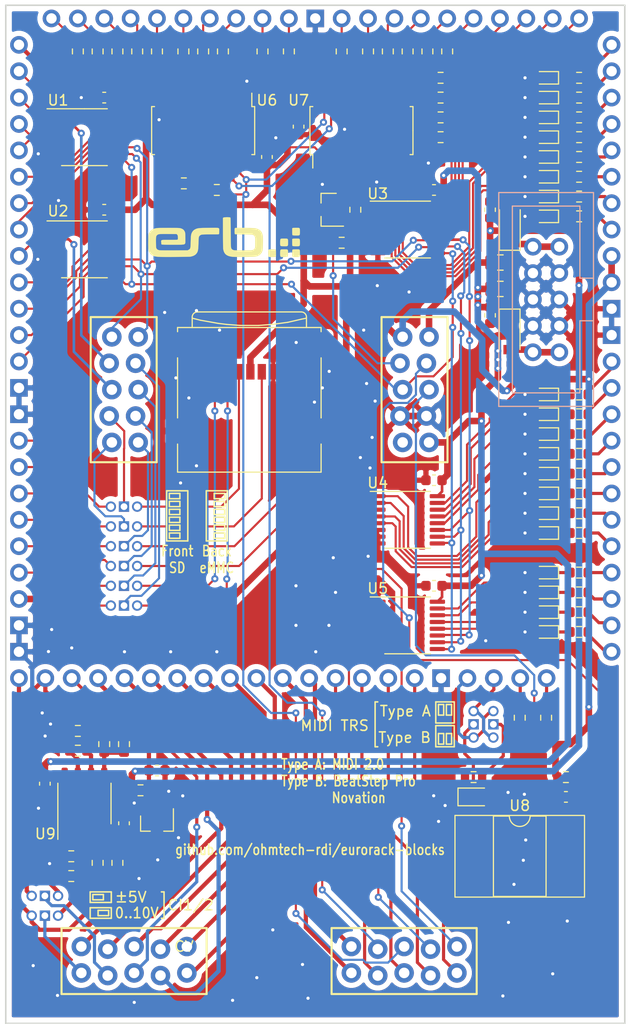
<source format=kicad_pcb>
(kicad_pcb (version 20171130) (host pcbnew "(5.1.9-0-10_14)")
  (layers (0 F.Cu signal) (31 B.Cu signal) (34 B.Paste user) (35 F.Paste user) (36 B.SilkS user) (37 F.SilkS user) (38 B.Mask user) (39 F.Mask user) (44 Edge.Cuts user))
  (net 0 "")
  (net 1 GND)
  (net 2 P1)
  (net 3 P2)
  (net 4 P3)
  (net 5 P4)
  (net 6 P5)
  (net 7 P6)
  (net 8 P7)
  (net 9 P8)
  (net 10 P9)
  (net 11 P10)
  (net 12 P11)
  (net 13 P12)
  (net 14 L20)
  (net 15 L19)
  (net 16 L18)
  (net 17 L17)
  (net 18 L16)
  (net 19 L15)
  (net 20 L14)
  (net 21 L13)
  (net 22 L12)
  (net 23 L11)
  (net 24 L10)
  (net 25 L9)
  (net 26 L8)
  (net 27 L7)
  (net 28 L6)
  (net 29 L5)
  (net 30 L4)
  (net 31 L3)
  (net 32 L2)
  (net 33 L1)
  (net 34 B1)
  (net 35 B2)
  (net 36 B3)
  (net 37 B4)
  (net 38 B5)
  (net 39 B6)
  (net 40 B7)
  (net 41 B8)
  (net 42 B9)
  (net 43 B10)
  (net 44 B11)
  (net 45 B12)
  (net 46 B13)
  (net 47 B14)
  (net 48 B15)
  (net 49 B16)
  (net 50 B17)
  (net 51 B18)
  (net 52 B19)
  (net 53 B20)
  (net 54 GO2)
  (net 55 GO1)
  (net 56 CI1)
  (net 57 CI2)
  (net 58 CI3)
  (net 59 CI4)
  (net 60 CI5)
  (net 61 CI6)
  (net 62 CI7)
  (net 63 CI8)
  (net 64 CO1)
  (net 65 CO2)
  (net 66 AI1)
  (net 67 AI2)
  (net 68 AO1)
  (net 69 AO2)
  (net 70 SDCMD)
  (net 71 SDCLK)
  (net 72 SDD0)
  (net 73 SDD1)
  (net 74 SDD2)
  (net 75 SDD3)
  (net 76 MIR)
  (net 77 MIT)
  (net 78 MOR)
  (net 79 MOT)
  (net 80 -12V)
  (net 81 +12V)
  (net 82 /kivu12.cvpitch/VREF-5)
  (net 83 /kivu12.gates/IN1_POS)
  (net 84 /kivu12.gates/IN2_POS)
  (net 85 /kivu12.gates/IN3_POS)
  (net 86 /kivu12.gates/IN4_POS)
  (net 87 /kivu12.gates/IN5_POS)
  (net 88 /kivu12.gates/IN6_POS)
  (net 89 /kivu12.gates/IN7_POS)
  (net 90 /kivu12.gates/IN8_POS)
  (net 91 /kivu12.gates/IN9_POS)
  (net 92 /kivu12.gates/IN10_POS)
  (net 93 /kivu12.gates/IN11_POS)
  (net 94 /kivu12.gates/IN12_POS)
  (net 95 /kivu12.gates/IN13_POS)
  (net 96 /kivu12.gates/IN14_POS)
  (net 97 /kivu12.gates/IN15_POS)
  (net 98 /kivu12.gates/IN16_POS)
  (net 99 /kivu12.gates/IN17_POS)
  (net 100 /kivu12.gates/IN18_POS)
  (net 101 /kivu12.gates/IN19_POS)
  (net 102 /kivu12.gates/IN20_POS)
  (net 103 "Net-(D21-Pad1)")
  (net 104 "Net-(D21-Pad2)")
  (net 105 /MUX_ADDR_A)
  (net 106 /MUX_ADDR_B)
  (net 107 /SD_OR_MMC_D3)
  (net 108 /ADC1_MUX)
  (net 109 /SD_OR_MMC_D2)
  (net 110 /ADC2_MUX)
  (net 111 /SD_OR_MMC_D1)
  (net 112 /SD_OR_MMC_CMD)
  (net 113 /SD_OR_MMC_D0)
  (net 114 /SD_OR_MMC_CLK)
  (net 115 /CV_OR_PITCH_ADSR1)
  (net 116 /CV_OR_PITCH_ADSR2)
  (net 117 /I2C_SCL)
  (net 118 /I2C_SDA)
  (net 119 /MIDI_IN)
  (net 120 /~GATEIN3_MUX~)
  (net 121 /MIDI_OUT)
  (net 122 /MUX_ADDR_C)
  (net 123 "Net-(DPSM1-PadA6)")
  (net 124 /kivu12.sdmmc/MMC_D1)
  (net 125 /kivu12.sdmmc/MMC_D0)
  (net 126 /kivu12.sdmmc/MMC_CLK)
  (net 127 /kivu12.sdmmc/MMC_CMD)
  (net 128 /kivu12.sdmmc/MMC_D3)
  (net 129 /kivu12.sdmmc/MMC_D2)
  (net 130 "Net-(JP1-Pad2)")
  (net 131 "Net-(JP3-Pad1)")
  (net 132 "Net-(JP4-Pad1)")
  (net 133 "Net-(Q1-Pad1)")
  (net 134 "Net-(R44-Pad2)")
  (net 135 "Net-(R45-Pad2)")
  (net 136 "Net-(R46-Pad2)")
  (net 137 "Net-(R47-Pad2)")
  (net 138 "Net-(R48-Pad2)")
  (net 139 "Net-(R49-Pad2)")
  (net 140 "Net-(R50-Pad2)")
  (net 141 "Net-(R51-Pad2)")
  (net 142 "Net-(R52-Pad2)")
  (net 143 "Net-(R53-Pad2)")
  (net 144 "Net-(R54-Pad2)")
  (net 145 "Net-(R55-Pad2)")
  (net 146 "Net-(R56-Pad2)")
  (net 147 "Net-(R57-Pad2)")
  (net 148 "Net-(R58-Pad2)")
  (net 149 "Net-(R59-Pad2)")
  (net 150 "Net-(R60-Pad2)")
  (net 151 "Net-(R61-Pad2)")
  (net 152 "Net-(R62-Pad2)")
  (net 153 "Net-(R63-Pad2)")
  (net 154 "Net-(R68-Pad1)")
  (net 155 "Net-(R70-Pad1)")
  (net 156 "Net-(R72-Pad1)")
  (net 157 "Net-(R74-Pad1)")
  (net 158 "Net-(U7-Pad22)")
  (net 159 "Net-(U7-Pad21)")
  (net 160 "Net-(U7-Pad20)")
  (net 161 "Net-(U7-Pad19)")
  (net 162 "Net-(U7-Pad18)")
  (net 163 "Net-(U7-Pad17)")
  (net 164 "Net-(U7-Pad16)")
  (net 165 "Net-(U7-Pad15)")
  (net 166 "Net-(U7-Pad13)")
  (net 167 "Net-(U7-Pad12)")
  (net 168 "Net-(U7-Pad11)")
  (net 169 "Net-(U7-Pad10)")
  (net 170 "Net-(U8-Pad3)")
  (net 171 +3V3)
  (net 172 /GATEIN2_MUX)
  (net 173 /GATEIN1_MUX)
  (net 174 /kivu12.power/+12E)
  (net 175 "Net-(D23-Pad1)")
  (net 176 /kivu12.power/-12E)
  (net 177 "Net-(D24-Pad2)")
  (module Socket_DaisyPatchSm:DaisyPatchSm (layer B.Cu) (at 25.855 73.5 270)
    (fp_text reference DPSM1 hide)
    (fp_text value DaisyPatchSm_Rev1 hide)
    (pad D1 thru_hole circle (at -32.08 12.603) (size 1.8796 1.8796) (drill 1.016) (layers *.Cu *.Mask) (net 105 /MUX_ADDR_A))
    (pad D10 thru_hole circle (at -32.08 15.143) (size 1.8796 1.8796) (drill 1.016) (layers *.Cu *.Mask) (net 106 /MUX_ADDR_B))
    (pad D2 thru_hole circle (at -29.54 12.857) (size 1.8796 1.8796) (drill 1.016) (layers *.Cu *.Mask) (net 107 /SD_OR_MMC_D3))
    (pad D9 thru_hole circle (at -29.54 15.397) (size 1.8796 1.8796) (drill 1.016) (layers *.Cu *.Mask) (net 108 /ADC1_MUX))
    (pad D3 thru_hole circle (at -27 12.603) (size 1.8796 1.8796) (drill 1.016) (layers *.Cu *.Mask) (net 109 /SD_OR_MMC_D2))
    (pad D8 thru_hole circle (at -27 15.143) (size 1.8796 1.8796) (drill 1.016) (layers *.Cu *.Mask) (net 110 /ADC2_MUX))
    (pad D4 thru_hole circle (at -24.46 12.857) (size 1.8796 1.8796) (drill 1.016) (layers *.Cu *.Mask) (net 111 /SD_OR_MMC_D1))
    (pad D7 thru_hole circle (at -24.46 15.397) (size 1.8796 1.8796) (drill 1.016) (layers *.Cu *.Mask) (net 112 /SD_OR_MMC_CMD))
    (pad D5 thru_hole circle (at -21.92 12.603) (size 1.8796 1.8796) (drill 1.016) (layers *.Cu *.Mask) (net 113 /SD_OR_MMC_D0))
    (pad D6 thru_hole circle (at -21.92 15.143) (size 1.8796 1.8796) (drill 1.016) (layers *.Cu *.Mask) (net 114 /SD_OR_MMC_CLK))
    (pad C6 thru_hole circle (at 26.603 18.08 90) (size 1.8796 1.8796) (drill 1.016) (layers *.Cu *.Mask) (net 60 CI5))
    (pad C5 thru_hole circle (at 29.143 18.08 90) (size 1.8796 1.8796) (drill 1.016) (layers *.Cu *.Mask) (net 115 /CV_OR_PITCH_ADSR1))
    (pad C7 thru_hole circle (at 26.857 15.54 90) (size 1.8796 1.8796) (drill 1.016) (layers *.Cu *.Mask) (net 61 CI6))
    (pad C4 thru_hole circle (at 29.397 15.54 90) (size 1.8796 1.8796) (drill 1.016) (layers *.Cu *.Mask) (net 116 /CV_OR_PITCH_ADSR2))
    (pad C8 thru_hole circle (at 26.603 13 90) (size 1.8796 1.8796) (drill 1.016) (layers *.Cu *.Mask) (net 62 CI7))
    (pad C3 thru_hole circle (at 29.143 13 90) (size 1.8796 1.8796) (drill 1.016) (layers *.Cu *.Mask) (net 58 CI3))
    (pad C9 thru_hole circle (at 26.857 10.46 90) (size 1.8796 1.8796) (drill 1.016) (layers *.Cu *.Mask) (net 63 CI8))
    (pad C2 thru_hole circle (at 29.397 10.46 90) (size 1.8796 1.8796) (drill 1.016) (layers *.Cu *.Mask) (net 59 CI4))
    (pad C10 thru_hole circle (at 26.603 7.92 90) (size 1.8796 1.8796) (drill 1.016) (layers *.Cu *.Mask) (net 64 CO1))
    (pad C1 thru_hole circle (at 29.143 7.92 90) (size 1.8796 1.8796) (drill 1.016) (layers *.Cu *.Mask) (net 65 CO2))
    (pad B6 thru_hole circle (at 26.603 -7.92 90) (size 1.8796 1.8796) (drill 1.016) (layers *.Cu *.Mask) (net 54 GO2))
    (pad B5 thru_hole circle (at 29.143 -7.92 90) (size 1.8796 1.8796) (drill 1.016) (layers *.Cu *.Mask) (net 55 GO1))
    (pad B7 thru_hole circle (at 26.857 -10.46 90) (size 1.8796 1.8796) (drill 1.016) (layers *.Cu *.Mask) (net 117 /I2C_SCL))
    (pad B4 thru_hole circle (at 29.397 -10.46 90) (size 1.8796 1.8796) (drill 1.016) (layers *.Cu *.Mask) (net 66 AI1))
    (pad B8 thru_hole circle (at 26.603 -13 90) (size 1.8796 1.8796) (drill 1.016) (layers *.Cu *.Mask) (net 118 /I2C_SDA))
    (pad B3 thru_hole circle (at 29.143 -13 90) (size 1.8796 1.8796) (drill 1.016) (layers *.Cu *.Mask) (net 67 AI2))
    (pad B9 thru_hole circle (at 26.857 -15.54 90) (size 1.8796 1.8796) (drill 1.016) (layers *.Cu *.Mask) (net 172 /GATEIN2_MUX))
    (pad B2 thru_hole circle (at 29.397 -15.54 90) (size 1.8796 1.8796) (drill 1.016) (layers *.Cu *.Mask) (net 68 AO1))
    (pad B10 thru_hole circle (at 26.603 -18.08 90) (size 1.8796 1.8796) (drill 1.016) (layers *.Cu *.Mask) (net 173 /GATEIN1_MUX))
    (pad B1 thru_hole circle (at 29.143 -18.08 90) (size 1.8796 1.8796) (drill 1.016) (layers *.Cu *.Mask) (net 69 AO2))
    (pad A1 thru_hole circle (at -32.08 -15.397) (size 1.8796 1.8796) (drill 1.016) (layers *.Cu *.Mask) (net 80 -12V))
    (pad A10 thru_hole circle (at -32.08 -12.857) (size 1.8796 1.8796) (drill 1.016) (layers *.Cu *.Mask) (net 171 +3V3))
    (pad A2 thru_hole circle (at -29.54 -15.143) (size 1.8796 1.8796) (drill 1.016) (layers *.Cu *.Mask) (net 119 /MIDI_IN))
    (pad A9 thru_hole circle (at -29.54 -12.603) (size 1.8796 1.8796) (drill 1.016) (layers *.Cu *.Mask) (net 120 /~GATEIN3_MUX~))
    (pad A3 thru_hole circle (at -27 -15.397) (size 1.8796 1.8796) (drill 1.016) (layers *.Cu *.Mask) (net 121 /MIDI_OUT))
    (pad A8 thru_hole circle (at -27 -12.857) (size 1.8796 1.8796) (drill 1.016) (layers *.Cu *.Mask) (net 122 /MUX_ADDR_C))
    (pad A4 thru_hole circle (at -24.46 -15.143) (size 1.8796 1.8796) (drill 1.016) (layers *.Cu *.Mask) (net 1 GND))
    (pad A7 thru_hole circle (at -24.46 -12.603) (size 1.8796 1.8796) (drill 1.016) (layers *.Cu *.Mask) (net 1 GND))
    (pad A5 thru_hole circle (at -21.92 -15.397) (size 1.8796 1.8796) (drill 1.016) (layers *.Cu *.Mask) (net 81 +12V))
    (pad A6 thru_hole circle (at -21.92 -12.857) (size 1.8796 1.8796) (drill 1.016) (layers *.Cu *.Mask) (net 123 "Net-(DPSM1-PadA6)"))
  )
  (module Connector_IDC:IDC-Header_2x05_P2.54mm_Vertical (layer B.Cu) (at 53.795 32.741 180)
    (fp_text reference J5 hide)
    (fp_text value "POWER BUS" hide)
    (pad 1 thru_hole oval (at 0 0 180) (size 1.7 1.7) (drill 1) (layers *.Cu *.Mask) (net 176 /kivu12.power/-12E))
    (pad 3 thru_hole circle (at 0 -2.54 180) (size 1.7 1.7) (drill 1) (layers *.Cu *.Mask) (net 1 GND))
    (pad 5 thru_hole circle (at 0 -5.08 180) (size 1.7 1.7) (drill 1) (layers *.Cu *.Mask) (net 1 GND))
    (pad 7 thru_hole circle (at 0 -7.62 180) (size 1.7 1.7) (drill 1) (layers *.Cu *.Mask) (net 1 GND))
    (pad 9 thru_hole circle (at 0 -10.16 180) (size 1.7 1.7) (drill 1) (layers *.Cu *.Mask) (net 174 /kivu12.power/+12E))
    (pad 2 thru_hole circle (at 2.54 0 180) (size 1.7 1.7) (drill 1) (layers *.Cu *.Mask) (net 176 /kivu12.power/-12E))
    (pad 4 thru_hole circle (at 2.54 -2.54 180) (size 1.7 1.7) (drill 1) (layers *.Cu *.Mask) (net 1 GND))
    (pad 6 thru_hole circle (at 2.54 -5.08 180) (size 1.7 1.7) (drill 1) (layers *.Cu *.Mask) (net 1 GND))
    (pad 8 thru_hole circle (at 2.54 -7.62 180) (size 1.7 1.7) (drill 1) (layers *.Cu *.Mask) (net 1 GND))
    (pad 10 thru_hole circle (at 2.54 -10.16 180) (size 1.7 1.7) (drill 1) (layers *.Cu *.Mask) (net 174 /kivu12.power/+12E))
  )
  (module Connector_PinSocket_2.54mm:PinSocket_1x21_P2.54mm_Vertical (layer F.Cu) (at 1.77 74.27 90)
    (fp_text reference J2 hide)
    (fp_text value BOTTOM hide)
    (pad 21 thru_hole oval (at 0 50.8 90) (size 1.7 1.7) (drill 1) (layers *.Cu *.Mask) (net 79 MOT))
    (pad 20 thru_hole oval (at 0 48.26 90) (size 1.7 1.7) (drill 1) (layers *.Cu *.Mask) (net 78 MOR))
    (pad 19 thru_hole oval (at 0 45.72 90) (size 1.7 1.7) (drill 1) (layers *.Cu *.Mask) (net 77 MIT))
    (pad 18 thru_hole oval (at 0 43.18 90) (size 1.7 1.7) (drill 1) (layers *.Cu *.Mask) (net 76 MIR))
    (pad 17 thru_hole rect (at 0 40.64 90) (size 1.7 1.7) (drill 1) (layers *.Cu *.Mask) (net 1 GND))
    (pad 16 thru_hole oval (at 0 38.1 90) (size 1.7 1.7) (drill 1) (layers *.Cu *.Mask) (net 69 AO2))
    (pad 15 thru_hole oval (at 0 35.56 90) (size 1.7 1.7) (drill 1) (layers *.Cu *.Mask) (net 68 AO1))
    (pad 14 thru_hole oval (at 0 33.02 90) (size 1.7 1.7) (drill 1) (layers *.Cu *.Mask) (net 67 AI2))
    (pad 13 thru_hole oval (at 0 30.48 90) (size 1.7 1.7) (drill 1) (layers *.Cu *.Mask) (net 66 AI1))
    (pad 12 thru_hole oval (at 0 27.94 90) (size 1.7 1.7) (drill 1) (layers *.Cu *.Mask) (net 54 GO2))
    (pad 11 thru_hole oval (at 0 25.4 90) (size 1.7 1.7) (drill 1) (layers *.Cu *.Mask) (net 55 GO1))
    (pad 10 thru_hole oval (at 0 22.86 90) (size 1.7 1.7) (drill 1) (layers *.Cu *.Mask) (net 65 CO2))
    (pad 9 thru_hole oval (at 0 20.32 90) (size 1.7 1.7) (drill 1) (layers *.Cu *.Mask) (net 64 CO1))
    (pad 8 thru_hole oval (at 0 17.78 90) (size 1.7 1.7) (drill 1) (layers *.Cu *.Mask) (net 63 CI8))
    (pad 7 thru_hole oval (at 0 15.24 90) (size 1.7 1.7) (drill 1) (layers *.Cu *.Mask) (net 62 CI7))
    (pad 6 thru_hole oval (at 0 12.7 90) (size 1.7 1.7) (drill 1) (layers *.Cu *.Mask) (net 61 CI6))
    (pad 5 thru_hole oval (at 0 10.16 90) (size 1.7 1.7) (drill 1) (layers *.Cu *.Mask) (net 60 CI5))
    (pad 4 thru_hole oval (at 0 7.62 90) (size 1.7 1.7) (drill 1) (layers *.Cu *.Mask) (net 59 CI4))
    (pad 3 thru_hole oval (at 0 5.08 90) (size 1.7 1.7) (drill 1) (layers *.Cu *.Mask) (net 58 CI3))
    (pad 2 thru_hole oval (at 0 2.54 90) (size 1.7 1.7) (drill 1) (layers *.Cu *.Mask) (net 57 CI2))
    (pad 1 thru_hole oval (at 0 0 90) (size 1.7 1.7) (drill 1) (layers *.Cu *.Mask) (net 56 CI1))
  )
  (module Connector_PinSocket_2.54mm:PinSocket_1x21_P2.54mm_Vertical (layer F.Cu) (at 4.9 10.77 90)
    (fp_text reference J4 hide)
    (fp_text value TOP hide)
    (pad 1 thru_hole oval (at 0 0 90) (size 1.7 1.7) (drill 1) (layers *.Cu *.Mask) (net 33 L1))
    (pad 2 thru_hole oval (at 0 2.54 90) (size 1.7 1.7) (drill 1) (layers *.Cu *.Mask) (net 32 L2))
    (pad 3 thru_hole oval (at 0 5.08 90) (size 1.7 1.7) (drill 1) (layers *.Cu *.Mask) (net 31 L3))
    (pad 4 thru_hole oval (at 0 7.62 90) (size 1.7 1.7) (drill 1) (layers *.Cu *.Mask) (net 30 L4))
    (pad 5 thru_hole oval (at 0 10.16 90) (size 1.7 1.7) (drill 1) (layers *.Cu *.Mask) (net 29 L5))
    (pad 6 thru_hole oval (at 0 12.7 90) (size 1.7 1.7) (drill 1) (layers *.Cu *.Mask) (net 28 L6))
    (pad 7 thru_hole oval (at 0 15.24 90) (size 1.7 1.7) (drill 1) (layers *.Cu *.Mask) (net 27 L7))
    (pad 8 thru_hole oval (at 0 17.78 90) (size 1.7 1.7) (drill 1) (layers *.Cu *.Mask) (net 26 L8))
    (pad 9 thru_hole oval (at 0 20.32 90) (size 1.7 1.7) (drill 1) (layers *.Cu *.Mask) (net 25 L9))
    (pad 10 thru_hole oval (at 0 22.86 90) (size 1.7 1.7) (drill 1) (layers *.Cu *.Mask) (net 24 L10))
    (pad 11 thru_hole rect (at 0 25.4 90) (size 1.7 1.7) (drill 1) (layers *.Cu *.Mask) (net 1 GND))
    (pad 12 thru_hole oval (at 0 27.94 90) (size 1.7 1.7) (drill 1) (layers *.Cu *.Mask) (net 23 L11))
    (pad 13 thru_hole oval (at 0 30.48 90) (size 1.7 1.7) (drill 1) (layers *.Cu *.Mask) (net 22 L12))
    (pad 14 thru_hole oval (at 0 33.02 90) (size 1.7 1.7) (drill 1) (layers *.Cu *.Mask) (net 21 L13))
    (pad 15 thru_hole oval (at 0 35.56 90) (size 1.7 1.7) (drill 1) (layers *.Cu *.Mask) (net 20 L14))
    (pad 16 thru_hole oval (at 0 38.1 90) (size 1.7 1.7) (drill 1) (layers *.Cu *.Mask) (net 19 L15))
    (pad 17 thru_hole oval (at 0 40.64 90) (size 1.7 1.7) (drill 1) (layers *.Cu *.Mask) (net 18 L16))
    (pad 18 thru_hole oval (at 0 43.18 90) (size 1.7 1.7) (drill 1) (layers *.Cu *.Mask) (net 17 L17))
    (pad 19 thru_hole oval (at 0 45.72 90) (size 1.7 1.7) (drill 1) (layers *.Cu *.Mask) (net 16 L18))
    (pad 20 thru_hole oval (at 0 48.26 90) (size 1.7 1.7) (drill 1) (layers *.Cu *.Mask) (net 15 L19))
    (pad 21 thru_hole oval (at 0 50.8 90) (size 1.7 1.7) (drill 1) (layers *.Cu *.Mask) (net 14 L20))
  )
  (module Connector_PinSocket_2.54mm:PinSocket_1x24_P2.54mm_Vertical (layer F.Cu) (at 58.83 13.31)
    (fp_text reference J3 hide)
    (fp_text value RIGHT hide)
    (pad 24 thru_hole oval (at 0 58.42) (size 1.7 1.7) (drill 1) (layers *.Cu *.Mask) (net 53 B20))
    (pad 23 thru_hole oval (at 0 55.88) (size 1.7 1.7) (drill 1) (layers *.Cu *.Mask) (net 52 B19))
    (pad 22 thru_hole oval (at 0 53.34) (size 1.7 1.7) (drill 1) (layers *.Cu *.Mask) (net 51 B18))
    (pad 21 thru_hole oval (at 0 50.8) (size 1.7 1.7) (drill 1) (layers *.Cu *.Mask) (net 50 B17))
    (pad 20 thru_hole oval (at 0 48.26) (size 1.7 1.7) (drill 1) (layers *.Cu *.Mask) (net 49 B16))
    (pad 19 thru_hole oval (at 0 45.72) (size 1.7 1.7) (drill 1) (layers *.Cu *.Mask) (net 48 B15))
    (pad 18 thru_hole oval (at 0 43.18) (size 1.7 1.7) (drill 1) (layers *.Cu *.Mask) (net 47 B14))
    (pad 17 thru_hole oval (at 0 40.64) (size 1.7 1.7) (drill 1) (layers *.Cu *.Mask) (net 46 B13))
    (pad 16 thru_hole oval (at 0 38.1) (size 1.7 1.7) (drill 1) (layers *.Cu *.Mask) (net 45 B12))
    (pad 15 thru_hole oval (at 0 35.56) (size 1.7 1.7) (drill 1) (layers *.Cu *.Mask) (net 44 B11))
    (pad 14 thru_hole oval (at 0 33.02) (size 1.7 1.7) (drill 1) (layers *.Cu *.Mask) (net 43 B10))
    (pad 13 thru_hole oval (at 0 30.48) (size 1.7 1.7) (drill 1) (layers *.Cu *.Mask) (net 42 B9))
    (pad 12 thru_hole rect (at 0 27.94) (size 1.7 1.7) (drill 1) (layers *.Cu *.Mask) (net 1 GND))
    (pad 11 thru_hole rect (at 0 25.4) (size 1.7 1.7) (drill 1) (layers *.Cu *.Mask) (net 1 GND))
    (pad 10 thru_hole oval (at 0 22.86) (size 1.7 1.7) (drill 1) (layers *.Cu *.Mask) (net 171 +3V3))
    (pad 9 thru_hole oval (at 0 20.32) (size 1.7 1.7) (drill 1) (layers *.Cu *.Mask) (net 171 +3V3))
    (pad 8 thru_hole oval (at 0 17.78) (size 1.7 1.7) (drill 1) (layers *.Cu *.Mask) (net 41 B8))
    (pad 7 thru_hole oval (at 0 15.24) (size 1.7 1.7) (drill 1) (layers *.Cu *.Mask) (net 40 B7))
    (pad 6 thru_hole oval (at 0 12.7) (size 1.7 1.7) (drill 1) (layers *.Cu *.Mask) (net 39 B6))
    (pad 5 thru_hole oval (at 0 10.16) (size 1.7 1.7) (drill 1) (layers *.Cu *.Mask) (net 38 B5))
    (pad 4 thru_hole oval (at 0 7.62) (size 1.7 1.7) (drill 1) (layers *.Cu *.Mask) (net 37 B4))
    (pad 3 thru_hole oval (at 0 5.08) (size 1.7 1.7) (drill 1) (layers *.Cu *.Mask) (net 36 B3))
    (pad 2 thru_hole oval (at 0 2.54) (size 1.7 1.7) (drill 1) (layers *.Cu *.Mask) (net 35 B2))
    (pad 1 thru_hole oval (at 0 0) (size 1.7 1.7) (drill 1) (layers *.Cu *.Mask) (net 34 B1))
  )
  (module Connector_PinSocket_2.54mm:PinSocket_1x24_P2.54mm_Vertical (layer F.Cu) (at 1.77 13.31)
    (fp_text reference J1 hide)
    (fp_text value LEFT hide)
    (pad 1 thru_hole oval (at 0 0) (size 1.7 1.7) (drill 1) (layers *.Cu *.Mask) (net 171 +3V3))
    (pad 2 thru_hole oval (at 0 2.54) (size 1.7 1.7) (drill 1) (layers *.Cu *.Mask) (net 2 P1))
    (pad 3 thru_hole oval (at 0 5.08) (size 1.7 1.7) (drill 1) (layers *.Cu *.Mask) (net 3 P2))
    (pad 4 thru_hole oval (at 0 7.62) (size 1.7 1.7) (drill 1) (layers *.Cu *.Mask) (net 4 P3))
    (pad 5 thru_hole oval (at 0 10.16) (size 1.7 1.7) (drill 1) (layers *.Cu *.Mask) (net 5 P4))
    (pad 6 thru_hole oval (at 0 12.7) (size 1.7 1.7) (drill 1) (layers *.Cu *.Mask) (net 6 P5))
    (pad 7 thru_hole oval (at 0 15.24) (size 1.7 1.7) (drill 1) (layers *.Cu *.Mask) (net 7 P6))
    (pad 8 thru_hole oval (at 0 17.78) (size 1.7 1.7) (drill 1) (layers *.Cu *.Mask) (net 8 P7))
    (pad 9 thru_hole oval (at 0 20.32) (size 1.7 1.7) (drill 1) (layers *.Cu *.Mask) (net 9 P8))
    (pad 10 thru_hole oval (at 0 22.86) (size 1.7 1.7) (drill 1) (layers *.Cu *.Mask) (net 10 P9))
    (pad 11 thru_hole oval (at 0 25.4) (size 1.7 1.7) (drill 1) (layers *.Cu *.Mask) (net 11 P10))
    (pad 12 thru_hole oval (at 0 27.94) (size 1.7 1.7) (drill 1) (layers *.Cu *.Mask) (net 12 P11))
    (pad 13 thru_hole oval (at 0 30.48) (size 1.7 1.7) (drill 1) (layers *.Cu *.Mask) (net 13 P12))
    (pad 14 thru_hole rect (at 0 33.02) (size 1.7 1.7) (drill 1) (layers *.Cu *.Mask) (net 1 GND))
    (pad 15 thru_hole rect (at 0 35.56) (size 1.7 1.7) (drill 1) (layers *.Cu *.Mask) (net 1 GND))
    (pad 16 thru_hole oval (at 0 38.1) (size 1.7 1.7) (drill 1) (layers *.Cu *.Mask) (net 70 SDCMD))
    (pad 17 thru_hole oval (at 0 40.64) (size 1.7 1.7) (drill 1) (layers *.Cu *.Mask) (net 71 SDCLK))
    (pad 18 thru_hole oval (at 0 43.18) (size 1.7 1.7) (drill 1) (layers *.Cu *.Mask) (net 72 SDD0))
    (pad 19 thru_hole oval (at 0 45.72) (size 1.7 1.7) (drill 1) (layers *.Cu *.Mask) (net 73 SDD1))
    (pad 20 thru_hole oval (at 0 48.26) (size 1.7 1.7) (drill 1) (layers *.Cu *.Mask) (net 74 SDD2))
    (pad 21 thru_hole oval (at 0 50.8) (size 1.7 1.7) (drill 1) (layers *.Cu *.Mask) (net 75 SDD3))
    (pad 22 thru_hole oval (at 0 53.34) (size 1.7 1.7) (drill 1) (layers *.Cu *.Mask) (net 171 +3V3))
    (pad 23 thru_hole rect (at 0 55.88) (size 1.7 1.7) (drill 1) (layers *.Cu *.Mask) (net 1 GND))
    (pad 24 thru_hole rect (at 0 58.42) (size 1.7 1.7) (drill 1) (layers *.Cu *.Mask) (net 1 GND))
  )
  (module Connector_PinHeader_1.27mm:PinHeader_1x03_P1.27mm_Vertical (layer F.Cu) (at 10.615 67.285 90)
    (fp_text reference JP10 hide)
    (fp_text value D3 hide)
    (pad 1 thru_hole oval (at 0 0 90) (size 1 1) (drill 0.65) (layers *.Cu *.Mask) (net 75 SDD3))
    (pad 2 thru_hole rect (at 0 1.27 90) (size 1 1) (drill 0.65) (layers *.Cu *.Mask) (net 107 /SD_OR_MMC_D3))
    (pad 3 thru_hole oval (at 0 2.54 90) (size 1 1) (drill 0.65) (layers *.Cu *.Mask) (net 128 /kivu12.sdmmc/MMC_D3))
  )
  (module Connector_PinHeader_1.27mm:PinHeader_1x03_P1.27mm_Vertical (layer F.Cu) (at 10.615 65.38 90)
    (fp_text reference JP9 hide)
    (fp_text value D2 hide)
    (pad 3 thru_hole oval (at 0 2.54 90) (size 1 1) (drill 0.65) (layers *.Cu *.Mask) (net 129 /kivu12.sdmmc/MMC_D2))
    (pad 2 thru_hole rect (at 0 1.27 90) (size 1 1) (drill 0.65) (layers *.Cu *.Mask) (net 109 /SD_OR_MMC_D2))
    (pad 1 thru_hole oval (at 0 0 90) (size 1 1) (drill 0.65) (layers *.Cu *.Mask) (net 74 SDD2))
  )
  (module Connector_PinHeader_1.27mm:PinHeader_1x03_P1.27mm_Vertical (layer F.Cu) (at 10.615 63.475 90)
    (fp_text reference JP8 hide)
    (fp_text value D1 hide)
    (pad 1 thru_hole oval (at 0 0 90) (size 1 1) (drill 0.65) (layers *.Cu *.Mask) (net 73 SDD1))
    (pad 2 thru_hole rect (at 0 1.27 90) (size 1 1) (drill 0.65) (layers *.Cu *.Mask) (net 111 /SD_OR_MMC_D1))
    (pad 3 thru_hole oval (at 0 2.54 90) (size 1 1) (drill 0.65) (layers *.Cu *.Mask) (net 124 /kivu12.sdmmc/MMC_D1))
  )
  (module Connector_PinHeader_1.27mm:PinHeader_1x03_P1.27mm_Vertical (layer F.Cu) (at 10.615 61.57 90)
    (fp_text reference JP7 hide)
    (fp_text value D0 hide)
    (pad 3 thru_hole oval (at 0 2.54 90) (size 1 1) (drill 0.65) (layers *.Cu *.Mask) (net 125 /kivu12.sdmmc/MMC_D0))
    (pad 2 thru_hole rect (at 0 1.27 90) (size 1 1) (drill 0.65) (layers *.Cu *.Mask) (net 113 /SD_OR_MMC_D0))
    (pad 1 thru_hole oval (at 0 0 90) (size 1 1) (drill 0.65) (layers *.Cu *.Mask) (net 72 SDD0))
  )
  (module Connector_PinHeader_1.27mm:PinHeader_1x03_P1.27mm_Vertical (layer F.Cu) (at 10.615 57.76 90)
    (fp_text reference JP6 hide)
    (fp_text value CMD hide)
    (pad 1 thru_hole oval (at 0 0 90) (size 1 1) (drill 0.65) (layers *.Cu *.Mask) (net 70 SDCMD))
    (pad 2 thru_hole rect (at 0 1.27 90) (size 1 1) (drill 0.65) (layers *.Cu *.Mask) (net 112 /SD_OR_MMC_CMD))
    (pad 3 thru_hole oval (at 0 2.54 90) (size 1 1) (drill 0.65) (layers *.Cu *.Mask) (net 127 /kivu12.sdmmc/MMC_CMD))
  )
  (module Connector_PinHeader_1.27mm:PinHeader_1x03_P1.27mm_Vertical (layer F.Cu) (at 10.615 59.665 90)
    (fp_text reference JP5 hide)
    (fp_text value CLK hide)
    (pad 3 thru_hole oval (at 0 2.54 90) (size 1 1) (drill 0.65) (layers *.Cu *.Mask) (net 126 /kivu12.sdmmc/MMC_CLK))
    (pad 2 thru_hole rect (at 0 1.27 90) (size 1 1) (drill 0.65) (layers *.Cu *.Mask) (net 114 /SD_OR_MMC_CLK))
    (pad 1 thru_hole oval (at 0 0 90) (size 1 1) (drill 0.65) (layers *.Cu *.Mask) (net 71 SDCLK))
  )
  (module Connector_PinHeader_1.27mm:PinHeader_1x03_P1.27mm_Vertical (layer F.Cu) (at 45.54 77.445)
    (fp_text reference JP2 hide)
    (fp_text value Sink hide)
    (pad 1 thru_hole oval (at 0 0) (size 1 1) (drill 0.65) (layers *.Cu *.Mask) (net 77 MIT))
    (pad 2 thru_hole rect (at 0 1.27) (size 1 1) (drill 0.65) (layers *.Cu *.Mask) (net 104 "Net-(D21-Pad2)"))
    (pad 3 thru_hole oval (at 0 2.54) (size 1 1) (drill 0.65) (layers *.Cu *.Mask) (net 76 MIR))
  )
  (module Connector_PinHeader_1.27mm:PinHeader_1x03_P1.27mm_Vertical (layer F.Cu) (at 47.445 77.445)
    (fp_text reference JP1 hide)
    (fp_text value Source hide)
    (pad 3 thru_hole oval (at 0 2.54) (size 1 1) (drill 0.65) (layers *.Cu *.Mask) (net 77 MIT))
    (pad 2 thru_hole rect (at 0 1.27) (size 1 1) (drill 0.65) (layers *.Cu *.Mask) (net 130 "Net-(JP1-Pad2)"))
    (pad 1 thru_hole oval (at 0 0) (size 1 1) (drill 0.65) (layers *.Cu *.Mask) (net 76 MIR))
  )
  (module Connector_PinHeader_1.27mm:PinHeader_1x03_P1.27mm_Vertical (layer F.Cu) (at 5.535 97.13 270)
    (fp_text reference JP3 hide)
    (fp_text value Jumper hide)
    (pad 1 thru_hole oval (at 0 0 270) (size 1 1) (drill 0.65) (layers *.Cu *.Mask) (net 131 "Net-(JP3-Pad1)"))
    (pad 2 thru_hole rect (at 0 1.27 270) (size 1 1) (drill 0.65) (layers *.Cu *.Mask) (net 115 /CV_OR_PITCH_ADSR1))
    (pad 3 thru_hole oval (at 0 2.54 270) (size 1 1) (drill 0.65) (layers *.Cu *.Mask) (net 56 CI1))
  )
  (module Connector_PinHeader_1.27mm:PinHeader_1x03_P1.27mm_Vertical (layer F.Cu) (at 5.535 95.225 270)
    (fp_text reference JP4 hide)
    (fp_text value Jumper hide)
    (pad 3 thru_hole oval (at 0 2.54 270) (size 1 1) (drill 0.65) (layers *.Cu *.Mask) (net 57 CI2))
    (pad 2 thru_hole rect (at 0 1.27 270) (size 1 1) (drill 0.65) (layers *.Cu *.Mask) (net 116 /CV_OR_PITCH_ADSR2))
    (pad 1 thru_hole oval (at 0 0 270) (size 1 1) (drill 0.65) (layers *.Cu *.Mask) (net 132 "Net-(JP4-Pad1)"))
  )
  (module Capacitor_SMD:C_0603_1608Metric (layer F.Cu) (at 9.98 18.39)
    (fp_text reference C3 hide)
    (fp_text value 100n)
    (pad 1 smd roundrect (at -0.775 0) (size 0.9 0.95) (layers F.Cu F.Paste F.Mask) (net 1 GND))
    (pad 2 smd roundrect (at 0.775 0) (size 0.9 0.95) (layers F.Cu F.Paste F.Mask) (net 171 +3V3))
  )
  (module Capacitor_SMD:C_0603_1608Metric (layer F.Cu) (at 9.98 29.185)
    (fp_text reference C4 hide)
    (fp_text value 100n)
    (pad 2 smd roundrect (at 0.775 0) (size 0.9 0.95) (layers F.Cu F.Paste F.Mask) (net 171 +3V3))
    (pad 1 smd roundrect (at -0.775 0) (size 0.9 0.95) (layers F.Cu F.Paste F.Mask) (net 1 GND))
  )
  (module Capacitor_SMD:C_0603_1608Metric (layer F.Cu) (at 41.73 27.28)
    (fp_text reference C5 hide)
    (fp_text value 100n)
    (pad 1 smd roundrect (at -0.775 0) (size 0.9 0.95) (layers F.Cu F.Paste F.Mask) (net 1 GND))
    (pad 2 smd roundrect (at 0.775 0) (size 0.9 0.95) (layers F.Cu F.Paste F.Mask) (net 81 +12V))
  )
  (module Capacitor_SMD:C_0603_1608Metric (layer F.Cu) (at 41.73 55.22)
    (fp_text reference C6 hide)
    (fp_text value 100n)
    (pad 2 smd roundrect (at 0.775 0) (size 0.9 0.95) (layers F.Cu F.Paste F.Mask) (net 81 +12V))
    (pad 1 smd roundrect (at -0.775 0) (size 0.9 0.95) (layers F.Cu F.Paste F.Mask) (net 1 GND))
  )
  (module Capacitor_SMD:C_0603_1608Metric (layer F.Cu) (at 41.73 65.38)
    (fp_text reference C7 hide)
    (fp_text value 100n)
    (pad 1 smd roundrect (at -0.775 0) (size 0.9 0.95) (layers F.Cu F.Paste F.Mask) (net 1 GND))
    (pad 2 smd roundrect (at 0.775 0) (size 0.9 0.95) (layers F.Cu F.Paste F.Mask) (net 81 +12V))
  )
  (module Capacitor_SMD:C_0603_1608Metric (layer F.Cu) (at 25.646 24.105 270)
    (fp_text reference C8 hide)
    (fp_text value 100n)
    (pad 1 smd roundrect (at -0.775 0 270) (size 0.9 0.95) (layers F.Cu F.Paste F.Mask) (net 1 GND))
    (pad 2 smd roundrect (at 0.775 0 270) (size 0.9 0.95) (layers F.Cu F.Paste F.Mask) (net 171 +3V3))
  )
  (module Capacitor_SMD:C_0603_1608Metric (layer F.Cu) (at 28.694 21.184 90)
    (fp_text reference C9 hide)
    (fp_text value 100n)
    (pad 1 smd roundrect (at -0.775 0 90) (size 0.9 0.95) (layers F.Cu F.Paste F.Mask) (net 1 GND))
    (pad 2 smd roundrect (at 0.775 0 90) (size 0.9 0.95) (layers F.Cu F.Paste F.Mask) (net 171 +3V3))
  )
  (module Capacitor_SMD:C_0603_1608Metric (layer F.Cu) (at 54.43 85.7 180)
    (fp_text reference C10 hide)
    (fp_text value 100n)
    (pad 2 smd roundrect (at 0.775 0 180) (size 0.9 0.95) (layers F.Cu F.Paste F.Mask) (net 171 +3V3))
    (pad 1 smd roundrect (at -0.775 0 180) (size 0.9 0.95) (layers F.Cu F.Paste F.Mask) (net 1 GND))
  )
  (module Capacitor_SMD:C_0603_1608Metric (layer F.Cu) (at 4.265 84.43 270)
    (fp_text reference C11 hide)
    (fp_text value 100n)
    (pad 2 smd roundrect (at 0.775 0 270) (size 0.9 0.95) (layers F.Cu F.Paste F.Mask) (net 1 GND))
    (pad 1 smd roundrect (at -0.775 0 270) (size 0.9 0.95) (layers F.Cu F.Paste F.Mask) (net 81 +12V))
  )
  (module Capacitor_SMD:C_0603_1608Metric (layer F.Cu) (at 11.885 88.24 270)
    (fp_text reference C12 hide)
    (fp_text value 100n)
    (pad 1 smd roundrect (at -0.775 0 270) (size 0.9 0.95) (layers F.Cu F.Paste F.Mask) (net 1 GND))
    (pad 2 smd roundrect (at 0.775 0 270) (size 0.9 0.95) (layers F.Cu F.Paste F.Mask) (net 80 -12V))
  )
  (module Capacitor_SMD:C_0603_1608Metric (layer F.Cu) (at 15.06 83.16 180)
    (fp_text reference C13 hide)
    (fp_text value 1u)
    (pad 2 smd roundrect (at 0.775 0 180) (size 0.9 0.95) (layers F.Cu F.Paste F.Mask) (net 82 /kivu12.cvpitch/VREF-5))
    (pad 1 smd roundrect (at -0.775 0 180) (size 0.9 0.95) (layers F.Cu F.Paste F.Mask) (net 1 GND))
  )
  (module Diode_SMD:D_SOD-523 (layer F.Cu) (at 52.57 16.485 180)
    (fp_text reference D1 hide)
    (fp_text value 1N4148)
    (pad 2 smd rect (at 0.7 0) (size 0.6 0.7) (layers F.Cu F.Paste F.Mask) (net 1 GND))
    (pad 1 smd rect (at -0.7 0) (size 0.6 0.7) (layers F.Cu F.Paste F.Mask) (net 83 /kivu12.gates/IN1_POS))
  )
  (module Diode_SMD:D_SOD-523 (layer F.Cu) (at 52.57 18.39 180)
    (fp_text reference D2 hide)
    (fp_text value 1N4148 hide)
    (pad 1 smd rect (at -0.7 0) (size 0.6 0.7) (layers F.Cu F.Paste F.Mask) (net 84 /kivu12.gates/IN2_POS))
    (pad 2 smd rect (at 0.7 0) (size 0.6 0.7) (layers F.Cu F.Paste F.Mask) (net 1 GND))
  )
  (module Diode_SMD:D_SOD-523 (layer F.Cu) (at 52.57 20.295 180)
    (fp_text reference D3 hide)
    (fp_text value 1N4148 hide)
    (pad 2 smd rect (at 0.7 0) (size 0.6 0.7) (layers F.Cu F.Paste F.Mask) (net 1 GND))
    (pad 1 smd rect (at -0.7 0) (size 0.6 0.7) (layers F.Cu F.Paste F.Mask) (net 85 /kivu12.gates/IN3_POS))
  )
  (module Diode_SMD:D_SOD-523 (layer F.Cu) (at 52.57 22.2 180)
    (fp_text reference D4 hide)
    (fp_text value 1N4148 hide)
    (pad 1 smd rect (at -0.7 0) (size 0.6 0.7) (layers F.Cu F.Paste F.Mask) (net 86 /kivu12.gates/IN4_POS))
    (pad 2 smd rect (at 0.7 0) (size 0.6 0.7) (layers F.Cu F.Paste F.Mask) (net 1 GND))
  )
  (module Diode_SMD:D_SOD-523 (layer F.Cu) (at 52.57 24.105 180)
    (fp_text reference D5 hide)
    (fp_text value 1N4148 hide)
    (pad 2 smd rect (at 0.7 0) (size 0.6 0.7) (layers F.Cu F.Paste F.Mask) (net 1 GND))
    (pad 1 smd rect (at -0.7 0) (size 0.6 0.7) (layers F.Cu F.Paste F.Mask) (net 87 /kivu12.gates/IN5_POS))
  )
  (module Diode_SMD:D_SOD-523 (layer F.Cu) (at 52.57 26.01 180)
    (fp_text reference D6 hide)
    (fp_text value 1N4148 hide)
    (pad 1 smd rect (at -0.7 0) (size 0.6 0.7) (layers F.Cu F.Paste F.Mask) (net 88 /kivu12.gates/IN6_POS))
    (pad 2 smd rect (at 0.7 0) (size 0.6 0.7) (layers F.Cu F.Paste F.Mask) (net 1 GND))
  )
  (module Diode_SMD:D_SOD-523 (layer F.Cu) (at 52.57 27.915 180)
    (fp_text reference D7 hide)
    (fp_text value 1N4148 hide)
    (pad 2 smd rect (at 0.7 0) (size 0.6 0.7) (layers F.Cu F.Paste F.Mask) (net 1 GND))
    (pad 1 smd rect (at -0.7 0) (size 0.6 0.7) (layers F.Cu F.Paste F.Mask) (net 89 /kivu12.gates/IN7_POS))
  )
  (module Diode_SMD:D_SOD-523 (layer F.Cu) (at 52.57 29.82 180)
    (fp_text reference D8 hide)
    (fp_text value 1N4148 hide)
    (pad 1 smd rect (at -0.7 0) (size 0.6 0.7) (layers F.Cu F.Paste F.Mask) (net 90 /kivu12.gates/IN8_POS))
    (pad 2 smd rect (at 0.7 0) (size 0.6 0.7) (layers F.Cu F.Paste F.Mask) (net 1 GND))
  )
  (module Diode_SMD:D_SOD-523 (layer F.Cu) (at 52.57 46.965 180)
    (fp_text reference D9 hide)
    (fp_text value 1N4148)
    (pad 2 smd rect (at 0.7 0) (size 0.6 0.7) (layers F.Cu F.Paste F.Mask) (net 1 GND))
    (pad 1 smd rect (at -0.7 0) (size 0.6 0.7) (layers F.Cu F.Paste F.Mask) (net 91 /kivu12.gates/IN9_POS))
  )
  (module Diode_SMD:D_SOD-523 (layer F.Cu) (at 52.57 48.87 180)
    (fp_text reference D10 hide)
    (fp_text value 1N4148 hide)
    (pad 1 smd rect (at -0.7 0) (size 0.6 0.7) (layers F.Cu F.Paste F.Mask) (net 92 /kivu12.gates/IN10_POS))
    (pad 2 smd rect (at 0.7 0) (size 0.6 0.7) (layers F.Cu F.Paste F.Mask) (net 1 GND))
  )
  (module Diode_SMD:D_SOD-523 (layer F.Cu) (at 52.57 50.775 180)
    (fp_text reference D11 hide)
    (fp_text value 1N4148 hide)
    (pad 2 smd rect (at 0.7 0) (size 0.6 0.7) (layers F.Cu F.Paste F.Mask) (net 1 GND))
    (pad 1 smd rect (at -0.7 0) (size 0.6 0.7) (layers F.Cu F.Paste F.Mask) (net 93 /kivu12.gates/IN11_POS))
  )
  (module Diode_SMD:D_SOD-523 (layer F.Cu) (at 52.57 52.68 180)
    (fp_text reference D12 hide)
    (fp_text value 1N4148 hide)
    (pad 1 smd rect (at -0.7 0) (size 0.6 0.7) (layers F.Cu F.Paste F.Mask) (net 94 /kivu12.gates/IN12_POS))
    (pad 2 smd rect (at 0.7 0) (size 0.6 0.7) (layers F.Cu F.Paste F.Mask) (net 1 GND))
  )
  (module Diode_SMD:D_SOD-523 (layer F.Cu) (at 52.57 54.585 180)
    (fp_text reference D13 hide)
    (fp_text value 1N4148 hide)
    (pad 2 smd rect (at 0.7 0) (size 0.6 0.7) (layers F.Cu F.Paste F.Mask) (net 1 GND))
    (pad 1 smd rect (at -0.7 0) (size 0.6 0.7) (layers F.Cu F.Paste F.Mask) (net 95 /kivu12.gates/IN13_POS))
  )
  (module Diode_SMD:D_SOD-523 (layer F.Cu) (at 52.57 56.49 180)
    (fp_text reference D14 hide)
    (fp_text value 1N4148 hide)
    (pad 1 smd rect (at -0.7 0) (size 0.6 0.7) (layers F.Cu F.Paste F.Mask) (net 96 /kivu12.gates/IN14_POS))
    (pad 2 smd rect (at 0.7 0) (size 0.6 0.7) (layers F.Cu F.Paste F.Mask) (net 1 GND))
  )
  (module Diode_SMD:D_SOD-523 (layer F.Cu) (at 52.57 58.395 180)
    (fp_text reference D15 hide)
    (fp_text value 1N4148 hide)
    (pad 1 smd rect (at -0.7 0) (size 0.6 0.7) (layers F.Cu F.Paste F.Mask) (net 97 /kivu12.gates/IN15_POS))
    (pad 2 smd rect (at 0.7 0) (size 0.6 0.7) (layers F.Cu F.Paste F.Mask) (net 1 GND))
  )
  (module Diode_SMD:D_SOD-523 (layer F.Cu) (at 52.57 60.3 180)
    (fp_text reference D16 hide)
    (fp_text value 1N4148 hide)
    (pad 2 smd rect (at 0.7 0) (size 0.6 0.7) (layers F.Cu F.Paste F.Mask) (net 1 GND))
    (pad 1 smd rect (at -0.7 0) (size 0.6 0.7) (layers F.Cu F.Paste F.Mask) (net 98 /kivu12.gates/IN16_POS))
  )
  (module Diode_SMD:D_SOD-523 (layer F.Cu) (at 52.57 64.11 180)
    (fp_text reference D17 hide)
    (fp_text value 1N4148 hide)
    (pad 1 smd rect (at -0.7 0) (size 0.6 0.7) (layers F.Cu F.Paste F.Mask) (net 99 /kivu12.gates/IN17_POS))
    (pad 2 smd rect (at 0.7 0) (size 0.6 0.7) (layers F.Cu F.Paste F.Mask) (net 1 GND))
  )
  (module Diode_SMD:D_SOD-523 (layer F.Cu) (at 52.57 66.015 180)
    (fp_text reference D18 hide)
    (fp_text value 1N4148 hide)
    (pad 2 smd rect (at 0.7 0) (size 0.6 0.7) (layers F.Cu F.Paste F.Mask) (net 1 GND))
    (pad 1 smd rect (at -0.7 0) (size 0.6 0.7) (layers F.Cu F.Paste F.Mask) (net 100 /kivu12.gates/IN18_POS))
  )
  (module Diode_SMD:D_SOD-523 (layer F.Cu) (at 52.57 67.92 180)
    (fp_text reference D19 hide)
    (fp_text value 1N4148 hide)
    (pad 2 smd rect (at 0.7 0) (size 0.6 0.7) (layers F.Cu F.Paste F.Mask) (net 1 GND))
    (pad 1 smd rect (at -0.7 0) (size 0.6 0.7) (layers F.Cu F.Paste F.Mask) (net 101 /kivu12.gates/IN19_POS))
  )
  (module Diode_SMD:D_SOD-523 (layer F.Cu) (at 52.57 69.825 180)
    (fp_text reference D20 hide)
    (fp_text value 1N4148 hide)
    (pad 1 smd rect (at -0.7 0) (size 0.6 0.7) (layers F.Cu F.Paste F.Mask) (net 102 /kivu12.gates/IN20_POS))
    (pad 2 smd rect (at 0.7 0) (size 0.6 0.7) (layers F.Cu F.Paste F.Mask) (net 1 GND))
  )
  (module Diode_SMD:D_SOD-323 (layer F.Cu) (at 45.54 85.7)
    (fp_text reference D21 hide)
    (fp_text value 1N4148WS)
    (pad 1 smd rect (at -1.05 0) (size 0.6 0.45) (layers F.Cu F.Paste F.Mask) (net 103 "Net-(D21-Pad1)"))
    (pad 2 smd rect (at 1.05 0) (size 0.6 0.45) (layers F.Cu F.Paste F.Mask) (net 104 "Net-(D21-Pad2)"))
  )
  (module Package_TO_SOT_SMD:SOT-23 (layer F.Cu) (at 15.06 88.24 270)
    (fp_text reference D22 hide)
    (fp_text value LM4040DBZ-5)
    (pad 1 smd rect (at -1 -0.95 270) (size 0.9 0.8) (layers F.Cu F.Paste F.Mask) (net 1 GND))
    (pad 2 smd rect (at -1 0.95 270) (size 0.9 0.8) (layers F.Cu F.Paste F.Mask) (net 82 /kivu12.cvpitch/VREF-5))
    (pad 3 smd rect (at 1 0 270) (size 0.9 0.8) (layers F.Cu F.Paste F.Mask))
  )
  (module Connector_Card:microSD_HC_Wuerth_693072010801 (layer F.Cu) (at 23.95 46.33)
    (fp_text reference J6 hide)
    (fp_text value Micro_SD_Card)
    (pad 9 smd rect (at 6.875 -4.15) (size 1.45 2) (layers F.Cu F.Paste F.Mask) (net 1 GND))
    (pad 9 smd rect (at -6.875 -4.15) (size 1.45 2) (layers F.Cu F.Paste F.Mask) (net 1 GND))
    (pad 9 smd rect (at -6.875 4.15) (size 1.45 2) (layers F.Cu F.Paste F.Mask) (net 1 GND))
    (pad 9 smd rect (at 6.875 4.15) (size 1.45 2) (layers F.Cu F.Paste F.Mask) (net 1 GND))
    (pad 8 smd rect (at 4.5 -1.55) (size 0.8 1.5) (layers F.Cu F.Paste F.Mask) (net 124 /kivu12.sdmmc/MMC_D1))
    (pad 7 smd rect (at 3.4 -1.55) (size 0.8 1.5) (layers F.Cu F.Paste F.Mask) (net 125 /kivu12.sdmmc/MMC_D0))
    (pad 6 smd rect (at 2.3 -1.55) (size 0.8 1.5) (layers F.Cu F.Paste F.Mask) (net 1 GND))
    (pad 5 smd rect (at 1.2 -1.55) (size 0.8 1.5) (layers F.Cu F.Paste F.Mask) (net 126 /kivu12.sdmmc/MMC_CLK))
    (pad 4 smd rect (at 0.1 -1.55) (size 0.8 1.5) (layers F.Cu F.Paste F.Mask) (net 171 +3V3))
    (pad 3 smd rect (at -1 -1.55) (size 0.8 1.5) (layers F.Cu F.Paste F.Mask) (net 127 /kivu12.sdmmc/MMC_CMD))
    (pad 2 smd rect (at -2.1 -1.55) (size 0.8 1.5) (layers F.Cu F.Paste F.Mask) (net 128 /kivu12.sdmmc/MMC_D3))
    (pad 1 smd rect (at -3.2 -1.55) (size 0.8 1.5) (layers F.Cu F.Paste F.Mask) (net 129 /kivu12.sdmmc/MMC_D2))
  )
  (module Package_TO_SOT_SMD:SOT-23 (layer F.Cu) (at 31.615 29.185 180)
    (fp_text reference Q1 hide)
    (fp_text value MMBT3904)
    (pad 3 smd rect (at 1 0 180) (size 0.9 0.8) (layers F.Cu F.Paste F.Mask) (net 120 /~GATEIN3_MUX~))
    (pad 2 smd rect (at -1 0.95 180) (size 0.9 0.8) (layers F.Cu F.Paste F.Mask) (net 1 GND))
    (pad 1 smd rect (at -1 -0.95 180) (size 0.9 0.8) (layers F.Cu F.Paste F.Mask) (net 133 "Net-(Q1-Pad1)"))
  )
  (module Resistor_SMD:R_0603_1608Metric (layer F.Cu) (at 32.84 32.36 180)
    (fp_text reference R1 hide)
    (fp_text value 10k)
    (pad 2 smd roundrect (at 0.825 0 180) (size 0.8 0.95) (layers F.Cu F.Paste F.Mask) (net 120 /~GATEIN3_MUX~))
    (pad 1 smd roundrect (at -0.825 0 180) (size 0.8 0.95) (layers F.Cu F.Paste F.Mask) (net 171 +3V3))
  )
  (module Resistor_SMD:R_0603_1608Metric (layer F.Cu) (at 55.7 16.485)
    (fp_text reference R4 hide)
    (fp_text value 100k)
    (pad 2 smd roundrect (at 0.825 0) (size 0.8 0.95) (layers F.Cu F.Paste F.Mask) (net 34 B1))
    (pad 1 smd roundrect (at -0.825 0) (size 0.8 0.95) (layers F.Cu F.Paste F.Mask) (net 83 /kivu12.gates/IN1_POS))
  )
  (module Resistor_SMD:R_0603_1608Metric (layer F.Cu) (at 55.7 18.39)
    (fp_text reference R5 hide)
    (fp_text value 100k hide)
    (pad 1 smd roundrect (at -0.825 0) (size 0.8 0.95) (layers F.Cu F.Paste F.Mask) (net 84 /kivu12.gates/IN2_POS))
    (pad 2 smd roundrect (at 0.825 0) (size 0.8 0.95) (layers F.Cu F.Paste F.Mask) (net 35 B2))
  )
  (module Resistor_SMD:R_0603_1608Metric (layer F.Cu) (at 55.7 20.295)
    (fp_text reference R6 hide)
    (fp_text value 100k hide)
    (pad 2 smd roundrect (at 0.825 0) (size 0.8 0.95) (layers F.Cu F.Paste F.Mask) (net 36 B3))
    (pad 1 smd roundrect (at -0.825 0) (size 0.8 0.95) (layers F.Cu F.Paste F.Mask) (net 85 /kivu12.gates/IN3_POS))
  )
  (module Resistor_SMD:R_0603_1608Metric (layer F.Cu) (at 55.7 22.2)
    (fp_text reference R7 hide)
    (fp_text value 100k hide)
    (pad 1 smd roundrect (at -0.825 0) (size 0.8 0.95) (layers F.Cu F.Paste F.Mask) (net 86 /kivu12.gates/IN4_POS))
    (pad 2 smd roundrect (at 0.825 0) (size 0.8 0.95) (layers F.Cu F.Paste F.Mask) (net 37 B4))
  )
  (module Resistor_SMD:R_0603_1608Metric (layer F.Cu) (at 55.7 24.105)
    (fp_text reference R8 hide)
    (fp_text value 100k hide)
    (pad 2 smd roundrect (at 0.825 0) (size 0.8 0.95) (layers F.Cu F.Paste F.Mask) (net 38 B5))
    (pad 1 smd roundrect (at -0.825 0) (size 0.8 0.95) (layers F.Cu F.Paste F.Mask) (net 87 /kivu12.gates/IN5_POS))
  )
  (module Resistor_SMD:R_0603_1608Metric (layer F.Cu) (at 34.155 29.185 270)
    (fp_text reference R9 hide)
    (fp_text value 100k)
    (pad 1 smd roundrect (at -0.825 0 270) (size 0.8 0.95) (layers F.Cu F.Paste F.Mask) (net 1 GND))
    (pad 2 smd roundrect (at 0.825 0 270) (size 0.8 0.95) (layers F.Cu F.Paste F.Mask) (net 133 "Net-(Q1-Pad1)"))
  )
  (module Resistor_SMD:R_0603_1608Metric (layer F.Cu) (at 55.7 26.01)
    (fp_text reference R14 hide)
    (fp_text value 100k hide)
    (pad 1 smd roundrect (at -0.825 0) (size 0.8 0.95) (layers F.Cu F.Paste F.Mask) (net 88 /kivu12.gates/IN6_POS))
    (pad 2 smd roundrect (at 0.825 0) (size 0.8 0.95) (layers F.Cu F.Paste F.Mask) (net 39 B6))
  )
  (module Resistor_SMD:R_0603_1608Metric (layer F.Cu) (at 55.7 27.915)
    (fp_text reference R15 hide)
    (fp_text value 100k hide)
    (pad 2 smd roundrect (at 0.825 0) (size 0.8 0.95) (layers F.Cu F.Paste F.Mask) (net 40 B7))
    (pad 1 smd roundrect (at -0.825 0) (size 0.8 0.95) (layers F.Cu F.Paste F.Mask) (net 89 /kivu12.gates/IN7_POS))
  )
  (module Resistor_SMD:R_0603_1608Metric (layer F.Cu) (at 55.7 29.82)
    (fp_text reference R16 hide)
    (fp_text value 100k hide)
    (pad 1 smd roundrect (at -0.825 0) (size 0.8 0.95) (layers F.Cu F.Paste F.Mask) (net 90 /kivu12.gates/IN8_POS))
    (pad 2 smd roundrect (at 0.825 0) (size 0.8 0.95) (layers F.Cu F.Paste F.Mask) (net 41 B8))
  )
  (module Resistor_SMD:R_0603_1608Metric (layer F.Cu) (at 55.7 46.965)
    (fp_text reference R17 hide)
    (fp_text value 100k)
    (pad 2 smd roundrect (at 0.825 0) (size 0.8 0.95) (layers F.Cu F.Paste F.Mask) (net 42 B9))
    (pad 1 smd roundrect (at -0.825 0) (size 0.8 0.95) (layers F.Cu F.Paste F.Mask) (net 91 /kivu12.gates/IN9_POS))
  )
  (module Resistor_SMD:R_0603_1608Metric (layer F.Cu) (at 55.7 48.87)
    (fp_text reference R18 hide)
    (fp_text value 100k hide)
    (pad 1 smd roundrect (at -0.825 0) (size 0.8 0.95) (layers F.Cu F.Paste F.Mask) (net 92 /kivu12.gates/IN10_POS))
    (pad 2 smd roundrect (at 0.825 0) (size 0.8 0.95) (layers F.Cu F.Paste F.Mask) (net 43 B10))
  )
  (module Resistor_SMD:R_0603_1608Metric (layer F.Cu) (at 55.7 50.775)
    (fp_text reference R24 hide)
    (fp_text value 100k hide)
    (pad 2 smd roundrect (at 0.825 0) (size 0.8 0.95) (layers F.Cu F.Paste F.Mask) (net 44 B11))
    (pad 1 smd roundrect (at -0.825 0) (size 0.8 0.95) (layers F.Cu F.Paste F.Mask) (net 93 /kivu12.gates/IN11_POS))
  )
  (module Resistor_SMD:R_0603_1608Metric (layer F.Cu) (at 55.7 52.68)
    (fp_text reference R25 hide)
    (fp_text value 100k hide)
    (pad 1 smd roundrect (at -0.825 0) (size 0.8 0.95) (layers F.Cu F.Paste F.Mask) (net 94 /kivu12.gates/IN12_POS))
    (pad 2 smd roundrect (at 0.825 0) (size 0.8 0.95) (layers F.Cu F.Paste F.Mask) (net 45 B12))
  )
  (module Resistor_SMD:R_0603_1608Metric (layer F.Cu) (at 55.7 54.585)
    (fp_text reference R26 hide)
    (fp_text value 100k hide)
    (pad 2 smd roundrect (at 0.825 0) (size 0.8 0.95) (layers F.Cu F.Paste F.Mask) (net 46 B13))
    (pad 1 smd roundrect (at -0.825 0) (size 0.8 0.95) (layers F.Cu F.Paste F.Mask) (net 95 /kivu12.gates/IN13_POS))
  )
  (module Resistor_SMD:R_0603_1608Metric (layer F.Cu) (at 55.7 56.49)
    (fp_text reference R27 hide)
    (fp_text value 100k hide)
    (pad 1 smd roundrect (at -0.825 0) (size 0.8 0.95) (layers F.Cu F.Paste F.Mask) (net 96 /kivu12.gates/IN14_POS))
    (pad 2 smd roundrect (at 0.825 0) (size 0.8 0.95) (layers F.Cu F.Paste F.Mask) (net 47 B14))
  )
  (module Resistor_SMD:R_0603_1608Metric (layer F.Cu) (at 55.7 58.395)
    (fp_text reference R28 hide)
    (fp_text value 100k hide)
    (pad 2 smd roundrect (at 0.825 0) (size 0.8 0.95) (layers F.Cu F.Paste F.Mask) (net 48 B15))
    (pad 1 smd roundrect (at -0.825 0) (size 0.8 0.95) (layers F.Cu F.Paste F.Mask) (net 97 /kivu12.gates/IN15_POS))
  )
  (module Resistor_SMD:R_0603_1608Metric (layer F.Cu) (at 55.7 60.3)
    (fp_text reference R34 hide)
    (fp_text value 100k hide)
    (pad 1 smd roundrect (at -0.825 0) (size 0.8 0.95) (layers F.Cu F.Paste F.Mask) (net 98 /kivu12.gates/IN16_POS))
    (pad 2 smd roundrect (at 0.825 0) (size 0.8 0.95) (layers F.Cu F.Paste F.Mask) (net 49 B16))
  )
  (module Resistor_SMD:R_0603_1608Metric (layer F.Cu) (at 55.7 64.11)
    (fp_text reference R35 hide)
    (fp_text value 100k hide)
    (pad 2 smd roundrect (at 0.825 0) (size 0.8 0.95) (layers F.Cu F.Paste F.Mask) (net 50 B17))
    (pad 1 smd roundrect (at -0.825 0) (size 0.8 0.95) (layers F.Cu F.Paste F.Mask) (net 99 /kivu12.gates/IN17_POS))
  )
  (module Resistor_SMD:R_0603_1608Metric (layer F.Cu) (at 55.7 66.015)
    (fp_text reference R36 hide)
    (fp_text value 100k hide)
    (pad 1 smd roundrect (at -0.825 0) (size 0.8 0.95) (layers F.Cu F.Paste F.Mask) (net 100 /kivu12.gates/IN18_POS))
    (pad 2 smd roundrect (at 0.825 0) (size 0.8 0.95) (layers F.Cu F.Paste F.Mask) (net 51 B18))
  )
  (module Resistor_SMD:R_0603_1608Metric (layer F.Cu) (at 55.7 67.92)
    (fp_text reference R37 hide)
    (fp_text value 100k hide)
    (pad 2 smd roundrect (at 0.825 0) (size 0.8 0.95) (layers F.Cu F.Paste F.Mask) (net 52 B19))
    (pad 1 smd roundrect (at -0.825 0) (size 0.8 0.95) (layers F.Cu F.Paste F.Mask) (net 101 /kivu12.gates/IN19_POS))
  )
  (module Resistor_SMD:R_0603_1608Metric (layer F.Cu) (at 55.7 69.825)
    (fp_text reference R38 hide)
    (fp_text value 100k hide)
    (pad 1 smd roundrect (at -0.825 0) (size 0.8 0.95) (layers F.Cu F.Paste F.Mask) (net 102 /kivu12.gates/IN20_POS))
    (pad 2 smd roundrect (at 0.825 0) (size 0.8 0.95) (layers F.Cu F.Paste F.Mask) (net 53 B20))
  )
  (module Resistor_SMD:R_0603_1608Metric (layer F.Cu) (at 21.41 13.945 270)
    (fp_text reference R44 hide)
    (fp_text value 1K hide)
    (pad 2 smd roundrect (at 0.825 0 270) (size 0.8 0.95) (layers F.Cu F.Paste F.Mask) (net 134 "Net-(R44-Pad2)"))
    (pad 1 smd roundrect (at -0.825 0 270) (size 0.8 0.95) (layers F.Cu F.Paste F.Mask) (net 26 L8))
  )
  (module Resistor_SMD:R_0603_1608Metric (layer F.Cu) (at 19.505 13.945 270)
    (fp_text reference R45 hide)
    (fp_text value 1K hide)
    (pad 2 smd roundrect (at 0.825 0 270) (size 0.8 0.95) (layers F.Cu F.Paste F.Mask) (net 135 "Net-(R45-Pad2)"))
    (pad 1 smd roundrect (at -0.825 0 270) (size 0.8 0.95) (layers F.Cu F.Paste F.Mask) (net 27 L7))
  )
  (module Resistor_SMD:R_0603_1608Metric (layer F.Cu) (at 17.6 13.945 270)
    (fp_text reference R46 hide)
    (fp_text value 1K hide)
    (pad 1 smd roundrect (at -0.825 0 270) (size 0.8 0.95) (layers F.Cu F.Paste F.Mask) (net 28 L6))
    (pad 2 smd roundrect (at 0.825 0 270) (size 0.8 0.95) (layers F.Cu F.Paste F.Mask) (net 136 "Net-(R46-Pad2)"))
  )
  (module Resistor_SMD:R_0603_1608Metric (layer F.Cu) (at 15.06 13.945 270)
    (fp_text reference R47 hide)
    (fp_text value 1K hide)
    (pad 2 smd roundrect (at 0.825 0 270) (size 0.8 0.95) (layers F.Cu F.Paste F.Mask) (net 137 "Net-(R47-Pad2)"))
    (pad 1 smd roundrect (at -0.825 0 270) (size 0.8 0.95) (layers F.Cu F.Paste F.Mask) (net 29 L5))
  )
  (module Resistor_SMD:R_0603_1608Metric (layer F.Cu) (at 13.155 13.945 270)
    (fp_text reference R48 hide)
    (fp_text value 1K hide)
    (pad 1 smd roundrect (at -0.825 0 270) (size 0.8 0.95) (layers F.Cu F.Paste F.Mask) (net 30 L4))
    (pad 2 smd roundrect (at 0.825 0 270) (size 0.8 0.95) (layers F.Cu F.Paste F.Mask) (net 138 "Net-(R48-Pad2)"))
  )
  (module Resistor_SMD:R_0603_1608Metric (layer F.Cu) (at 11.25 13.945 270)
    (fp_text reference R49 hide)
    (fp_text value 1K hide)
    (pad 2 smd roundrect (at 0.825 0 270) (size 0.8 0.95) (layers F.Cu F.Paste F.Mask) (net 139 "Net-(R49-Pad2)"))
    (pad 1 smd roundrect (at -0.825 0 270) (size 0.8 0.95) (layers F.Cu F.Paste F.Mask) (net 31 L3))
  )
  (module Resistor_SMD:R_0603_1608Metric (layer F.Cu) (at 9.345 13.945 270)
    (fp_text reference R50 hide)
    (fp_text value 1K hide)
    (pad 2 smd roundrect (at 0.825 0 270) (size 0.8 0.95) (layers F.Cu F.Paste F.Mask) (net 140 "Net-(R50-Pad2)"))
    (pad 1 smd roundrect (at -0.825 0 270) (size 0.8 0.95) (layers F.Cu F.Paste F.Mask) (net 32 L2))
  )
  (module Resistor_SMD:R_0603_1608Metric (layer F.Cu) (at 7.44 13.945 270)
    (fp_text reference R51 hide)
    (fp_text value 1K)
    (pad 1 smd roundrect (at -0.825 0 270) (size 0.8 0.95) (layers F.Cu F.Paste F.Mask) (net 33 L1))
    (pad 2 smd roundrect (at 0.825 0 270) (size 0.8 0.95) (layers F.Cu F.Paste F.Mask) (net 141 "Net-(R51-Pad2)"))
  )
  (module Resistor_SMD:R_0603_1608Metric (layer F.Cu) (at 25.22 13.945 270)
    (fp_text reference R52 hide)
    (fp_text value 1K hide)
    (pad 1 smd roundrect (at -0.825 0 270) (size 0.8 0.95) (layers F.Cu F.Paste F.Mask) (net 25 L9))
    (pad 2 smd roundrect (at 0.825 0 270) (size 0.8 0.95) (layers F.Cu F.Paste F.Mask) (net 142 "Net-(R52-Pad2)"))
  )
  (module Resistor_SMD:R_0603_1608Metric (layer F.Cu) (at 27.76 13.945 270)
    (fp_text reference R53 hide)
    (fp_text value 1K hide)
    (pad 2 smd roundrect (at 0.825 0 270) (size 0.8 0.95) (layers F.Cu F.Paste F.Mask) (net 143 "Net-(R53-Pad2)"))
    (pad 1 smd roundrect (at -0.825 0 270) (size 0.8 0.95) (layers F.Cu F.Paste F.Mask) (net 24 L10))
  )
  (module Resistor_SMD:R_0603_1608Metric (layer F.Cu) (at 32.84 13.945 270)
    (fp_text reference R54 hide)
    (fp_text value 1K hide)
    (pad 1 smd roundrect (at -0.825 0 270) (size 0.8 0.95) (layers F.Cu F.Paste F.Mask) (net 23 L11))
    (pad 2 smd roundrect (at 0.825 0 270) (size 0.8 0.95) (layers F.Cu F.Paste F.Mask) (net 144 "Net-(R54-Pad2)"))
  )
  (module Resistor_SMD:R_0603_1608Metric (layer F.Cu) (at 35.38 13.945 270)
    (fp_text reference R55 hide)
    (fp_text value 1K hide)
    (pad 2 smd roundrect (at 0.825 0 270) (size 0.8 0.95) (layers F.Cu F.Paste F.Mask) (net 145 "Net-(R55-Pad2)"))
    (pad 1 smd roundrect (at -0.825 0 270) (size 0.8 0.95) (layers F.Cu F.Paste F.Mask) (net 22 L12))
  )
  (module Resistor_SMD:R_0603_1608Metric (layer F.Cu) (at 37.285 13.945 270)
    (fp_text reference R56 hide)
    (fp_text value 1K hide)
    (pad 1 smd roundrect (at -0.825 0 270) (size 0.8 0.95) (layers F.Cu F.Paste F.Mask) (net 21 L13))
    (pad 2 smd roundrect (at 0.825 0 270) (size 0.8 0.95) (layers F.Cu F.Paste F.Mask) (net 146 "Net-(R56-Pad2)"))
  )
  (module Resistor_SMD:R_0603_1608Metric (layer F.Cu) (at 39.19 13.945 270)
    (fp_text reference R57 hide)
    (fp_text value 1K hide)
    (pad 2 smd roundrect (at 0.825 0 270) (size 0.8 0.95) (layers F.Cu F.Paste F.Mask) (net 147 "Net-(R57-Pad2)"))
    (pad 1 smd roundrect (at -0.825 0 270) (size 0.8 0.95) (layers F.Cu F.Paste F.Mask) (net 20 L14))
  )
  (module Resistor_SMD:R_0603_1608Metric (layer F.Cu) (at 41.095 13.945 270)
    (fp_text reference R58 hide)
    (fp_text value 1K hide)
    (pad 1 smd roundrect (at -0.825 0 270) (size 0.8 0.95) (layers F.Cu F.Paste F.Mask) (net 19 L15))
    (pad 2 smd roundrect (at 0.825 0 270) (size 0.8 0.95) (layers F.Cu F.Paste F.Mask) (net 148 "Net-(R58-Pad2)"))
  )
  (module Resistor_SMD:R_0603_1608Metric (layer F.Cu) (at 43 13.945 270)
    (fp_text reference R59 hide)
    (fp_text value 1K hide)
    (pad 2 smd roundrect (at 0.825 0 270) (size 0.8 0.95) (layers F.Cu F.Paste F.Mask) (net 149 "Net-(R59-Pad2)"))
    (pad 1 smd roundrect (at -0.825 0 270) (size 0.8 0.95) (layers F.Cu F.Paste F.Mask) (net 18 L16))
  )
  (module Resistor_SMD:R_0603_1608Metric (layer F.Cu) (at 42.365 16.485 180)
    (fp_text reference R60 hide)
    (fp_text value 1K hide)
    (pad 1 smd roundrect (at -0.825 0 180) (size 0.8 0.95) (layers F.Cu F.Paste F.Mask) (net 17 L17))
    (pad 2 smd roundrect (at 0.825 0 180) (size 0.8 0.95) (layers F.Cu F.Paste F.Mask) (net 150 "Net-(R60-Pad2)"))
  )
  (module Resistor_SMD:R_0603_1608Metric (layer F.Cu) (at 42.365 18.39 180)
    (fp_text reference R61 hide)
    (fp_text value 1K hide)
    (pad 2 smd roundrect (at 0.825 0 180) (size 0.8 0.95) (layers F.Cu F.Paste F.Mask) (net 151 "Net-(R61-Pad2)"))
    (pad 1 smd roundrect (at -0.825 0 180) (size 0.8 0.95) (layers F.Cu F.Paste F.Mask) (net 16 L18))
  )
  (module Resistor_SMD:R_0603_1608Metric (layer F.Cu) (at 42.365 20.295 180)
    (fp_text reference R62 hide)
    (fp_text value 1K hide)
    (pad 2 smd roundrect (at 0.825 0 180) (size 0.8 0.95) (layers F.Cu F.Paste F.Mask) (net 152 "Net-(R62-Pad2)"))
    (pad 1 smd roundrect (at -0.825 0 180) (size 0.8 0.95) (layers F.Cu F.Paste F.Mask) (net 15 L19))
  )
  (module Resistor_SMD:R_0603_1608Metric (layer F.Cu) (at 42.365 22.2 180)
    (fp_text reference R63 hide)
    (fp_text value 1K)
    (pad 2 smd roundrect (at 0.825 0 180) (size 0.8 0.95) (layers F.Cu F.Paste F.Mask) (net 153 "Net-(R63-Pad2)"))
    (pad 1 smd roundrect (at -0.825 0 180) (size 0.8 0.95) (layers F.Cu F.Paste F.Mask) (net 14 L20))
  )
  (module Resistor_SMD:R_0603_1608Metric (layer F.Cu) (at 52.525 78.08 90)
    (fp_text reference R64 hide)
    (fp_text value 10)
    (pad 1 smd roundrect (at -0.825 0 90) (size 0.8 0.95) (layers F.Cu F.Paste F.Mask) (net 121 /MIDI_OUT))
    (pad 2 smd roundrect (at 0.825 0 90) (size 0.8 0.95) (layers F.Cu F.Paste F.Mask) (net 79 MOT))
  )
  (module Resistor_SMD:R_0603_1608Metric (layer F.Cu) (at 49.985 78.08 90)
    (fp_text reference R65 hide)
    (fp_text value 33)
    (pad 1 smd roundrect (at -0.825 0 90) (size 0.8 0.95) (layers F.Cu F.Paste F.Mask) (net 171 +3V3))
    (pad 2 smd roundrect (at 0.825 0 90) (size 0.8 0.95) (layers F.Cu F.Paste F.Mask) (net 78 MOR))
  )
  (module Resistor_SMD:R_0603_1608Metric (layer F.Cu) (at 45.54 83.795)
    (fp_text reference R66 hide)
    (fp_text value 220)
    (pad 2 smd roundrect (at 0.825 0) (size 0.8 0.95) (layers F.Cu F.Paste F.Mask) (net 130 "Net-(JP1-Pad2)"))
    (pad 1 smd roundrect (at -0.825 0) (size 0.8 0.95) (layers F.Cu F.Paste F.Mask) (net 103 "Net-(D21-Pad1)"))
  )
  (module Resistor_SMD:R_0603_1608Metric (layer F.Cu) (at 54.43 83.795 180)
    (fp_text reference R67 hide)
    (fp_text value 270)
    (pad 1 smd roundrect (at -0.825 0 180) (size 0.8 0.95) (layers F.Cu F.Paste F.Mask) (net 119 /MIDI_IN))
    (pad 2 smd roundrect (at 0.825 0 180) (size 0.8 0.95) (layers F.Cu F.Paste F.Mask) (net 171 +3V3))
  )
  (module Resistor_SMD:R_0603_1608Metric (layer F.Cu) (at 11.25 92.05 270)
    (fp_text reference R68 hide)
    (fp_text value 100k)
    (pad 1 smd roundrect (at -0.825 0 270) (size 0.8 0.95) (layers F.Cu F.Paste F.Mask) (net 154 "Net-(R68-Pad1)"))
    (pad 2 smd roundrect (at 0.825 0 270) (size 0.8 0.95) (layers F.Cu F.Paste F.Mask) (net 82 /kivu12.cvpitch/VREF-5))
  )
  (module Resistor_SMD:R_0603_1608Metric (layer F.Cu) (at 9.345 92.05 270)
    (fp_text reference R69 hide)
    (fp_text value 100k)
    (pad 1 smd roundrect (at -0.825 0 270) (size 0.8 0.95) (layers F.Cu F.Paste F.Mask) (net 154 "Net-(R68-Pad1)"))
    (pad 2 smd roundrect (at 0.825 0 270) (size 0.8 0.95) (layers F.Cu F.Paste F.Mask) (net 56 CI1))
  )
  (module Resistor_SMD:R_0603_1608Metric (layer F.Cu) (at 6.805 93.32 180)
    (fp_text reference R70 hide)
    (fp_text value 100k)
    (pad 2 smd roundrect (at 0.825 0 180) (size 0.8 0.95) (layers F.Cu F.Paste F.Mask) (net 1 GND))
    (pad 1 smd roundrect (at -0.825 0 180) (size 0.8 0.95) (layers F.Cu F.Paste F.Mask) (net 155 "Net-(R70-Pad1)"))
  )
  (module Resistor_SMD:R_0603_1608Metric (layer F.Cu) (at 6.805 91.415)
    (fp_text reference R71 hide)
    (fp_text value 100k)
    (pad 1 smd roundrect (at -0.825 0) (size 0.8 0.95) (layers F.Cu F.Paste F.Mask) (net 131 "Net-(JP3-Pad1)"))
    (pad 2 smd roundrect (at 0.825 0) (size 0.8 0.95) (layers F.Cu F.Paste F.Mask) (net 155 "Net-(R70-Pad1)"))
  )
  (module Resistor_SMD:R_0603_1608Metric (layer F.Cu) (at 11.885 80.62 90)
    (fp_text reference R72 hide)
    (fp_text value 100k)
    (pad 1 smd roundrect (at -0.825 0 90) (size 0.8 0.95) (layers F.Cu F.Paste F.Mask) (net 156 "Net-(R72-Pad1)"))
    (pad 2 smd roundrect (at 0.825 0 90) (size 0.8 0.95) (layers F.Cu F.Paste F.Mask) (net 82 /kivu12.cvpitch/VREF-5))
  )
  (module Resistor_SMD:R_0603_1608Metric (layer F.Cu) (at 9.98 80.62 90)
    (fp_text reference R73 hide)
    (fp_text value 100k)
    (pad 1 smd roundrect (at -0.825 0 90) (size 0.8 0.95) (layers F.Cu F.Paste F.Mask) (net 156 "Net-(R72-Pad1)"))
    (pad 2 smd roundrect (at 0.825 0 90) (size 0.8 0.95) (layers F.Cu F.Paste F.Mask) (net 57 CI2))
  )
  (module Resistor_SMD:R_0603_1608Metric (layer F.Cu) (at 7.44 79.35 180)
    (fp_text reference R74 hide)
    (fp_text value 100k)
    (pad 1 smd roundrect (at -0.825 0 180) (size 0.8 0.95) (layers F.Cu F.Paste F.Mask) (net 157 "Net-(R74-Pad1)"))
    (pad 2 smd roundrect (at 0.825 0 180) (size 0.8 0.95) (layers F.Cu F.Paste F.Mask) (net 1 GND))
  )
  (module Resistor_SMD:R_0603_1608Metric (layer F.Cu) (at 7.44 81.255)
    (fp_text reference R75 hide)
    (fp_text value 100k)
    (pad 2 smd roundrect (at 0.825 0) (size 0.8 0.95) (layers F.Cu F.Paste F.Mask) (net 157 "Net-(R74-Pad1)"))
    (pad 1 smd roundrect (at -0.825 0) (size 0.8 0.95) (layers F.Cu F.Paste F.Mask) (net 132 "Net-(JP4-Pad1)"))
  )
  (module Resistor_SMD:R_0603_1608Metric (layer F.Cu) (at 13.473 85.065 180)
    (fp_text reference R76 hide)
    (fp_text value 4.99k)
    (pad 2 smd roundrect (at 0.825 0 180) (size 0.8 0.95) (layers F.Cu F.Paste F.Mask) (net 80 -12V))
    (pad 1 smd roundrect (at -0.825 0 180) (size 0.8 0.95) (layers F.Cu F.Paste F.Mask) (net 82 /kivu12.cvpitch/VREF-5))
  )
  (module Package_SO:TSSOP-16_4.4x5mm_P0.65mm (layer F.Cu) (at 8.075 22.2)
    (fp_text reference U1 (at -2.54 -3.556) (layer F.SilkS))
    (fp_text value 4051)
    (pad 1 smd roundrect (at -2.8625 -2.275) (size 1.475 0.4) (layers F.Cu F.Paste F.Mask) (net 2 P1))
    (pad 2 smd roundrect (at -2.8625 -1.625) (size 1.475 0.4) (layers F.Cu F.Paste F.Mask) (net 3 P2))
    (pad 3 smd roundrect (at -2.8625 -0.975) (size 1.475 0.4) (layers F.Cu F.Paste F.Mask) (net 108 /ADC1_MUX))
    (pad 4 smd roundrect (at -2.8625 -0.325) (size 1.475 0.4) (layers F.Cu F.Paste F.Mask) (net 4 P3))
    (pad 5 smd roundrect (at -2.8625 0.325) (size 1.475 0.4) (layers F.Cu F.Paste F.Mask) (net 5 P4))
    (pad 6 smd roundrect (at -2.8625 0.975) (size 1.475 0.4) (layers F.Cu F.Paste F.Mask) (net 1 GND))
    (pad 7 smd roundrect (at -2.8625 1.625) (size 1.475 0.4) (layers F.Cu F.Paste F.Mask) (net 1 GND))
    (pad 8 smd roundrect (at -2.8625 2.275) (size 1.475 0.4) (layers F.Cu F.Paste F.Mask) (net 1 GND))
    (pad 9 smd roundrect (at 2.8625 2.275) (size 1.475 0.4) (layers F.Cu F.Paste F.Mask) (net 122 /MUX_ADDR_C))
    (pad 10 smd roundrect (at 2.8625 1.625) (size 1.475 0.4) (layers F.Cu F.Paste F.Mask) (net 106 /MUX_ADDR_B))
    (pad 11 smd roundrect (at 2.8625 0.975) (size 1.475 0.4) (layers F.Cu F.Paste F.Mask) (net 105 /MUX_ADDR_A))
    (pad 12 smd roundrect (at 2.8625 0.325) (size 1.475 0.4) (layers F.Cu F.Paste F.Mask) (net 9 P8))
    (pad 13 smd roundrect (at 2.8625 -0.325) (size 1.475 0.4) (layers F.Cu F.Paste F.Mask) (net 8 P7))
    (pad 14 smd roundrect (at 2.8625 -0.975) (size 1.475 0.4) (layers F.Cu F.Paste F.Mask) (net 7 P6))
    (pad 15 smd roundrect (at 2.8625 -1.625) (size 1.475 0.4) (layers F.Cu F.Paste F.Mask) (net 6 P5))
    (pad 16 smd roundrect (at 2.8625 -2.275) (size 1.475 0.4) (layers F.Cu F.Paste F.Mask) (net 171 +3V3))
  )
  (module Package_SO:TSSOP-16_4.4x5mm_P0.65mm (layer F.Cu) (at 8.075 32.995)
    (fp_text reference U2 (at -2.54 -3.683) (layer F.SilkS))
    (fp_text value 4051)
    (pad 16 smd roundrect (at 2.8625 -2.275) (size 1.475 0.4) (layers F.Cu F.Paste F.Mask) (net 171 +3V3))
    (pad 15 smd roundrect (at 2.8625 -1.625) (size 1.475 0.4) (layers F.Cu F.Paste F.Mask) (net 10 P9))
    (pad 14 smd roundrect (at 2.8625 -0.975) (size 1.475 0.4) (layers F.Cu F.Paste F.Mask) (net 11 P10))
    (pad 13 smd roundrect (at 2.8625 -0.325) (size 1.475 0.4) (layers F.Cu F.Paste F.Mask) (net 12 P11))
    (pad 12 smd roundrect (at 2.8625 0.325) (size 1.475 0.4) (layers F.Cu F.Paste F.Mask) (net 13 P12))
    (pad 11 smd roundrect (at 2.8625 0.975) (size 1.475 0.4) (layers F.Cu F.Paste F.Mask) (net 105 /MUX_ADDR_A))
    (pad 10 smd roundrect (at 2.8625 1.625) (size 1.475 0.4) (layers F.Cu F.Paste F.Mask) (net 106 /MUX_ADDR_B))
    (pad 9 smd roundrect (at 2.8625 2.275) (size 1.475 0.4) (layers F.Cu F.Paste F.Mask) (net 122 /MUX_ADDR_C))
    (pad 8 smd roundrect (at -2.8625 2.275) (size 1.475 0.4) (layers F.Cu F.Paste F.Mask) (net 1 GND))
    (pad 7 smd roundrect (at -2.8625 1.625) (size 1.475 0.4) (layers F.Cu F.Paste F.Mask) (net 1 GND))
    (pad 6 smd roundrect (at -2.8625 0.975) (size 1.475 0.4) (layers F.Cu F.Paste F.Mask) (net 1 GND))
    (pad 5 smd roundrect (at -2.8625 0.325) (size 1.475 0.4) (layers F.Cu F.Paste F.Mask) (net 1 GND))
    (pad 4 smd roundrect (at -2.8625 -0.325) (size 1.475 0.4) (layers F.Cu F.Paste F.Mask) (net 1 GND))
    (pad 3 smd roundrect (at -2.8625 -0.975) (size 1.475 0.4) (layers F.Cu F.Paste F.Mask) (net 110 /ADC2_MUX))
    (pad 2 smd roundrect (at -2.8625 -1.625) (size 1.475 0.4) (layers F.Cu F.Paste F.Mask) (net 1 GND))
    (pad 1 smd roundrect (at -2.8625 -2.275) (size 1.475 0.4) (layers F.Cu F.Paste F.Mask) (net 1 GND))
  )
  (module Package_SO:TSSOP-16_4.4x5mm_P0.65mm (layer F.Cu) (at 39.19 31.09)
    (fp_text reference U3 (at -2.876 -3.45) (layer F.SilkS))
    (fp_text value 4051)
    (pad 1 smd roundrect (at -2.8625 -2.275) (size 1.475 0.4) (layers F.Cu F.Paste F.Mask) (net 87 /kivu12.gates/IN5_POS))
    (pad 2 smd roundrect (at -2.8625 -1.625) (size 1.475 0.4) (layers F.Cu F.Paste F.Mask) (net 88 /kivu12.gates/IN6_POS))
    (pad 3 smd roundrect (at -2.8625 -0.975) (size 1.475 0.4) (layers F.Cu F.Paste F.Mask) (net 133 "Net-(Q1-Pad1)"))
    (pad 4 smd roundrect (at -2.8625 -0.325) (size 1.475 0.4) (layers F.Cu F.Paste F.Mask) (net 89 /kivu12.gates/IN7_POS))
    (pad 5 smd roundrect (at -2.8625 0.325) (size 1.475 0.4) (layers F.Cu F.Paste F.Mask) (net 90 /kivu12.gates/IN8_POS))
    (pad 6 smd roundrect (at -2.8625 0.975) (size 1.475 0.4) (layers F.Cu F.Paste F.Mask) (net 1 GND))
    (pad 7 smd roundrect (at -2.8625 1.625) (size 1.475 0.4) (layers F.Cu F.Paste F.Mask) (net 1 GND))
    (pad 8 smd roundrect (at -2.8625 2.275) (size 1.475 0.4) (layers F.Cu F.Paste F.Mask) (net 1 GND))
    (pad 9 smd roundrect (at 2.8625 2.275) (size 1.475 0.4) (layers F.Cu F.Paste F.Mask) (net 122 /MUX_ADDR_C))
    (pad 10 smd roundrect (at 2.8625 1.625) (size 1.475 0.4) (layers F.Cu F.Paste F.Mask) (net 106 /MUX_ADDR_B))
    (pad 11 smd roundrect (at 2.8625 0.975) (size 1.475 0.4) (layers F.Cu F.Paste F.Mask) (net 105 /MUX_ADDR_A))
    (pad 12 smd roundrect (at 2.8625 0.325) (size 1.475 0.4) (layers F.Cu F.Paste F.Mask) (net 86 /kivu12.gates/IN4_POS))
    (pad 13 smd roundrect (at 2.8625 -0.325) (size 1.475 0.4) (layers F.Cu F.Paste F.Mask) (net 85 /kivu12.gates/IN3_POS))
    (pad 14 smd roundrect (at 2.8625 -0.975) (size 1.475 0.4) (layers F.Cu F.Paste F.Mask) (net 84 /kivu12.gates/IN2_POS))
    (pad 15 smd roundrect (at 2.8625 -1.625) (size 1.475 0.4) (layers F.Cu F.Paste F.Mask) (net 83 /kivu12.gates/IN1_POS))
    (pad 16 smd roundrect (at 2.8625 -2.275) (size 1.475 0.4) (layers F.Cu F.Paste F.Mask) (net 81 +12V))
  )
  (module Package_SO:TSSOP-16_4.4x5mm_P0.65mm (layer F.Cu) (at 39.19 59.03)
    (fp_text reference U4 (at -2.876 -3.556) (layer F.SilkS))
    (fp_text value 4051)
    (pad 1 smd roundrect (at -2.8625 -2.275) (size 1.475 0.4) (layers F.Cu F.Paste F.Mask) (net 95 /kivu12.gates/IN13_POS))
    (pad 2 smd roundrect (at -2.8625 -1.625) (size 1.475 0.4) (layers F.Cu F.Paste F.Mask) (net 96 /kivu12.gates/IN14_POS))
    (pad 3 smd roundrect (at -2.8625 -0.975) (size 1.475 0.4) (layers F.Cu F.Paste F.Mask) (net 173 /GATEIN1_MUX))
    (pad 4 smd roundrect (at -2.8625 -0.325) (size 1.475 0.4) (layers F.Cu F.Paste F.Mask) (net 97 /kivu12.gates/IN15_POS))
    (pad 5 smd roundrect (at -2.8625 0.325) (size 1.475 0.4) (layers F.Cu F.Paste F.Mask) (net 98 /kivu12.gates/IN16_POS))
    (pad 6 smd roundrect (at -2.8625 0.975) (size 1.475 0.4) (layers F.Cu F.Paste F.Mask) (net 1 GND))
    (pad 7 smd roundrect (at -2.8625 1.625) (size 1.475 0.4) (layers F.Cu F.Paste F.Mask) (net 1 GND))
    (pad 8 smd roundrect (at -2.8625 2.275) (size 1.475 0.4) (layers F.Cu F.Paste F.Mask) (net 1 GND))
    (pad 9 smd roundrect (at 2.8625 2.275) (size 1.475 0.4) (layers F.Cu F.Paste F.Mask) (net 122 /MUX_ADDR_C))
    (pad 10 smd roundrect (at 2.8625 1.625) (size 1.475 0.4) (layers F.Cu F.Paste F.Mask) (net 106 /MUX_ADDR_B))
    (pad 11 smd roundrect (at 2.8625 0.975) (size 1.475 0.4) (layers F.Cu F.Paste F.Mask) (net 105 /MUX_ADDR_A))
    (pad 12 smd roundrect (at 2.8625 0.325) (size 1.475 0.4) (layers F.Cu F.Paste F.Mask) (net 94 /kivu12.gates/IN12_POS))
    (pad 13 smd roundrect (at 2.8625 -0.325) (size 1.475 0.4) (layers F.Cu F.Paste F.Mask) (net 93 /kivu12.gates/IN11_POS))
    (pad 14 smd roundrect (at 2.8625 -0.975) (size 1.475 0.4) (layers F.Cu F.Paste F.Mask) (net 92 /kivu12.gates/IN10_POS))
    (pad 15 smd roundrect (at 2.8625 -1.625) (size 1.475 0.4) (layers F.Cu F.Paste F.Mask) (net 91 /kivu12.gates/IN9_POS))
    (pad 16 smd roundrect (at 2.8625 -2.275) (size 1.475 0.4) (layers F.Cu F.Paste F.Mask) (net 81 +12V))
  )
  (module Package_SO:TSSOP-16_4.4x5mm_P0.65mm (layer F.Cu) (at 39.19 69.19)
    (fp_text reference U5 (at -2.876 -3.556) (layer F.SilkS))
    (fp_text value 4051)
    (pad 16 smd roundrect (at 2.8625 -2.275) (size 1.475 0.4) (layers F.Cu F.Paste F.Mask) (net 81 +12V))
    (pad 15 smd roundrect (at 2.8625 -1.625) (size 1.475 0.4) (layers F.Cu F.Paste F.Mask) (net 99 /kivu12.gates/IN17_POS))
    (pad 14 smd roundrect (at 2.8625 -0.975) (size 1.475 0.4) (layers F.Cu F.Paste F.Mask) (net 100 /kivu12.gates/IN18_POS))
    (pad 13 smd roundrect (at 2.8625 -0.325) (size 1.475 0.4) (layers F.Cu F.Paste F.Mask) (net 101 /kivu12.gates/IN19_POS))
    (pad 12 smd roundrect (at 2.8625 0.325) (size 1.475 0.4) (layers F.Cu F.Paste F.Mask) (net 102 /kivu12.gates/IN20_POS))
    (pad 11 smd roundrect (at 2.8625 0.975) (size 1.475 0.4) (layers F.Cu F.Paste F.Mask) (net 105 /MUX_ADDR_A))
    (pad 10 smd roundrect (at 2.8625 1.625) (size 1.475 0.4) (layers F.Cu F.Paste F.Mask) (net 106 /MUX_ADDR_B))
    (pad 9 smd roundrect (at 2.8625 2.275) (size 1.475 0.4) (layers F.Cu F.Paste F.Mask) (net 122 /MUX_ADDR_C))
    (pad 8 smd roundrect (at -2.8625 2.275) (size 1.475 0.4) (layers F.Cu F.Paste F.Mask) (net 1 GND))
    (pad 7 smd roundrect (at -2.8625 1.625) (size 1.475 0.4) (layers F.Cu F.Paste F.Mask) (net 1 GND))
    (pad 6 smd roundrect (at -2.8625 0.975) (size 1.475 0.4) (layers F.Cu F.Paste F.Mask) (net 1 GND))
    (pad 5 smd roundrect (at -2.8625 0.325) (size 1.475 0.4) (layers F.Cu F.Paste F.Mask) (net 1 GND))
    (pad 4 smd roundrect (at -2.8625 -0.325) (size 1.475 0.4) (layers F.Cu F.Paste F.Mask) (net 1 GND))
    (pad 3 smd roundrect (at -2.8625 -0.975) (size 1.475 0.4) (layers F.Cu F.Paste F.Mask) (net 172 /GATEIN2_MUX))
    (pad 2 smd roundrect (at -2.8625 -1.625) (size 1.475 0.4) (layers F.Cu F.Paste F.Mask) (net 1 GND))
    (pad 1 smd roundrect (at -2.8625 -2.275) (size 1.475 0.4) (layers F.Cu F.Paste F.Mask) (net 1 GND))
  )
  (module Package_SO:TSSOP-28_4.4x9.7mm_P0.65mm (layer F.Cu) (at 19.505 21.565 270)
    (fp_text reference U6 (at -2.921 -6.141 180) (layer F.SilkS))
    (fp_text value PCA9685PW)
    (pad 1 smd roundrect (at -2.8625 -4.225 270) (size 1.475 0.4) (layers F.Cu F.Paste F.Mask) (net 1 GND))
    (pad 2 smd roundrect (at -2.8625 -3.575 270) (size 1.475 0.4) (layers F.Cu F.Paste F.Mask) (net 1 GND))
    (pad 3 smd roundrect (at -2.8625 -2.925 270) (size 1.475 0.4) (layers F.Cu F.Paste F.Mask) (net 1 GND))
    (pad 4 smd roundrect (at -2.8625 -2.275 270) (size 1.475 0.4) (layers F.Cu F.Paste F.Mask) (net 1 GND))
    (pad 5 smd roundrect (at -2.8625 -1.625 270) (size 1.475 0.4) (layers F.Cu F.Paste F.Mask) (net 1 GND))
    (pad 6 smd roundrect (at -2.8625 -0.975 270) (size 1.475 0.4) (layers F.Cu F.Paste F.Mask) (net 134 "Net-(R44-Pad2)"))
    (pad 7 smd roundrect (at -2.8625 -0.325 270) (size 1.475 0.4) (layers F.Cu F.Paste F.Mask) (net 135 "Net-(R45-Pad2)"))
    (pad 8 smd roundrect (at -2.8625 0.325 270) (size 1.475 0.4) (layers F.Cu F.Paste F.Mask) (net 136 "Net-(R46-Pad2)"))
    (pad 9 smd roundrect (at -2.8625 0.975 270) (size 1.475 0.4) (layers F.Cu F.Paste F.Mask) (net 137 "Net-(R47-Pad2)"))
    (pad 10 smd roundrect (at -2.8625 1.625 270) (size 1.475 0.4) (layers F.Cu F.Paste F.Mask) (net 138 "Net-(R48-Pad2)"))
    (pad 11 smd roundrect (at -2.8625 2.275 270) (size 1.475 0.4) (layers F.Cu F.Paste F.Mask) (net 139 "Net-(R49-Pad2)"))
    (pad 12 smd roundrect (at -2.8625 2.925 270) (size 1.475 0.4) (layers F.Cu F.Paste F.Mask) (net 140 "Net-(R50-Pad2)"))
    (pad 13 smd roundrect (at -2.8625 3.575 270) (size 1.475 0.4) (layers F.Cu F.Paste F.Mask) (net 141 "Net-(R51-Pad2)"))
    (pad 14 smd roundrect (at -2.8625 4.225 270) (size 1.475 0.4) (layers F.Cu F.Paste F.Mask) (net 1 GND))
    (pad 15 smd roundrect (at 2.8625 4.225 270) (size 1.475 0.4) (layers F.Cu F.Paste F.Mask) (net 142 "Net-(R52-Pad2)"))
    (pad 16 smd roundrect (at 2.8625 3.575 270) (size 1.475 0.4) (layers F.Cu F.Paste F.Mask) (net 143 "Net-(R53-Pad2)"))
    (pad 17 smd roundrect (at 2.8625 2.925 270) (size 1.475 0.4) (layers F.Cu F.Paste F.Mask) (net 144 "Net-(R54-Pad2)"))
    (pad 18 smd roundrect (at 2.8625 2.275 270) (size 1.475 0.4) (layers F.Cu F.Paste F.Mask) (net 145 "Net-(R55-Pad2)"))
    (pad 19 smd roundrect (at 2.8625 1.625 270) (size 1.475 0.4) (layers F.Cu F.Paste F.Mask) (net 146 "Net-(R56-Pad2)"))
    (pad 20 smd roundrect (at 2.8625 0.975 270) (size 1.475 0.4) (layers F.Cu F.Paste F.Mask) (net 147 "Net-(R57-Pad2)"))
    (pad 21 smd roundrect (at 2.8625 0.325 270) (size 1.475 0.4) (layers F.Cu F.Paste F.Mask) (net 148 "Net-(R58-Pad2)"))
    (pad 22 smd roundrect (at 2.8625 -0.325 270) (size 1.475 0.4) (layers F.Cu F.Paste F.Mask) (net 149 "Net-(R59-Pad2)"))
    (pad 23 smd roundrect (at 2.8625 -0.975 270) (size 1.475 0.4) (layers F.Cu F.Paste F.Mask) (net 1 GND))
    (pad 24 smd roundrect (at 2.8625 -1.625 270) (size 1.475 0.4) (layers F.Cu F.Paste F.Mask) (net 1 GND))
    (pad 25 smd roundrect (at 2.8625 -2.275 270) (size 1.475 0.4) (layers F.Cu F.Paste F.Mask) (net 1 GND))
    (pad 26 smd roundrect (at 2.8625 -2.925 270) (size 1.475 0.4) (layers F.Cu F.Paste F.Mask) (net 117 /I2C_SCL))
    (pad 27 smd roundrect (at 2.8625 -3.575 270) (size 1.475 0.4) (layers F.Cu F.Paste F.Mask) (net 118 /I2C_SDA))
    (pad 28 smd roundrect (at 2.8625 -4.225 270) (size 1.475 0.4) (layers F.Cu F.Paste F.Mask) (net 171 +3V3))
  )
  (module Package_SO:TSSOP-28_4.4x9.7mm_P0.65mm (layer F.Cu) (at 34.745 21.565 90)
    (fp_text reference U7 (at 2.921 -6.051 180) (layer F.SilkS))
    (fp_text value PCA9685PW)
    (pad 28 smd roundrect (at 2.8625 -4.225 90) (size 1.475 0.4) (layers F.Cu F.Paste F.Mask) (net 171 +3V3))
    (pad 27 smd roundrect (at 2.8625 -3.575 90) (size 1.475 0.4) (layers F.Cu F.Paste F.Mask) (net 118 /I2C_SDA))
    (pad 26 smd roundrect (at 2.8625 -2.925 90) (size 1.475 0.4) (layers F.Cu F.Paste F.Mask) (net 117 /I2C_SCL))
    (pad 25 smd roundrect (at 2.8625 -2.275 90) (size 1.475 0.4) (layers F.Cu F.Paste F.Mask) (net 1 GND))
    (pad 24 smd roundrect (at 2.8625 -1.625 90) (size 1.475 0.4) (layers F.Cu F.Paste F.Mask) (net 1 GND))
    (pad 23 smd roundrect (at 2.8625 -0.975 90) (size 1.475 0.4) (layers F.Cu F.Paste F.Mask) (net 1 GND))
    (pad 22 smd roundrect (at 2.8625 -0.325 90) (size 1.475 0.4) (layers F.Cu F.Paste F.Mask) (net 158 "Net-(U7-Pad22)"))
    (pad 21 smd roundrect (at 2.8625 0.325 90) (size 1.475 0.4) (layers F.Cu F.Paste F.Mask) (net 159 "Net-(U7-Pad21)"))
    (pad 20 smd roundrect (at 2.8625 0.975 90) (size 1.475 0.4) (layers F.Cu F.Paste F.Mask) (net 160 "Net-(U7-Pad20)"))
    (pad 19 smd roundrect (at 2.8625 1.625 90) (size 1.475 0.4) (layers F.Cu F.Paste F.Mask) (net 161 "Net-(U7-Pad19)"))
    (pad 18 smd roundrect (at 2.8625 2.275 90) (size 1.475 0.4) (layers F.Cu F.Paste F.Mask) (net 162 "Net-(U7-Pad18)"))
    (pad 17 smd roundrect (at 2.8625 2.925 90) (size 1.475 0.4) (layers F.Cu F.Paste F.Mask) (net 163 "Net-(U7-Pad17)"))
    (pad 16 smd roundrect (at 2.8625 3.575 90) (size 1.475 0.4) (layers F.Cu F.Paste F.Mask) (net 164 "Net-(U7-Pad16)"))
    (pad 15 smd roundrect (at 2.8625 4.225 90) (size 1.475 0.4) (layers F.Cu F.Paste F.Mask) (net 165 "Net-(U7-Pad15)"))
    (pad 14 smd roundrect (at -2.8625 4.225 90) (size 1.475 0.4) (layers F.Cu F.Paste F.Mask) (net 1 GND))
    (pad 13 smd roundrect (at -2.8625 3.575 90) (size 1.475 0.4) (layers F.Cu F.Paste F.Mask) (net 166 "Net-(U7-Pad13)"))
    (pad 12 smd roundrect (at -2.8625 2.925 90) (size 1.475 0.4) (layers F.Cu F.Paste F.Mask) (net 167 "Net-(U7-Pad12)"))
    (pad 11 smd roundrect (at -2.8625 2.275 90) (size 1.475 0.4) (layers F.Cu F.Paste F.Mask) (net 168 "Net-(U7-Pad11)"))
    (pad 10 smd roundrect (at -2.8625 1.625 90) (size 1.475 0.4) (layers F.Cu F.Paste F.Mask) (net 169 "Net-(U7-Pad10)"))
    (pad 9 smd roundrect (at -2.8625 0.975 90) (size 1.475 0.4) (layers F.Cu F.Paste F.Mask) (net 153 "Net-(R63-Pad2)"))
    (pad 8 smd roundrect (at -2.8625 0.325 90) (size 1.475 0.4) (layers F.Cu F.Paste F.Mask) (net 152 "Net-(R62-Pad2)"))
    (pad 7 smd roundrect (at -2.8625 -0.325 90) (size 1.475 0.4) (layers F.Cu F.Paste F.Mask) (net 151 "Net-(R61-Pad2)"))
    (pad 6 smd roundrect (at -2.8625 -0.975 90) (size 1.475 0.4) (layers F.Cu F.Paste F.Mask) (net 150 "Net-(R60-Pad2)"))
    (pad 5 smd roundrect (at -2.8625 -1.625 90) (size 1.475 0.4) (layers F.Cu F.Paste F.Mask) (net 1 GND))
    (pad 4 smd roundrect (at -2.8625 -2.275 90) (size 1.475 0.4) (layers F.Cu F.Paste F.Mask) (net 1 GND))
    (pad 3 smd roundrect (at -2.8625 -2.925 90) (size 1.475 0.4) (layers F.Cu F.Paste F.Mask) (net 1 GND))
    (pad 2 smd roundrect (at -2.8625 -3.575 90) (size 1.475 0.4) (layers F.Cu F.Paste F.Mask) (net 1 GND))
    (pad 1 smd roundrect (at -2.8625 -4.225 90) (size 1.475 0.4) (layers F.Cu F.Paste F.Mask) (net 171 +3V3))
  )
  (module Package_DIP:DIP-6_W8.89mm_SMDSocket_LongPads (layer F.Cu) (at 49.985 91.415)
    (fp_text reference U8 (at 0 -4.87) (layer F.SilkS))
    (fp_text value H11L1)
    (pad 1 smd rect (at -4.445 -2.54) (size 3.1 1.6) (layers F.Cu F.Paste F.Mask) (net 103 "Net-(D21-Pad1)"))
    (pad 4 smd rect (at 4.445 2.54) (size 3.1 1.6) (layers F.Cu F.Paste F.Mask) (net 119 /MIDI_IN))
    (pad 2 smd rect (at -4.445 0) (size 3.1 1.6) (layers F.Cu F.Paste F.Mask) (net 104 "Net-(D21-Pad2)"))
    (pad 5 smd rect (at 4.445 0) (size 3.1 1.6) (layers F.Cu F.Paste F.Mask) (net 1 GND))
    (pad 3 smd rect (at -4.445 2.54) (size 3.1 1.6) (layers F.Cu F.Paste F.Mask) (net 170 "Net-(U8-Pad3)"))
    (pad 6 smd rect (at 4.445 -2.54) (size 3.1 1.6) (layers F.Cu F.Paste F.Mask) (net 171 +3V3))
  )
  (module Package_SO:SOIC-8_3.9x4.9mm_P1.27mm (layer F.Cu) (at 8.075 86.335 90)
    (fp_text reference U9 (at -2.921 -3.765 180) (layer F.SilkS))
    (fp_text value TL072)
    (pad 1 smd roundrect (at -2.475 -1.905 90) (size 1.95 0.6) (layers F.Cu F.Paste F.Mask) (net 131 "Net-(JP3-Pad1)"))
    (pad 2 smd roundrect (at -2.475 -0.635 90) (size 1.95 0.6) (layers F.Cu F.Paste F.Mask) (net 155 "Net-(R70-Pad1)"))
    (pad 3 smd roundrect (at -2.475 0.635 90) (size 1.95 0.6) (layers F.Cu F.Paste F.Mask) (net 154 "Net-(R68-Pad1)"))
    (pad 4 smd roundrect (at -2.475 1.905 90) (size 1.95 0.6) (layers F.Cu F.Paste F.Mask) (net 80 -12V))
    (pad 5 smd roundrect (at 2.475 1.905 90) (size 1.95 0.6) (layers F.Cu F.Paste F.Mask) (net 156 "Net-(R72-Pad1)"))
    (pad 6 smd roundrect (at 2.475 0.635 90) (size 1.95 0.6) (layers F.Cu F.Paste F.Mask) (net 157 "Net-(R74-Pad1)"))
    (pad 7 smd roundrect (at 2.475 -0.635 90) (size 1.95 0.6) (layers F.Cu F.Paste F.Mask) (net 132 "Net-(JP4-Pad1)"))
    (pad 8 smd roundrect (at 2.475 -1.905 90) (size 1.95 0.6) (layers F.Cu F.Paste F.Mask) (net 81 +12V))
  )
  (module Capacitor_SMD:C_0805_2012Metric (layer F.Cu) (at 48.125 34.265 180)
    (fp_text reference C1 hide)
    (fp_text value 10u)
    (pad 2 smd roundrect (at 0.95 0 180) (size 1 1.45) (layers F.Cu F.Paste F.Mask) (net 80 -12V))
    (pad 1 smd roundrect (at -0.95 0 180) (size 1 1.45) (layers F.Cu F.Paste F.Mask) (net 1 GND))
  )
  (module Capacitor_SMD:C_0805_2012Metric (layer F.Cu) (at 48.125 36.805)
    (fp_text reference C2 hide)
    (fp_text value 10u)
    (pad 1 smd roundrect (at -0.95 0) (size 1 1.45) (layers F.Cu F.Paste F.Mask) (net 81 +12V))
    (pad 2 smd roundrect (at 0.95 0) (size 1 1.45) (layers F.Cu F.Paste F.Mask) (net 1 GND))
  )
  (module Resistor_SMD:R_0603_1608Metric (layer F.Cu) (at 17.645 26.645)
    (fp_text reference R79 hide)
    (fp_text value 4.7k)
    (pad 1 smd roundrect (at -0.825 0) (size 0.8 0.95) (layers F.Cu F.Paste F.Mask) (net 171 +3V3))
    (pad 2 smd roundrect (at 0.825 0) (size 0.8 0.95) (layers F.Cu F.Paste F.Mask) (net 117 /I2C_SCL))
  )
  (module Resistor_SMD:R_0603_1608Metric (layer F.Cu) (at 20.82 27.28)
    (fp_text reference R80 hide)
    (fp_text value 4.7k)
    (pad 2 smd roundrect (at 0.825 0) (size 0.8 0.95) (layers F.Cu F.Paste F.Mask) (net 118 /I2C_SDA))
    (pad 1 smd roundrect (at -0.825 0) (size 0.8 0.95) (layers F.Cu F.Paste F.Mask) (net 171 +3V3))
  )
  (module Logo_Erb:ErbLog.15mm (layer F.Cu) (at 21.455 31.725)
    (fp_text reference H1 hide)
    (fp_text value "ERB LOGO" hide)
  )
  (module Diode_SMD:D_SOD-123 (layer F.Cu) (at 49.014 40.996 270)
    (fp_text reference D23 hide)
    (fp_text value D_Schottky)
    (pad 2 smd rect (at 1.65 0 270) (size 0.9 1.2) (layers F.Cu F.Paste F.Mask) (net 174 /kivu12.power/+12E))
    (pad 1 smd rect (at -1.65 0 270) (size 0.9 1.2) (layers F.Cu F.Paste F.Mask) (net 175 "Net-(D23-Pad1)"))
  )
  (module Diode_SMD:D_SOD-123 (layer F.Cu) (at 49.03 30.835 90)
    (fp_text reference D24 hide)
    (fp_text value D_Schottky)
    (pad 1 smd rect (at -1.65 0 90) (size 0.9 1.2) (layers F.Cu F.Paste F.Mask) (net 176 /kivu12.power/-12E))
    (pad 2 smd rect (at 1.65 0 90) (size 0.9 1.2) (layers F.Cu F.Paste F.Mask) (net 177 "Net-(D24-Pad2)"))
  )
  (module Inductor_SMD:L_0603_1608Metric (layer F.Cu) (at 47.125 39.345 270)
    (fp_text reference L1 hide)
    (fp_text value Ferrite_Bead)
    (pad 2 smd roundrect (at 0.7875 0 270) (size 0.875 0.95) (layers F.Cu F.Paste F.Mask) (net 175 "Net-(D23-Pad1)"))
    (pad 1 smd roundrect (at -0.7875 0 270) (size 0.875 0.95) (layers F.Cu F.Paste F.Mask) (net 81 +12V))
  )
  (module Inductor_SMD:L_0603_1608Metric (layer F.Cu) (at 47.125 29.185 90)
    (fp_text reference L2 hide)
    (fp_text value Ferrite_Bead)
    (pad 1 smd roundrect (at -0.7875 0 90) (size 0.875 0.95) (layers F.Cu F.Paste F.Mask) (net 80 -12V))
    (pad 2 smd roundrect (at 0.7875 0 90) (size 0.875 0.95) (layers F.Cu F.Paste F.Mask) (net 177 "Net-(D24-Pad2)"))
  )
  (gr_text "Back\neMMC" (at 20.82 62.84) (layer F.SilkS) (effects (font (size 1 0.8))))
  (gr_line (start 20.566 57.76) (end 21.582 57.76) (layer F.SilkS) (width 0.15))
  (gr_line (start 20.566 57.252) (end 20.566 57.76) (layer F.SilkS) (width 0.15))
  (gr_line (start 21.582 57.76) (end 21.582 57.252) (layer F.SilkS) (width 0.15))
  (gr_line (start 21.582 57.252) (end 20.566 57.252) (layer F.SilkS) (width 0.15))
  (gr_line (start 20.566 56.49) (end 20.566 56.998) (layer F.SilkS) (width 0.15))
  (gr_line (start 19.804 56.236) (end 19.804 61.062) (layer F.SilkS) (width 0.15))
  (gr_line (start 20.566 59.538) (end 20.566 60.046) (layer F.SilkS) (width 0.15))
  (gr_line (start 21.582 58.014) (end 20.566 58.014) (layer F.SilkS) (width 0.15))
  (gr_line (start 19.804 61.062) (end 21.836 61.062) (layer F.SilkS) (width 0.15))
  (gr_line (start 21.836 56.236) (end 19.804 56.236) (layer F.SilkS) (width 0.15))
  (gr_line (start 20.566 60.808) (end 21.582 60.808) (layer F.SilkS) (width 0.15))
  (gr_line (start 21.582 60.046) (end 21.582 59.538) (layer F.SilkS) (width 0.15))
  (gr_line (start 20.566 58.014) (end 20.566 58.522) (layer F.SilkS) (width 0.15))
  (gr_line (start 21.582 58.522) (end 21.582 58.014) (layer F.SilkS) (width 0.15))
  (gr_line (start 20.566 58.776) (end 20.566 59.284) (layer F.SilkS) (width 0.15))
  (gr_line (start 21.582 59.284) (end 21.582 58.776) (layer F.SilkS) (width 0.15))
  (gr_line (start 21.582 56.49) (end 20.566 56.49) (layer F.SilkS) (width 0.15))
  (gr_line (start 20.566 59.284) (end 21.582 59.284) (layer F.SilkS) (width 0.15))
  (gr_line (start 21.582 60.808) (end 21.582 60.3) (layer F.SilkS) (width 0.15))
  (gr_line (start 20.566 56.998) (end 21.582 56.998) (layer F.SilkS) (width 0.15))
  (gr_line (start 21.836 61.062) (end 21.836 56.236) (layer F.SilkS) (width 0.15))
  (gr_line (start 21.582 56.998) (end 21.582 56.49) (layer F.SilkS) (width 0.15))
  (gr_line (start 21.582 60.3) (end 20.566 60.3) (layer F.SilkS) (width 0.15))
  (gr_line (start 20.566 60.046) (end 21.582 60.046) (layer F.SilkS) (width 0.15))
  (gr_line (start 21.582 58.776) (end 20.566 58.776) (layer F.SilkS) (width 0.15))
  (gr_line (start 21.582 59.538) (end 20.566 59.538) (layer F.SilkS) (width 0.15))
  (gr_line (start 20.566 60.3) (end 20.566 60.808) (layer F.SilkS) (width 0.15))
  (gr_line (start 20.566 58.522) (end 21.582 58.522) (layer F.SilkS) (width 0.15))
  (gr_line (start 18.026 61.062) (end 18.026 56.236) (layer F.SilkS) (width 0.15))
  (gr_line (start 15.994 61.062) (end 18.026 61.062) (layer F.SilkS) (width 0.15))
  (gr_line (start 15.994 56.236) (end 15.994 61.062) (layer F.SilkS) (width 0.15))
  (gr_line (start 17.264 60.3) (end 16.248 60.3) (layer F.SilkS) (width 0.15))
  (gr_line (start 17.264 60.808) (end 17.264 60.3) (layer F.SilkS) (width 0.15))
  (gr_line (start 16.248 60.3) (end 16.248 60.808) (layer F.SilkS) (width 0.15))
  (gr_line (start 16.248 60.808) (end 17.264 60.808) (layer F.SilkS) (width 0.15))
  (gr_line (start 16.248 60.046) (end 17.264 60.046) (layer F.SilkS) (width 0.15))
  (gr_line (start 17.264 60.046) (end 17.264 59.538) (layer F.SilkS) (width 0.15))
  (gr_line (start 16.248 59.538) (end 16.248 60.046) (layer F.SilkS) (width 0.15))
  (gr_line (start 17.264 59.538) (end 16.248 59.538) (layer F.SilkS) (width 0.15))
  (gr_line (start 17.264 59.284) (end 17.264 58.776) (layer F.SilkS) (width 0.15))
  (gr_line (start 16.248 58.776) (end 16.248 59.284) (layer F.SilkS) (width 0.15))
  (gr_line (start 17.264 58.776) (end 16.248 58.776) (layer F.SilkS) (width 0.15))
  (gr_line (start 16.248 59.284) (end 17.264 59.284) (layer F.SilkS) (width 0.15))
  (gr_line (start 17.264 58.522) (end 17.264 58.014) (layer F.SilkS) (width 0.15))
  (gr_line (start 16.248 58.014) (end 16.248 58.522) (layer F.SilkS) (width 0.15))
  (gr_line (start 17.264 58.014) (end 16.248 58.014) (layer F.SilkS) (width 0.15))
  (gr_line (start 16.248 58.522) (end 17.264 58.522) (layer F.SilkS) (width 0.15))
  (gr_line (start 17.264 57.76) (end 17.264 57.252) (layer F.SilkS) (width 0.15))
  (gr_line (start 16.248 56.998) (end 17.264 56.998) (layer F.SilkS) (width 0.15))
  (gr_line (start 18.026 56.236) (end 15.994 56.236) (layer F.SilkS) (width 0.15))
  (gr_line (start 16.248 57.252) (end 16.248 57.76) (layer F.SilkS) (width 0.15))
  (gr_line (start 17.264 56.998) (end 17.264 56.49) (layer F.SilkS) (width 0.15))
  (gr_line (start 16.248 56.49) (end 16.248 56.998) (layer F.SilkS) (width 0.15))
  (gr_line (start 17.264 57.252) (end 16.248 57.252) (layer F.SilkS) (width 0.15))
  (gr_line (start 17.264 56.49) (end 16.248 56.49) (layer F.SilkS) (width 0.15))
  (gr_line (start 16.248 57.76) (end 17.264 57.76) (layer F.SilkS) (width 0.15))
  (gr_text "MIDI TRS" (at 35.552 78.842) (layer F.SilkS) (effects (font (size 1 1)) (justify right)))
  (gr_line (start 36.06 80.874) (end 36.314 80.874) (layer F.SilkS) (width 0.15))
  (gr_line (start 36.06 76.556) (end 36.06 80.874) (layer F.SilkS) (width 0.15))
  (gr_line (start 36.314 76.556) (end 36.06 76.556) (layer F.SilkS) (width 0.15))
  (gr_line (start 15.74 97.384) (end 15.486 97.384) (layer F.SilkS) (width 0.15))
  (gr_line (start 15.74 94.844) (end 15.74 97.384) (layer F.SilkS) (width 0.15))
  (gr_line (start 15.486 94.844) (end 15.74 94.844) (layer F.SilkS) (width 0.15))
  (gr_text CI1/2 (at 15.994 96.114) (layer F.SilkS) (effects (font (size 1 1)) (justify left)))
  (gr_line (start 10.66 97.384) (end 10.66 96.368) (layer F.SilkS) (width 0.15))
  (gr_line (start 10.66 96.368) (end 8.628 96.368) (layer F.SilkS) (width 0.15))
  (gr_line (start 8.628 96.368) (end 8.628 97.384) (layer F.SilkS) (width 0.15))
  (gr_line (start 8.628 97.384) (end 10.66 97.384) (layer F.SilkS) (width 0.15))
  (gr_line (start 9.39 97.13) (end 10.406 97.13) (layer F.SilkS) (width 0.15))
  (gr_line (start 10.406 97.13) (end 10.406 96.622) (layer F.SilkS) (width 0.15))
  (gr_line (start 10.406 96.622) (end 9.39 96.622) (layer F.SilkS) (width 0.15))
  (gr_line (start 9.39 96.622) (end 9.39 97.13) (layer F.SilkS) (width 0.15))
  (gr_line (start 10.66 95.86) (end 10.66 94.844) (layer F.SilkS) (width 0.15))
  (gr_line (start 8.628 95.86) (end 10.66 95.86) (layer F.SilkS) (width 0.15))
  (gr_line (start 8.628 94.844) (end 8.628 95.86) (layer F.SilkS) (width 0.15))
  (gr_line (start 8.882 95.606) (end 9.898 95.606) (layer F.SilkS) (width 0.15))
  (gr_line (start 10.66 94.844) (end 8.628 94.844) (layer F.SilkS) (width 0.15))
  (gr_line (start 9.898 95.606) (end 9.898 95.098) (layer F.SilkS) (width 0.15))
  (gr_line (start 8.882 95.098) (end 8.882 95.606) (layer F.SilkS) (width 0.15))
  (gr_line (start 9.898 95.098) (end 8.882 95.098) (layer F.SilkS) (width 0.15))
  (gr_line (start 42.156 80.62) (end 42.664 80.62) (layer F.SilkS) (width 0.15))
  (gr_line (start 42.918 79.604) (end 42.918 80.62) (layer F.SilkS) (width 0.15))
  (gr_line (start 43.68 80.874) (end 43.68 78.842) (layer F.SilkS) (width 0.15))
  (gr_line (start 42.664 79.604) (end 42.156 79.604) (layer F.SilkS) (width 0.15))
  (gr_line (start 42.918 80.62) (end 43.426 80.62) (layer F.SilkS) (width 0.15))
  (gr_line (start 43.426 79.604) (end 42.918 79.604) (layer F.SilkS) (width 0.15))
  (gr_line (start 43.68 78.842) (end 41.902 78.842) (layer F.SilkS) (width 0.15))
  (gr_line (start 41.902 78.842) (end 41.902 80.874) (layer F.SilkS) (width 0.15))
  (gr_line (start 42.664 80.62) (end 42.664 79.604) (layer F.SilkS) (width 0.15))
  (gr_line (start 41.902 80.874) (end 43.68 80.874) (layer F.SilkS) (width 0.15))
  (gr_line (start 43.426 80.62) (end 43.426 79.604) (layer F.SilkS) (width 0.15))
  (gr_line (start 42.156 79.604) (end 42.156 80.62) (layer F.SilkS) (width 0.15))
  (gr_line (start 43.68 76.556) (end 41.902 76.556) (layer F.SilkS) (width 0.15))
  (gr_line (start 43.68 78.588) (end 43.68 76.556) (layer F.SilkS) (width 0.15))
  (gr_line (start 41.902 78.588) (end 43.68 78.588) (layer F.SilkS) (width 0.15))
  (gr_line (start 41.902 76.556) (end 41.902 78.588) (layer F.SilkS) (width 0.15))
  (gr_line (start 43.426 76.81) (end 42.918 76.81) (layer F.SilkS) (width 0.15))
  (gr_line (start 43.426 77.826) (end 43.426 76.81) (layer F.SilkS) (width 0.15))
  (gr_line (start 42.918 77.826) (end 43.426 77.826) (layer F.SilkS) (width 0.15))
  (gr_line (start 42.918 76.81) (end 42.918 77.826) (layer F.SilkS) (width 0.15))
  (gr_line (start 42.664 76.81) (end 42.156 76.81) (layer F.SilkS) (width 0.15))
  (gr_line (start 42.664 77.826) (end 42.664 76.81) (layer F.SilkS) (width 0.15))
  (gr_line (start 42.156 77.826) (end 42.664 77.826) (layer F.SilkS) (width 0.15))
  (gr_line (start 42.156 76.81) (end 42.156 77.826) (layer F.SilkS) (width 0.15))
  (gr_text "Type A: MIDI 2.0\nType B: BeatStep Pro\n        Novation" (at 26.916 84.176) (layer F.SilkS) (effects (font (size 1 0.8)) (justify left)))
  (gr_text "Front\nSD" (at 17.01 62.84) (layer F.SilkS) (effects (font (size 1 0.8))))
  (gr_text "Type B" (at 41.521 79.985) (layer F.SilkS) (effects (font (size 1 1)) (justify right)))
  (gr_text "Type A" (at 41.521 77.445) (layer F.SilkS) (effects (font (size 1 1)) (justify right)))
  (gr_text 0..10V (at 10.914 96.876) (layer F.SilkS) (effects (font (size 1 0.9)) (justify left)))
  (gr_text ±5V (at 10.914 95.352) (layer F.SilkS) (effects (font (size 1 1)) (justify left)))
  (gr_text CV (at 17.66 100.1) (layer F.SilkS) (effects (font (size 1 1))))
  (gr_text github.com/ohmtech-rdi/eurorack-blocks (at 29.8 90.78) (layer F.SilkS) (effects (font (size 1 0.8))))
  (gr_line (start 0.5 9.5) (end 60.1 9.5) (layer Edge.Cuts) (width 0.15))
  (gr_line (start 0.5 107.5) (end 60.1 107.5) (layer Edge.Cuts) (width 0.15))
  (gr_line (start 60.1 9.5) (end 60.1 107.5) (layer Edge.Cuts) (width 0.15))
  (gr_line (start 0.5 9.5) (end 0.5 107.5) (layer Edge.Cuts) (width 0.15))
  (via (at 15.26 20.52) (size 0.6858) (drill 0.3048) (layers F.Cu B.Cu) (net 1))
  (segment (start 15.28 20.5) (end 15.26 20.52) (width 0.254) (layer F.Cu) (net 1))
  (segment (start 15.28 18.7025) (end 15.28 20.5) (width 0.254) (layer F.Cu) (net 1))
  (via (at 23.71 16.81) (size 0.6858) (drill 0.3048) (layers F.Cu B.Cu) (net 1))
  (segment (start 23.73 16.83) (end 23.71 16.81) (width 0.254) (layer F.Cu) (net 1))
  (segment (start 23.73 18.7025) (end 23.73 16.83) (width 0.254) (layer F.Cu) (net 1))
  (segment (start 23.73 18.7025) (end 21.13 18.7025) (width 0.254) (layer F.Cu) (net 1))
  (segment (start 31.17 24.4275) (end 33.12 24.4275) (width 0.254) (layer F.Cu) (net 1))
  (segment (start 33.12 24.4275) (end 33.12 21.44) (width 0.254) (layer F.Cu) (net 1))
  (segment (start 32.47 18.7025) (end 33.77 18.7025) (width 0.254) (layer F.Cu) (net 1))
  (segment (start 33.12 21.44) (end 33.12 18.7025) (width 0.254) (layer F.Cu) (net 1))
  (via (at 33.12 21.44) (size 0.6858) (drill 0.3048) (layers F.Cu B.Cu) (net 1))
  (segment (start 20.48 24.4275) (end 21.78 24.4275) (width 0.254) (layer F.Cu) (net 1))
  (via (at 50.493 20.295) (size 0.6858) (drill 0.3048) (layers F.Cu B.Cu) (net 1))
  (segment (start 51.87 20.295) (end 50.493 20.295) (width 0.4064) (layer F.Cu) (net 1))
  (via (at 50.493 18.39) (size 0.6858) (drill 0.3048) (layers F.Cu B.Cu) (net 1))
  (via (at 50.493 22.2) (size 0.6858) (drill 0.3048) (layers F.Cu B.Cu) (net 1))
  (segment (start 51.87 22.2) (end 50.493 22.2) (width 0.4064) (layer F.Cu) (net 1))
  (via (at 50.493 24.105) (size 0.6858) (drill 0.3048) (layers F.Cu B.Cu) (net 1))
  (segment (start 51.87 24.105) (end 50.493 24.105) (width 0.4064) (layer F.Cu) (net 1))
  (via (at 50.493 26.01) (size 0.6858) (drill 0.3048) (layers F.Cu B.Cu) (net 1))
  (segment (start 51.87 26.01) (end 50.493 26.01) (width 0.4064) (layer F.Cu) (net 1))
  (via (at 50.493 27.915) (size 0.6858) (drill 0.3048) (layers F.Cu B.Cu) (net 1))
  (segment (start 51.87 27.915) (end 50.493 27.915) (width 0.4064) (layer F.Cu) (net 1))
  (segment (start 50.493 29.82) (end 50.493 29.82) (width 0.4064) (layer F.Cu) (net 1))
  (segment (start 51.87 29.82) (end 50.493 29.82) (width 0.4064) (layer F.Cu) (net 1))
  (via (at 50.493 29.82) (size 0.6858) (drill 0.3048) (layers F.Cu B.Cu) (net 1))
  (segment (start 51.87 16.485) (end 50.493 16.485) (width 0.4064) (layer F.Cu) (net 1))
  (via (at 50.493 16.485) (size 0.6858) (drill 0.3048) (layers F.Cu B.Cu) (net 1))
  (segment (start 5.2125 23.175) (end 5.2125 24.475) (width 0.254) (layer F.Cu) (net 1))
  (via (at 3.63 23.8) (size 0.6858) (drill 0.3048) (layers F.Cu B.Cu) (net 1))
  (segment (start 3.655 23.825) (end 3.63 23.8) (width 0.254) (layer F.Cu) (net 1))
  (segment (start 5.2125 23.825) (end 3.655 23.825) (width 0.254) (layer F.Cu) (net 1))
  (via (at 7.77 18.39) (size 0.6858) (drill 0.3048) (layers F.Cu B.Cu) (net 1))
  (segment (start 5.2125 30.72) (end 5.2125 31.37) (width 0.254) (layer F.Cu) (net 1))
  (segment (start 5.2125 32.67) (end 5.2125 35.27) (width 0.254) (layer F.Cu) (net 1))
  (via (at 3.59 33.96) (size 0.6858) (drill 0.3048) (layers F.Cu B.Cu) (net 1))
  (segment (start 3.6 33.97) (end 3.59 33.96) (width 0.254) (layer F.Cu) (net 1))
  (segment (start 5.2125 33.97) (end 3.6 33.97) (width 0.254) (layer F.Cu) (net 1))
  (via (at 41.19 24.69) (size 0.6858) (drill 0.3048) (layers F.Cu B.Cu) (net 1))
  (segment (start 39.2325 24.69) (end 38.97 24.4275) (width 0.254) (layer F.Cu) (net 1))
  (segment (start 41.19 24.69) (end 39.2325 24.69) (width 0.254) (layer F.Cu) (net 1))
  (via (at 50.493 48.87) (size 0.6858) (drill 0.3048) (layers F.Cu B.Cu) (net 1))
  (via (at 50.493 50.775) (size 0.6858) (drill 0.3048) (layers F.Cu B.Cu) (net 1))
  (via (at 50.493 52.68) (size 0.6858) (drill 0.3048) (layers F.Cu B.Cu) (net 1))
  (via (at 50.493 54.585) (size 0.6858) (drill 0.3048) (layers F.Cu B.Cu) (net 1))
  (via (at 50.493 56.49) (size 0.6858) (drill 0.3048) (layers F.Cu B.Cu) (net 1))
  (via (at 50.493 58.395) (size 0.6858) (drill 0.3048) (layers F.Cu B.Cu) (net 1))
  (via (at 50.493 60.3) (size 0.6858) (drill 0.3048) (layers F.Cu B.Cu) (net 1))
  (via (at 50.493 64.11) (size 0.6858) (drill 0.3048) (layers F.Cu B.Cu) (net 1))
  (via (at 50.493 66.015) (size 0.6858) (drill 0.3048) (layers F.Cu B.Cu) (net 1))
  (via (at 50.493 67.92) (size 0.6858) (drill 0.3048) (layers F.Cu B.Cu) (net 1))
  (via (at 50.493 69.825) (size 0.6858) (drill 0.3048) (layers F.Cu B.Cu) (net 1))
  (via (at 36.21 26.518) (size 0.6858) (drill 0.3048) (layers F.Cu B.Cu) (net 1))
  (via (at 30.98 26.74) (size 0.6858) (drill 0.3048) (layers F.Cu B.Cu) (net 1))
  (segment (start 36.3275 66.915) (end 36.3275 67.565) (width 0.2032) (layer F.Cu) (net 1))
  (segment (start 36.3275 68.865) (end 36.3275 71.465) (width 0.2032) (layer F.Cu) (net 1))
  (segment (start 36.3275 60.005) (end 36.3275 61.305) (width 0.254) (layer F.Cu) (net 1))
  (via (at 16.19 85.16) (size 0.6858) (drill 0.3048) (layers F.Cu B.Cu) (net 1))
  (via (at 36.27 36.49) (size 0.6858) (drill 0.3048) (layers F.Cu B.Cu) (net 1))
  (via (at 34.96 40.77) (size 0.6858) (drill 0.3048) (layers F.Cu B.Cu) (net 1))
  (segment (start 36.3275 36.4325) (end 36.27 36.49) (width 0.254) (layer F.Cu) (net 1))
  (segment (start 36.3275 32.065) (end 36.3275 36.4325) (width 0.254) (layer F.Cu) (net 1))
  (via (at 4.29 79.84) (size 0.6858) (drill 0.3048) (layers F.Cu B.Cu) (net 1))
  (via (at 3.65 86.79) (size 0.6858) (drill 0.3048) (layers F.Cu B.Cu) (net 1))
  (segment (start 4.265 86.175) (end 3.65 86.79) (width 0.4064) (layer F.Cu) (net 1))
  (segment (start 4.265 85.205) (end 4.265 86.175) (width 0.4064) (layer F.Cu) (net 1))
  (via (at 4.72 92.12) (size 0.6858) (drill 0.3048) (layers F.Cu B.Cu) (net 1))
  (segment (start 5.92 93.32) (end 4.72 92.12) (width 0.4064) (layer F.Cu) (net 1))
  (segment (start 5.98 93.32) (end 5.92 93.32) (width 0.4064) (layer F.Cu) (net 1))
  (via (at 12.87 86.29) (size 0.6858) (drill 0.3048) (layers F.Cu B.Cu) (net 1))
  (segment (start 3.05 78.6) (end 4.29 79.84) (width 0.4064) (layer B.Cu) (net 1))
  (segment (start 3.05 73.01) (end 3.05 78.6) (width 0.4064) (layer B.Cu) (net 1))
  (segment (start 1.77 71.73) (end 3.05 73.01) (width 0.4064) (layer B.Cu) (net 1))
  (via (at 32.03 62.68) (size 0.6858) (drill 0.3048) (layers F.Cu B.Cu) (net 1))
  (segment (start 40.998 49.04) (end 38.458 49.04) (width 0.635) (layer F.Cu) (net 1))
  (via (at 35.39 62.54) (size 0.6858) (drill 0.3048) (layers F.Cu B.Cu) (net 1))
  (segment (start 50.493 60.3) (end 50.493 64.11) (width 0.635) (layer F.Cu) (net 1))
  (segment (start 50.493 64.11) (end 50.493 64.153) (width 0.635) (layer B.Cu) (net 1))
  (via (at 46.71 70.67) (size 0.6858) (drill 0.3048) (layers F.Cu B.Cu) (net 1))
  (via (at 50.43 85.45) (size 0.6858) (drill 0.3048) (layers F.Cu B.Cu) (net 1))
  (via (at 50.56 89.85) (size 0.6858) (drill 0.3048) (layers F.Cu B.Cu) (net 1))
  (via (at 49.43 94.12) (size 0.6858) (drill 0.3048) (layers F.Cu B.Cu) (net 1))
  (via (at 54.56 97.65) (size 0.6858) (drill 0.3048) (layers F.Cu B.Cu) (net 1))
  (via (at 48.9 97.78) (size 0.6858) (drill 0.3048) (layers F.Cu B.Cu) (net 1))
  (via (at 53.16 102.73) (size 0.6858) (drill 0.3048) (layers F.Cu B.Cu) (net 1))
  (via (at 48.36 104.86) (size 0.6858) (drill 0.3048) (layers F.Cu B.Cu) (net 1))
  (via (at 41.7 85.59) (size 0.6858) (drill 0.3048) (layers F.Cu B.Cu) (net 1))
  (via (at 42.17 88.06) (size 0.6858) (drill 0.3048) (layers F.Cu B.Cu) (net 1))
  (via (at 26.21 98.5) (size 0.6858) (drill 0.3048) (layers F.Cu B.Cu) (net 1))
  (via (at 29.07 101.83) (size 0.6858) (drill 0.3048) (layers F.Cu B.Cu) (net 1))
  (via (at 24.67 103.1) (size 0.6858) (drill 0.3048) (layers F.Cu B.Cu) (net 1))
  (via (at 17.13 89.63) (size 0.6858) (drill 0.3048) (layers F.Cu B.Cu) (net 1))
  (via (at 15.13 91.76) (size 0.6858) (drill 0.3048) (layers F.Cu B.Cu) (net 1))
  (via (at 13.33 93.56) (size 0.6858) (drill 0.3048) (layers F.Cu B.Cu) (net 1))
  (via (at 3.14 101.94) (size 0.6858) (drill 0.3048) (layers F.Cu B.Cu) (net 1))
  (via (at 5.48 104.81) (size 0.6858) (drill 0.3048) (layers F.Cu B.Cu) (net 1))
  (via (at 12.87 105.48) (size 0.6858) (drill 0.3048) (layers F.Cu B.Cu) (net 1))
  (via (at 22.34 105.28) (size 0.6858) (drill 0.3048) (layers F.Cu B.Cu) (net 1))
  (via (at 29.6 105.08) (size 0.6858) (drill 0.3048) (layers F.Cu B.Cu) (net 1))
  (via (at 4.01 77.62) (size 0.6858) (drill 0.3048) (layers F.Cu B.Cu) (net 1))
  (via (at 4.81 78.69) (size 0.6858) (drill 0.3048) (layers F.Cu B.Cu) (net 1))
  (via (at 17.54 85.6) (size 0.6858) (drill 0.3048) (layers F.Cu B.Cu) (net 1))
  (via (at 42.8 86.53) (size 0.6858) (drill 0.3048) (layers F.Cu B.Cu) (net 1))
  (via (at 48.86 85.27) (size 0.6858) (drill 0.3048) (layers F.Cu B.Cu) (net 1))
  (via (at 50.33 91.8) (size 0.6858) (drill 0.3048) (layers F.Cu B.Cu) (net 1))
  (via (at 35.77 51.1) (size 0.6858) (drill 0.3048) (layers F.Cu B.Cu) (net 1))
  (via (at 34.64 53.04) (size 0.6858) (drill 0.3048) (layers F.Cu B.Cu) (net 1))
  (via (at 35.57 54.04) (size 0.6858) (drill 0.3048) (layers F.Cu B.Cu) (net 1))
  (via (at 35.24 45.91) (size 0.6858) (drill 0.3048) (layers F.Cu B.Cu) (net 1))
  (via (at 39.33 37.1) (size 0.6858) (drill 0.3048) (layers F.Cu B.Cu) (net 1))
  (via (at 16.88 45.37) (size 0.6858) (drill 0.3048) (layers F.Cu B.Cu) (net 1))
  (via (at 18.13 47.3) (size 0.6858) (drill 0.3048) (layers F.Cu B.Cu) (net 1))
  (via (at 31.64 44.74) (size 0.6858) (drill 0.3048) (layers F.Cu B.Cu) (net 1))
  (via (at 30.22 47.7) (size 0.6858) (drill 0.3048) (layers F.Cu B.Cu) (net 1))
  (via (at 28.46 41.96) (size 0.6858) (drill 0.3048) (layers F.Cu B.Cu) (net 1))
  (via (at 21.08 40.77) (size 0.6858) (drill 0.3048) (layers F.Cu B.Cu) (net 1))
  (via (at 18.86 38.89) (size 0.6858) (drill 0.3048) (layers F.Cu B.Cu) (net 1))
  (via (at 15.8 39.07) (size 0.6858) (drill 0.3048) (layers F.Cu B.Cu) (net 1))
  (via (at 18.86 53.83) (size 0.6858) (drill 0.3048) (layers F.Cu B.Cu) (net 1))
  (via (at 17.33 55.48) (size 0.6858) (drill 0.3048) (layers F.Cu B.Cu) (net 1))
  (via (at 4.92 69.59) (size 0.6858) (drill 0.3048) (layers F.Cu B.Cu) (net 1))
  (via (at 6.85 71.36) (size 0.6858) (drill 0.3048) (layers F.Cu B.Cu) (net 1))
  (via (at 4.61 71.71) (size 0.6858) (drill 0.3048) (layers F.Cu B.Cu) (net 1))
  (segment (start 51.87 48.87) (end 50.493 48.87) (width 0.4064) (layer F.Cu) (net 1))
  (segment (start 51.87 50.775) (end 50.493 50.775) (width 0.4064) (layer F.Cu) (net 1))
  (segment (start 51.87 52.68) (end 50.493 52.68) (width 0.4064) (layer F.Cu) (net 1))
  (segment (start 51.87 54.585) (end 50.493 54.585) (width 0.4064) (layer F.Cu) (net 1))
  (segment (start 51.87 56.49) (end 50.493 56.49) (width 0.4064) (layer F.Cu) (net 1))
  (segment (start 51.87 58.395) (end 50.493 58.395) (width 0.4064) (layer F.Cu) (net 1))
  (segment (start 51.87 60.3) (end 50.493 60.3) (width 0.4064) (layer F.Cu) (net 1))
  (segment (start 51.87 64.11) (end 50.493 64.11) (width 0.4064) (layer F.Cu) (net 1))
  (segment (start 51.87 66.015) (end 50.493 66.015) (width 0.4064) (layer F.Cu) (net 1))
  (segment (start 51.87 67.92) (end 50.493 67.92) (width 0.4064) (layer F.Cu) (net 1))
  (segment (start 51.87 69.825) (end 50.493 69.825) (width 0.4064) (layer F.Cu) (net 1))
  (via (at 32.25 66.015) (size 0.6858) (drill 0.3048) (layers F.Cu B.Cu) (net 1))
  (via (at 31.615 69.19) (size 0.6858) (drill 0.3048) (layers F.Cu B.Cu) (net 1))
  (via (at 30.345 71.73) (size 0.6858) (drill 0.3048) (layers F.Cu B.Cu) (net 1))
  (via (at 20.82 71.73) (size 0.6858) (drill 0.3048) (layers F.Cu B.Cu) (net 1))
  (via (at 16.375 71.73) (size 0.6858) (drill 0.3048) (layers F.Cu B.Cu) (net 1))
  (via (at 11.93 71.73) (size 0.6858) (drill 0.3048) (layers F.Cu B.Cu) (net 1))
  (via (at 36.06 47.6) (size 0.6858) (drill 0.3048) (layers F.Cu B.Cu) (net 1))
  (via (at 28.44 65.38) (size 0.6858) (drill 0.3048) (layers F.Cu B.Cu) (net 1))
  (via (at 28.44 69.19) (size 0.6858) (drill 0.3048) (layers F.Cu B.Cu) (net 1))
  (via (at 30.98 46.33) (size 0.6858) (drill 0.3048) (layers F.Cu B.Cu) (net 1))
  (segment (start 22.19 23.12) (end 25.436 23.12) (width 0.254) (layer F.Cu) (net 1))
  (segment (start 21.78 23.53) (end 22.19 23.12) (width 0.254) (layer F.Cu) (net 1))
  (segment (start 25.436 23.12) (end 25.646 23.33) (width 0.254) (layer F.Cu) (net 1))
  (segment (start 21.78 24.4275) (end 21.78 23.53) (width 0.254) (layer F.Cu) (net 1))
  (via (at 26.5 22.26) (size 0.6858) (drill 0.3048) (layers F.Cu B.Cu) (net 1))
  (segment (start 25.646 23.33) (end 26.5 22.476) (width 0.2032) (layer F.Cu) (net 1))
  (segment (start 26.5 22.476) (end 26.5 22.26) (width 0.2032) (layer F.Cu) (net 1))
  (via (at 5.58 28.296) (size 0.6858) (drill 0.3048) (layers F.Cu B.Cu) (net 1))
  (segment (start 5.2125 30.72) (end 5.2125 28.6635) (width 0.254) (layer F.Cu) (net 1))
  (segment (start 5.2125 28.6635) (end 5.58 28.296) (width 0.254) (layer F.Cu) (net 1))
  (segment (start 51.87 18.39) (end 50.493 18.39) (width 0.4064) (layer F.Cu) (net 1))
  (segment (start 51.87 46.965) (end 50.493 46.965) (width 0.4064) (layer F.Cu) (net 1))
  (via (at 50.493 46.965) (size 0.6858) (drill 0.3048) (layers F.Cu B.Cu) (net 1))
  (segment (start 5.2125 19.925) (end 3.985 19.925) (width 0.2032) (layer F.Cu) (net 2))
  (segment (start 3.985 19.925) (end 3.46 19.4) (width 0.2032) (layer F.Cu) (net 2))
  (segment (start 3.46 17.54) (end 1.77 15.85) (width 0.2032) (layer F.Cu) (net 2))
  (segment (start 3.46 19.4) (end 3.46 17.54) (width 0.2032) (layer F.Cu) (net 2))
  (segment (start 3.955 20.575) (end 1.77 18.39) (width 0.2032) (layer F.Cu) (net 3))
  (segment (start 5.2125 20.575) (end 3.955 20.575) (width 0.2032) (layer F.Cu) (net 3))
  (segment (start 2.715 21.875) (end 5.2125 21.875) (width 0.2032) (layer F.Cu) (net 4))
  (segment (start 1.77 20.93) (end 2.715 21.875) (width 0.2032) (layer F.Cu) (net 4))
  (segment (start 2.715 22.525) (end 1.77 23.47) (width 0.2032) (layer F.Cu) (net 5))
  (segment (start 5.2125 22.525) (end 2.715 22.525) (width 0.2032) (layer F.Cu) (net 5))
  (segment (start 9.97 20.57) (end 9.67 20.87) (width 0.2032) (layer F.Cu) (net 6))
  (segment (start 5.04 26.01) (end 1.77 26.01) (width 0.2032) (layer F.Cu) (net 6))
  (segment (start 10.345648 20.57) (end 9.97 20.57) (width 0.2032) (layer F.Cu) (net 6))
  (segment (start 10.350648 20.575) (end 10.345648 20.57) (width 0.2032) (layer F.Cu) (net 6))
  (segment (start 9.67 21.38) (end 5.04 26.01) (width 0.2032) (layer F.Cu) (net 6))
  (segment (start 9.67 20.87) (end 9.67 21.38) (width 0.2032) (layer F.Cu) (net 6))
  (segment (start 10.9375 20.575) (end 10.350648 20.575) (width 0.2032) (layer F.Cu) (net 6))
  (segment (start 3.02 28.55) (end 1.77 28.55) (width 0.2032) (layer F.Cu) (net 7))
  (segment (start 10.345 21.225) (end 3.02 28.55) (width 0.2032) (layer F.Cu) (net 7))
  (segment (start 10.9375 21.225) (end 10.345 21.225) (width 0.2032) (layer F.Cu) (net 7))
  (segment (start 10.9375 21.875) (end 10.2 21.875) (width 0.2032) (layer F.Cu) (net 8))
  (segment (start 10.2 21.875) (end 1.77 30.305) (width 0.2032) (layer F.Cu) (net 8))
  (segment (start 1.77 30.305) (end 1.77 31.09) (width 0.2032) (layer F.Cu) (net 8))
  (segment (start 10.9375 22.525) (end 10.100084 22.525) (width 0.2032) (layer F.Cu) (net 9))
  (segment (start 3.68 31.72) (end 1.77 33.63) (width 0.2032) (layer F.Cu) (net 9))
  (segment (start 10.100084 22.525) (end 3.68 28.945084) (width 0.2032) (layer F.Cu) (net 9))
  (segment (start 3.68 28.945084) (end 3.68 31.72) (width 0.2032) (layer F.Cu) (net 9))
  (segment (start 10.2 31.37) (end 6.93 34.64) (width 0.2032) (layer F.Cu) (net 10))
  (segment (start 10.9375 31.37) (end 10.2 31.37) (width 0.2032) (layer F.Cu) (net 10))
  (segment (start 6.93 34.64) (end 6.93 35.56) (width 0.2032) (layer F.Cu) (net 10))
  (segment (start 6.32 36.17) (end 1.77 36.17) (width 0.2032) (layer F.Cu) (net 10))
  (segment (start 6.93 35.56) (end 6.32 36.17) (width 0.2032) (layer F.Cu) (net 10))
  (segment (start 4.282908 38.71) (end 1.77 38.71) (width 0.2032) (layer F.Cu) (net 11))
  (segment (start 7.285609 35.707299) (end 4.282908 38.71) (width 0.2032) (layer F.Cu) (net 11))
  (segment (start 7.28561 35.083742) (end 7.285609 35.707299) (width 0.2032) (layer F.Cu) (net 11))
  (segment (start 10.349352 32.02) (end 7.28561 35.083742) (width 0.2032) (layer F.Cu) (net 11))
  (segment (start 10.9375 32.02) (end 10.349352 32.02) (width 0.2032) (layer F.Cu) (net 11))
  (segment (start 2.972081 41.25) (end 1.77 41.25) (width 0.2032) (layer F.Cu) (net 12))
  (segment (start 10.349352 32.67) (end 7.641219 35.378133) (width 0.2032) (layer F.Cu) (net 12))
  (segment (start 7.641219 36.580862) (end 2.972081 41.25) (width 0.2032) (layer F.Cu) (net 12))
  (segment (start 7.641219 35.378133) (end 7.641219 36.580862) (width 0.2032) (layer F.Cu) (net 12))
  (segment (start 10.9375 32.67) (end 10.349352 32.67) (width 0.2032) (layer F.Cu) (net 12))
  (segment (start 7.996829 37.563171) (end 1.77 43.79) (width 0.2032) (layer F.Cu) (net 13))
  (segment (start 7.996829 35.672523) (end 7.996829 37.563171) (width 0.2032) (layer F.Cu) (net 13))
  (segment (start 10.349352 33.32) (end 7.996829 35.672523) (width 0.2032) (layer F.Cu) (net 13))
  (segment (start 10.9375 33.32) (end 10.349352 33.32) (width 0.2032) (layer F.Cu) (net 13))
  (segment (start 48.64 14.31) (end 46.14 16.81) (width 0.2032) (layer F.Cu) (net 14))
  (segment (start 46.14 19.25) (end 43.19 22.2) (width 0.2032) (layer F.Cu) (net 14))
  (segment (start 46.14 16.81) (end 46.14 19.25) (width 0.2032) (layer F.Cu) (net 14))
  (segment (start 52.16 14.31) (end 48.64 14.31) (width 0.2032) (layer F.Cu) (net 14))
  (segment (start 55.7 10.77) (end 52.16 14.31) (width 0.2032) (layer F.Cu) (net 14))
  (segment (start 45.535611 17.949389) (end 43.19 20.295) (width 0.2032) (layer F.Cu) (net 15))
  (segment (start 45.535611 16.684389) (end 45.535611 17.949389) (width 0.2032) (layer F.Cu) (net 15))
  (segment (start 50.185611 13.744389) (end 48.475611 13.744389) (width 0.2032) (layer F.Cu) (net 15))
  (segment (start 48.475611 13.744389) (end 45.535611 16.684389) (width 0.2032) (layer F.Cu) (net 15))
  (segment (start 53.16 10.77) (end 50.185611 13.744389) (width 0.2032) (layer F.Cu) (net 15))
  (segment (start 48.07 13.32) (end 50.62 10.77) (width 0.2032) (layer F.Cu) (net 16))
  (segment (start 48.07 13.33) (end 48.07 13.32) (width 0.2032) (layer F.Cu) (net 16))
  (segment (start 43.8 18.39) (end 45.03 17.16) (width 0.2032) (layer F.Cu) (net 16))
  (segment (start 45.03 17.16) (end 45.03 16.36) (width 0.2032) (layer F.Cu) (net 16))
  (segment (start 48.06 13.33) (end 48.07 13.33) (width 0.2032) (layer F.Cu) (net 16))
  (segment (start 45.03 16.36) (end 48.06 13.33) (width 0.2032) (layer F.Cu) (net 16))
  (segment (start 43.19 18.39) (end 43.8 18.39) (width 0.2032) (layer F.Cu) (net 16))
  (segment (start 48.08 11.595) (end 48.08 10.77) (width 0.2032) (layer F.Cu) (net 17))
  (segment (start 43.19 16.485) (end 48.08 11.595) (width 0.2032) (layer F.Cu) (net 17))
  (segment (start 43.19 13.12) (end 45.54 10.77) (width 0.2032) (layer F.Cu) (net 18))
  (segment (start 43 13.12) (end 43.19 13.12) (width 0.2032) (layer F.Cu) (net 18))
  (segment (start 41.095 12.675) (end 43 10.77) (width 0.2032) (layer F.Cu) (net 19))
  (segment (start 41.095 13.12) (end 41.095 12.675) (width 0.2032) (layer F.Cu) (net 19))
  (segment (start 39.19 12.04) (end 39.19 13.12) (width 0.2032) (layer F.Cu) (net 20))
  (segment (start 40.46 10.77) (end 39.19 12.04) (width 0.2032) (layer F.Cu) (net 20))
  (segment (start 37.285 11.405) (end 37.92 10.77) (width 0.2032) (layer F.Cu) (net 21))
  (segment (start 37.285 13.12) (end 37.285 11.405) (width 0.2032) (layer F.Cu) (net 21))
  (segment (start 35.38 10.77) (end 35.38 13.12) (width 0.2032) (layer F.Cu) (net 22))
  (segment (start 32.84 10.77) (end 32.84 13.12) (width 0.2032) (layer F.Cu) (net 23))
  (segment (start 27.76 10.77) (end 27.76 13.12) (width 0.2032) (layer F.Cu) (net 24))
  (segment (start 25.22 10.77) (end 25.22 13.12) (width 0.2032) (layer F.Cu) (net 25))
  (segment (start 21.41 12.04) (end 22.68 10.77) (width 0.2032) (layer F.Cu) (net 26))
  (segment (start 21.41 13.12) (end 21.41 12.04) (width 0.2032) (layer F.Cu) (net 26))
  (segment (start 19.505 11.405) (end 20.14 10.77) (width 0.2032) (layer F.Cu) (net 27))
  (segment (start 19.505 13.12) (end 19.505 11.405) (width 0.2032) (layer F.Cu) (net 27))
  (segment (start 17.6 13.12) (end 17.6 10.77) (width 0.2032) (layer F.Cu) (net 28))
  (segment (start 15.06 13.12) (end 15.06 10.77) (width 0.2032) (layer F.Cu) (net 29))
  (segment (start 13.155 11.405) (end 12.52 10.77) (width 0.2032) (layer F.Cu) (net 30))
  (segment (start 13.155 13.12) (end 13.155 11.405) (width 0.2032) (layer F.Cu) (net 30))
  (segment (start 11.25 12.04) (end 11.25 13.12) (width 0.2032) (layer F.Cu) (net 31))
  (segment (start 9.98 10.77) (end 11.25 12.04) (width 0.2032) (layer F.Cu) (net 31))
  (segment (start 9.345 12.675) (end 9.345 13.12) (width 0.2032) (layer F.Cu) (net 32))
  (segment (start 7.44 10.77) (end 9.345 12.675) (width 0.2032) (layer F.Cu) (net 32))
  (segment (start 5.09 10.77) (end 7.44 13.12) (width 0.2032) (layer F.Cu) (net 33))
  (segment (start 4.9 10.77) (end 5.09 10.77) (width 0.2032) (layer F.Cu) (net 33))
  (segment (start 56.525 16.045) (end 56.525 16.485) (width 0.3048) (layer F.Cu) (net 34))
  (segment (start 58.83 13.74) (end 56.525 16.045) (width 0.3048) (layer F.Cu) (net 34))
  (segment (start 58.83 13.31) (end 58.83 13.74) (width 0.3048) (layer F.Cu) (net 34))
  (segment (start 56.525 18.155) (end 56.525 18.39) (width 0.3048) (layer F.Cu) (net 35))
  (segment (start 58.83 15.85) (end 56.525 18.155) (width 0.3048) (layer F.Cu) (net 35))
  (segment (start 56.925 20.295) (end 56.525 20.295) (width 0.3048) (layer F.Cu) (net 36))
  (segment (start 58.83 18.39) (end 56.925 20.295) (width 0.3048) (layer F.Cu) (net 36))
  (segment (start 57.56 22.2) (end 56.525 22.2) (width 0.3048) (layer F.Cu) (net 37))
  (segment (start 58.83 20.93) (end 57.56 22.2) (width 0.3048) (layer F.Cu) (net 37))
  (segment (start 58.195 24.105) (end 58.83 23.47) (width 0.3048) (layer F.Cu) (net 38))
  (segment (start 56.525 24.105) (end 58.195 24.105) (width 0.3048) (layer F.Cu) (net 38))
  (segment (start 56.525 26.01) (end 58.83 26.01) (width 0.3048) (layer F.Cu) (net 39))
  (segment (start 58.195 27.915) (end 58.83 28.55) (width 0.3048) (layer F.Cu) (net 40))
  (segment (start 56.525 27.915) (end 58.195 27.915) (width 0.3048) (layer F.Cu) (net 40))
  (segment (start 57.56 29.82) (end 58.83 31.09) (width 0.3048) (layer F.Cu) (net 41))
  (segment (start 56.525 29.82) (end 57.56 29.82) (width 0.3048) (layer F.Cu) (net 41))
  (segment (start 56.525 46.745) (end 56.525 46.965) (width 0.3048) (layer F.Cu) (net 42))
  (segment (start 58.83 44.44) (end 56.525 46.745) (width 0.3048) (layer F.Cu) (net 42))
  (segment (start 58.83 43.79) (end 58.83 44.44) (width 0.3048) (layer F.Cu) (net 42))
  (segment (start 56.525 48.635) (end 56.525 48.87) (width 0.3048) (layer F.Cu) (net 43))
  (segment (start 58.83 46.33) (end 56.525 48.635) (width 0.3048) (layer F.Cu) (net 43))
  (segment (start 56.925 50.775) (end 56.525 50.775) (width 0.3048) (layer F.Cu) (net 44))
  (segment (start 58.83 48.87) (end 56.925 50.775) (width 0.3048) (layer F.Cu) (net 44))
  (segment (start 57.56 52.68) (end 58.83 51.41) (width 0.3048) (layer F.Cu) (net 45))
  (segment (start 56.525 52.68) (end 57.56 52.68) (width 0.3048) (layer F.Cu) (net 45))
  (segment (start 58.195 54.585) (end 58.83 53.95) (width 0.3048) (layer F.Cu) (net 46))
  (segment (start 56.525 54.585) (end 58.195 54.585) (width 0.3048) (layer F.Cu) (net 46))
  (segment (start 56.525 56.49) (end 58.83 56.49) (width 0.3048) (layer F.Cu) (net 47))
  (segment (start 58.195 58.395) (end 58.83 59.03) (width 0.3048) (layer F.Cu) (net 48))
  (segment (start 56.525 58.395) (end 58.195 58.395) (width 0.3048) (layer F.Cu) (net 48))
  (segment (start 57.56 60.3) (end 58.83 61.57) (width 0.3048) (layer F.Cu) (net 49))
  (segment (start 56.525 60.3) (end 57.56 60.3) (width 0.3048) (layer F.Cu) (net 49))
  (segment (start 58.83 64.11) (end 56.525 64.11) (width 0.3048) (layer F.Cu) (net 50))
  (segment (start 57.16 66.65) (end 56.525 66.015) (width 0.3048) (layer F.Cu) (net 51))
  (segment (start 58.83 66.65) (end 57.16 66.65) (width 0.3048) (layer F.Cu) (net 51))
  (segment (start 56.589 67.92) (end 56.525 67.92) (width 0.3048) (layer F.Cu) (net 52))
  (segment (start 58.83 69.19) (end 58.576 68.936) (width 0.3048) (layer F.Cu) (net 52))
  (segment (start 57.605 68.936) (end 56.589 67.92) (width 0.3048) (layer F.Cu) (net 52))
  (segment (start 58.576 68.936) (end 57.605 68.936) (width 0.3048) (layer F.Cu) (net 52))
  (segment (start 56.525 70.015) (end 56.525 69.825) (width 0.3048) (layer F.Cu) (net 53))
  (segment (start 58.83 71.73) (end 58.24 71.73) (width 0.3048) (layer F.Cu) (net 53))
  (segment (start 58.24 71.73) (end 56.525 70.015) (width 0.3048) (layer F.Cu) (net 53))
  (segment (start 29.71 74.27) (end 30.26999 74.82999) (width 0.4064) (layer F.Cu) (net 54))
  (segment (start 32.835201 99.163201) (end 33.775 100.103) (width 0.4064) (layer F.Cu) (net 54))
  (segment (start 30.26999 78.075282) (end 30.269997 78.075289) (width 0.4064) (layer F.Cu) (net 54))
  (segment (start 30.269997 96.597997) (end 32.835201 99.163201) (width 0.4064) (layer F.Cu) (net 54))
  (segment (start 30.26999 74.82999) (end 30.26999 78.075282) (width 0.4064) (layer F.Cu) (net 54))
  (segment (start 30.269997 78.075289) (end 30.269997 96.597997) (width 0.4064) (layer F.Cu) (net 54))
  (segment (start 29.39 98.258) (end 33.775 102.643) (width 0.4064) (layer F.Cu) (net 55))
  (segment (start 29.39 76.49) (end 29.39 98.258) (width 0.4064) (layer F.Cu) (net 55))
  (segment (start 27.17 74.27) (end 29.39 76.49) (width 0.4064) (layer F.Cu) (net 55))
  (segment (start 1.77 95.905) (end 2.995 97.13) (width 0.4064) (layer F.Cu) (net 56))
  (segment (start 1.77 74.27) (end 1.77 95.905) (width 0.4064) (layer F.Cu) (net 56))
  (segment (start 6.59 98.49) (end 9.345 95.735) (width 0.4064) (layer F.Cu) (net 56))
  (segment (start 2.995 97.7425) (end 3.7425 98.49) (width 0.4064) (layer F.Cu) (net 56))
  (segment (start 9.345 95.735) (end 9.345 92.875) (width 0.4064) (layer F.Cu) (net 56))
  (segment (start 3.7425 98.49) (end 6.59 98.49) (width 0.4064) (layer F.Cu) (net 56))
  (segment (start 2.995 97.13) (end 2.995 97.7425) (width 0.4064) (layer F.Cu) (net 56))
  (segment (start 8.77 77.01) (end 9.98 78.22) (width 0.4064) (layer F.Cu) (net 57))
  (segment (start 5.8 77.01) (end 8.77 77.01) (width 0.4064) (layer F.Cu) (net 57))
  (segment (start 4.31 75.52) (end 5.8 77.01) (width 0.4064) (layer F.Cu) (net 57))
  (segment (start 9.98 78.22) (end 9.98 79.795) (width 0.4064) (layer F.Cu) (net 57))
  (segment (start 4.31 74.27) (end 4.31 75.52) (width 0.4064) (layer F.Cu) (net 57))
  (segment (start 2.52 94.75) (end 2.995 95.225) (width 0.4064) (layer F.Cu) (net 57))
  (segment (start 2.52 76.06) (end 2.52 94.75) (width 0.4064) (layer F.Cu) (net 57))
  (segment (start 4.31 74.27) (end 2.52 76.06) (width 0.4064) (layer F.Cu) (net 57))
  (segment (start 6.85 74.27) (end 9.42 76.84) (width 0.3048) (layer F.Cu) (net 58))
  (segment (start 9.42 76.84) (end 11.96 76.84) (width 0.3048) (layer F.Cu) (net 58))
  (segment (start 11.96 76.84) (end 18.89 83.77) (width 0.3048) (layer F.Cu) (net 58))
  (via (at 18.89 88.61) (size 0.6858) (drill 0.3048) (layers F.Cu B.Cu) (net 58))
  (segment (start 18.89 83.77) (end 18.89 88.61) (width 0.3048) (layer F.Cu) (net 58))
  (segment (start 14.13 101.368) (end 12.855 102.643) (width 0.3048) (layer B.Cu) (net 58))
  (segment (start 14.13 98.63) (end 14.13 101.368) (width 0.3048) (layer B.Cu) (net 58))
  (segment (start 18.89 93.87) (end 14.13 98.63) (width 0.3048) (layer B.Cu) (net 58))
  (segment (start 18.89 88.61) (end 18.89 93.87) (width 0.3048) (layer B.Cu) (net 58))
  (via (at 19.89 87.87) (size 0.6858) (drill 0.3048) (layers F.Cu B.Cu) (net 59))
  (segment (start 18.84 104.61) (end 17.108 104.61) (width 0.4064) (layer B.Cu) (net 59))
  (segment (start 17.108 104.61) (end 15.395 102.897) (width 0.4064) (layer B.Cu) (net 59))
  (segment (start 20.99 102.46) (end 18.84 104.61) (width 0.4064) (layer B.Cu) (net 59))
  (segment (start 20.99 88.97) (end 20.99 102.46) (width 0.4064) (layer B.Cu) (net 59))
  (segment (start 19.89 87.87) (end 20.99 88.97) (width 0.4064) (layer B.Cu) (net 59))
  (segment (start 12.26 75.81) (end 19.89 83.44) (width 0.4064) (layer F.Cu) (net 59))
  (segment (start 19.89 83.44) (end 19.89 87.87) (width 0.4064) (layer F.Cu) (net 59))
  (segment (start 10.52 75.81) (end 12.26 75.81) (width 0.4064) (layer F.Cu) (net 59))
  (segment (start 9.39 74.68) (end 10.52 75.81) (width 0.4064) (layer F.Cu) (net 59))
  (segment (start 9.39 74.27) (end 9.39 74.68) (width 0.4064) (layer F.Cu) (net 59))
  (segment (start 8.714799 99.163201) (end 7.775 100.103) (width 0.4064) (layer F.Cu) (net 60))
  (segment (start 11.888 95.99) (end 8.714799 99.163201) (width 0.4064) (layer F.Cu) (net 60))
  (segment (start 13.98 95.99) (end 11.888 95.99) (width 0.4064) (layer F.Cu) (net 60))
  (segment (start 21.25 88.72) (end 13.98 95.99) (width 0.4064) (layer F.Cu) (net 60))
  (segment (start 21.25 83.59) (end 21.25 88.72) (width 0.4064) (layer F.Cu) (net 60))
  (segment (start 11.93 74.27) (end 21.25 83.59) (width 0.4064) (layer F.Cu) (net 60))
  (segment (start 13.493189 97.178811) (end 10.315 100.357) (width 0.4064) (layer F.Cu) (net 61))
  (segment (start 22.18 89.68) (end 14.681189 97.178811) (width 0.4064) (layer F.Cu) (net 61))
  (segment (start 22.18 81.98) (end 22.18 89.68) (width 0.4064) (layer F.Cu) (net 61))
  (segment (start 14.681189 97.178811) (end 13.493189 97.178811) (width 0.4064) (layer F.Cu) (net 61))
  (segment (start 14.47 74.27) (end 22.18 81.98) (width 0.4064) (layer F.Cu) (net 61))
  (segment (start 23.23 90.55) (end 15.44 98.34) (width 0.4064) (layer F.Cu) (net 62))
  (segment (start 15.44 98.34) (end 14.618 98.34) (width 0.4064) (layer F.Cu) (net 62))
  (segment (start 23.23 80.49) (end 23.23 90.55) (width 0.4064) (layer F.Cu) (net 62))
  (segment (start 14.618 98.34) (end 12.855 100.103) (width 0.4064) (layer F.Cu) (net 62))
  (segment (start 17.01 74.27) (end 23.23 80.49) (width 0.4064) (layer F.Cu) (net 62))
  (segment (start 16.334799 99.417201) (end 15.395 100.357) (width 0.4064) (layer F.Cu) (net 63))
  (segment (start 24.32 91.432) (end 16.334799 99.417201) (width 0.4064) (layer F.Cu) (net 63))
  (segment (start 24.32 79.04) (end 24.32 91.432) (width 0.4064) (layer F.Cu) (net 63))
  (segment (start 19.55 74.27) (end 24.32 79.04) (width 0.4064) (layer F.Cu) (net 63))
  (segment (start 18.874799 99.163201) (end 17.935 100.103) (width 0.4064) (layer F.Cu) (net 64))
  (segment (start 25.41 77.59) (end 25.41 92.628) (width 0.4064) (layer F.Cu) (net 64))
  (segment (start 25.41 92.628) (end 18.874799 99.163201) (width 0.4064) (layer F.Cu) (net 64))
  (segment (start 22.09 74.27) (end 25.41 77.59) (width 0.4064) (layer F.Cu) (net 64))
  (segment (start 18.467 102.643) (end 17.935 102.643) (width 0.4064) (layer F.Cu) (net 65))
  (segment (start 26.4 76.04) (end 26.4 94.71) (width 0.4064) (layer F.Cu) (net 65))
  (segment (start 26.4 94.71) (end 18.467 102.643) (width 0.4064) (layer F.Cu) (net 65))
  (segment (start 24.63 74.27) (end 26.4 76.04) (width 0.4064) (layer F.Cu) (net 65))
  (segment (start 35.05 101.632) (end 36.315 102.897) (width 0.3048) (layer F.Cu) (net 66))
  (segment (start 32.25 89.15) (end 35.05 91.95) (width 0.3048) (layer F.Cu) (net 66))
  (segment (start 35.05 91.95) (end 35.05 101.632) (width 0.3048) (layer F.Cu) (net 66))
  (segment (start 32.25 74.27) (end 32.25 89.15) (width 0.3048) (layer F.Cu) (net 66))
  (segment (start 37.58 101.368) (end 38.855 102.643) (width 0.3048) (layer F.Cu) (net 67))
  (segment (start 37.58 91.61) (end 37.58 101.368) (width 0.3048) (layer F.Cu) (net 67))
  (segment (start 34.79 88.82) (end 37.58 91.61) (width 0.3048) (layer F.Cu) (net 67))
  (segment (start 34.79 74.27) (end 34.79 88.82) (width 0.3048) (layer F.Cu) (net 67))
  (segment (start 40.13 101.632) (end 41.395 102.897) (width 0.3048) (layer F.Cu) (net 68))
  (segment (start 40.13 91.64) (end 40.13 101.632) (width 0.3048) (layer F.Cu) (net 68))
  (segment (start 37.33 88.84) (end 40.13 91.64) (width 0.3048) (layer F.Cu) (net 68))
  (segment (start 37.33 74.27) (end 37.33 88.84) (width 0.3048) (layer F.Cu) (net 68))
  (segment (start 42.65 101.358) (end 43.935 102.643) (width 0.3048) (layer F.Cu) (net 69))
  (segment (start 42.65 91.62) (end 42.65 101.358) (width 0.3048) (layer F.Cu) (net 69))
  (segment (start 39.87 88.84) (end 42.65 91.62) (width 0.3048) (layer F.Cu) (net 69))
  (segment (start 39.87 74.27) (end 39.87 88.84) (width 0.3048) (layer F.Cu) (net 69))
  (segment (start 9.49 57.76) (end 10.615 57.76) (width 0.2032) (layer F.Cu) (net 70))
  (segment (start 3.14 51.41) (end 9.49 57.76) (width 0.2032) (layer F.Cu) (net 70))
  (segment (start 1.77 51.41) (end 3.14 51.41) (width 0.2032) (layer F.Cu) (net 70))
  (segment (start 9.305 59.665) (end 10.615 59.665) (width 0.2032) (layer F.Cu) (net 71))
  (segment (start 3.59 53.95) (end 9.305 59.665) (width 0.2032) (layer F.Cu) (net 71))
  (segment (start 1.77 53.95) (end 3.59 53.95) (width 0.2032) (layer F.Cu) (net 71))
  (segment (start 8.86 61.57) (end 10.615 61.57) (width 0.2032) (layer F.Cu) (net 72))
  (segment (start 3.78 56.49) (end 8.86 61.57) (width 0.2032) (layer F.Cu) (net 72))
  (segment (start 1.77 56.49) (end 3.78 56.49) (width 0.2032) (layer F.Cu) (net 72))
  (segment (start 10.03 62.89) (end 10.615 63.475) (width 0.2032) (layer F.Cu) (net 73))
  (segment (start 8.24 62.89) (end 10.03 62.89) (width 0.2032) (layer F.Cu) (net 73))
  (segment (start 4.38 59.03) (end 8.24 62.89) (width 0.2032) (layer F.Cu) (net 73))
  (segment (start 1.77 59.03) (end 4.38 59.03) (width 0.2032) (layer F.Cu) (net 73))
  (segment (start 4.26 61.57) (end 8.07 65.38) (width 0.2032) (layer F.Cu) (net 74))
  (segment (start 8.07 65.38) (end 10.615 65.38) (width 0.2032) (layer F.Cu) (net 74))
  (segment (start 1.77 61.57) (end 4.26 61.57) (width 0.2032) (layer F.Cu) (net 74))
  (segment (start 5.01 64.11) (end 8.185 67.285) (width 0.2032) (layer F.Cu) (net 75))
  (segment (start 8.185 67.285) (end 10.615 67.285) (width 0.2032) (layer F.Cu) (net 75))
  (segment (start 1.77 64.11) (end 5.01 64.11) (width 0.2032) (layer F.Cu) (net 75))
  (segment (start 44.535 79.985) (end 45.54 79.985) (width 0.3048) (layer B.Cu) (net 76))
  (segment (start 44.95 74.27) (end 44.100001 75.119999) (width 0.3048) (layer B.Cu) (net 76))
  (segment (start 44.100001 75.119999) (end 44.100001 79.550001) (width 0.3048) (layer B.Cu) (net 76))
  (segment (start 44.100001 79.550001) (end 44.535 79.985) (width 0.3048) (layer B.Cu) (net 76))
  (segment (start 47.49 77.4) (end 47.445 77.445) (width 0.2032) (layer F.Cu) (net 76))
  (segment (start 45.818642 79.985) (end 45.54 79.985) (width 0.3048) (layer F.Cu) (net 76))
  (segment (start 46.5 79.303642) (end 45.818642 79.985) (width 0.3048) (layer F.Cu) (net 76))
  (segment (start 46.5 78.14) (end 46.5 79.303642) (width 0.3048) (layer F.Cu) (net 76))
  (segment (start 47.195 77.445) (end 46.5 78.14) (width 0.3048) (layer F.Cu) (net 76))
  (segment (start 47.445 77.445) (end 47.195 77.445) (width 0.3048) (layer F.Cu) (net 76))
  (segment (start 47.49 75.37) (end 47.49 74.27) (width 0.3048) (layer F.Cu) (net 77))
  (segment (start 45.54 77.32) (end 47.49 75.37) (width 0.3048) (layer F.Cu) (net 77))
  (segment (start 45.54 77.445) (end 45.54 77.32) (width 0.3048) (layer F.Cu) (net 77))
  (segment (start 47.166358 79.985) (end 47.445 79.985) (width 0.3048) (layer B.Cu) (net 77))
  (segment (start 46.51 78.13) (end 46.51 79.328642) (width 0.3048) (layer B.Cu) (net 77))
  (segment (start 45.825 77.445) (end 46.51 78.13) (width 0.3048) (layer B.Cu) (net 77))
  (segment (start 46.51 79.328642) (end 47.166358 79.985) (width 0.3048) (layer B.Cu) (net 77))
  (segment (start 45.54 77.445) (end 45.825 77.445) (width 0.3048) (layer B.Cu) (net 77))
  (segment (start 50.03 77.21) (end 49.985 77.255) (width 0.3048) (layer F.Cu) (net 78))
  (segment (start 50.03 74.27) (end 50.03 77.21) (width 0.3048) (layer F.Cu) (net 78))
  (segment (start 52.57 77.21) (end 52.525 77.255) (width 0.3048) (layer F.Cu) (net 79))
  (segment (start 52.57 74.27) (end 52.57 77.21) (width 0.3048) (layer F.Cu) (net 79))
  (segment (start 10.185 89.015) (end 9.98 88.81) (width 0.4064) (layer F.Cu) (net 80))
  (segment (start 11.885 89.015) (end 10.185 89.015) (width 0.4064) (layer F.Cu) (net 80))
  (segment (start 9.98 86.89) (end 9.98 88.81) (width 0.4064) (layer F.Cu) (net 80))
  (segment (start 11.805 85.065) (end 9.98 86.89) (width 0.4064) (layer F.Cu) (net 80))
  (segment (start 12.648 85.065) (end 11.805 85.065) (width 0.4064) (layer F.Cu) (net 80))
  (segment (start 12.96 83.22) (end 12.64 83.54) (width 0.635) (layer F.Cu) (net 80))
  (segment (start 12.64 83.54) (end 12.64 85.057) (width 0.635) (layer F.Cu) (net 80))
  (segment (start 12.64 85.057) (end 12.648 85.065) (width 0.635) (layer F.Cu) (net 80))
  (via (at 12.96 83.22) (size 0.6858) (drill 0.3048) (layers F.Cu B.Cu) (net 80))
  (segment (start 41.252 38.918) (end 41.252 41.42) (width 0.635) (layer F.Cu) (net 80))
  (segment (start 47.125 34.215) (end 47.175 34.265) (width 0.635) (layer F.Cu) (net 80))
  (segment (start 45.905 34.265) (end 47.175 34.265) (width 0.635) (layer F.Cu) (net 80))
  (segment (start 41.252 38.918) (end 45.905 34.265) (width 0.635) (layer F.Cu) (net 80))
  (via (at 47.15 31.2) (size 0.6858) (drill 0.3048) (layers F.Cu B.Cu) (net 80))
  (segment (start 47.125 31.225) (end 47.15 31.2) (width 0.635) (layer F.Cu) (net 80))
  (segment (start 47.125 29.9725) (end 47.125 31.225) (width 0.635) (layer F.Cu) (net 80))
  (segment (start 47.125 31.225) (end 47.125 34.215) (width 0.635) (layer F.Cu) (net 80))
  (via (at 55.69 36.469998) (size 0.6858) (drill 0.3048) (layers F.Cu B.Cu) (net 80))
  (segment (start 47.15 31.2) (end 55.3 31.2) (width 0.635) (layer F.Cu) (net 80))
  (segment (start 55.3 31.2) (end 55.69 31.59) (width 0.635) (layer F.Cu) (net 80))
  (segment (start 55.69 31.59) (end 55.69 36.469998) (width 0.635) (layer F.Cu) (net 80))
  (segment (start 53.223567 83.22) (end 55.69 80.753567) (width 0.635) (layer B.Cu) (net 80))
  (segment (start 12.96 83.22) (end 53.223567 83.22) (width 0.635) (layer B.Cu) (net 80))
  (segment (start 55.69 80.753567) (end 55.69 36.469998) (width 0.635) (layer B.Cu) (net 80))
  (segment (start 43.02 51.58) (end 41.252 51.58) (width 0.635) (layer F.Cu) (net 81))
  (segment (start 42.48 28.3875) (end 42.48 27.305) (width 0.254) (layer F.Cu) (net 81))
  (segment (start 42.48 27.305) (end 42.505 27.28) (width 0.254) (layer F.Cu) (net 81))
  (segment (start 42.0525 28.815) (end 42.48 28.3875) (width 0.254) (layer F.Cu) (net 81))
  (via (at 42.66 25.88) (size 0.6858) (drill 0.3048) (layers F.Cu B.Cu) (net 81))
  (segment (start 42.66 27.125) (end 42.505 27.28) (width 0.635) (layer F.Cu) (net 81))
  (segment (start 42.66 25.88) (end 42.66 27.125) (width 0.635) (layer F.Cu) (net 81))
  (segment (start 4.47 83.86) (end 4.265 83.655) (width 0.4064) (layer F.Cu) (net 81))
  (segment (start 6.17 83.86) (end 4.47 83.86) (width 0.4064) (layer F.Cu) (net 81))
  (segment (start 42.505 56.3025) (end 42.0525 56.755) (width 0.254) (layer F.Cu) (net 81))
  (segment (start 42.505 55.22) (end 42.505 56.3025) (width 0.254) (layer F.Cu) (net 81))
  (segment (start 42.505 66.4625) (end 42.0525 66.915) (width 0.254) (layer F.Cu) (net 81))
  (segment (start 42.505 65.38) (end 42.505 66.4625) (width 0.254) (layer F.Cu) (net 81))
  (segment (start 43.02 54.705) (end 42.505 55.22) (width 0.635) (layer F.Cu) (net 81))
  (segment (start 43.02 51.58) (end 43.02 54.705) (width 0.635) (layer F.Cu) (net 81))
  (segment (start 43.02 51.58) (end 45.08 49.52) (width 0.635) (layer F.Cu) (net 81))
  (segment (start 45.08 49.52) (end 46.29691 49.52) (width 0.635) (layer F.Cu) (net 81))
  (via (at 46.29691 49.52) (size 0.6858) (drill 0.3048) (layers F.Cu B.Cu) (net 81))
  (via (at 4.83 82.3) (size 0.6858) (drill 0.3048) (layers F.Cu B.Cu) (net 81))
  (segment (start 4.83 82.3) (end 4.55 82.3) (width 0.635) (layer F.Cu) (net 81))
  (segment (start 4.265 82.585) (end 4.265 83.655) (width 0.635) (layer F.Cu) (net 81))
  (segment (start 4.55 82.3) (end 4.265 82.585) (width 0.635) (layer F.Cu) (net 81))
  (segment (start 46.29691 64.393092) (end 46.300002 64.39) (width 0.635) (layer B.Cu) (net 81))
  (segment (start 42.505 65.38) (end 45.310002 65.38) (width 0.635) (layer F.Cu) (net 81))
  (segment (start 45.310002 65.38) (end 46.300002 64.39) (width 0.635) (layer F.Cu) (net 81))
  (via (at 46.300002 64.39) (size 0.6858) (drill 0.3048) (layers F.Cu B.Cu) (net 81))
  (segment (start 46.29691 64.428692) (end 46.29691 64.393092) (width 0.635) (layer B.Cu) (net 81))
  (segment (start 46.29691 64.428692) (end 46.29691 62.30309) (width 0.635) (layer B.Cu) (net 81))
  (segment (start 46.29691 62.30309) (end 46.29691 49.52) (width 0.635) (layer B.Cu) (net 81))
  (segment (start 52.85 82.3) (end 4.83 82.3) (width 0.635) (layer B.Cu) (net 81))
  (segment (start 54.62 80.53) (end 52.85 82.3) (width 0.635) (layer B.Cu) (net 81))
  (segment (start 54.62 63.42) (end 54.62 80.53) (width 0.635) (layer B.Cu) (net 81))
  (segment (start 53.50309 62.30309) (end 54.62 63.42) (width 0.635) (layer B.Cu) (net 81))
  (segment (start 46.29691 62.30309) (end 53.50309 62.30309) (width 0.635) (layer B.Cu) (net 81))
  (segment (start 43.11 25.43) (end 42.66 25.88) (width 0.635) (layer B.Cu) (net 81))
  (segment (start 45.95 25.93) (end 45.45 25.43) (width 0.635) (layer B.Cu) (net 81))
  (segment (start 45.45 25.43) (end 43.11 25.43) (width 0.635) (layer B.Cu) (net 81))
  (segment (start 47.125 38.5575) (end 46.1475 38.5575) (width 0.635) (layer F.Cu) (net 81))
  (via (at 45.95 38.36) (size 0.6858) (drill 0.3048) (layers F.Cu B.Cu) (net 81))
  (segment (start 46.1475 38.5575) (end 45.95 38.36) (width 0.635) (layer F.Cu) (net 81))
  (segment (start 47.175 38.5075) (end 47.125 38.5575) (width 0.635) (layer F.Cu) (net 81))
  (segment (start 47.175 36.805) (end 47.175 38.5075) (width 0.635) (layer F.Cu) (net 81))
  (via (at 45.95 36.67) (size 0.6858) (drill 0.3048) (layers F.Cu B.Cu) (net 81))
  (segment (start 45.95 36.67) (end 45.95 25.93) (width 0.635) (layer B.Cu) (net 81))
  (segment (start 46.085 36.805) (end 45.95 36.67) (width 0.635) (layer F.Cu) (net 81))
  (segment (start 47.175 36.805) (end 46.085 36.805) (width 0.635) (layer F.Cu) (net 81))
  (segment (start 46.29691 47.64309) (end 46.29691 49.52) (width 0.635) (layer F.Cu) (net 81))
  (segment (start 46.29691 47.64309) (end 46.29691 47.55309) (width 0.635) (layer F.Cu) (net 81))
  (segment (start 45.95 38.87) (end 45.95 38.36) (width 0.635) (layer B.Cu) (net 81))
  (segment (start 45.95 39.95) (end 45.95 38.87) (width 0.635) (layer B.Cu) (net 81))
  (segment (start 46.29691 47.64309) (end 46.29691 46.95309) (width 0.635) (layer F.Cu) (net 81))
  (segment (start 46.29691 46.95309) (end 47.88 45.37) (width 0.635) (layer F.Cu) (net 81))
  (via (at 47.88 42.77) (size 0.6858) (drill 0.3048) (layers F.Cu B.Cu) (net 81))
  (segment (start 47.88 41.88) (end 45.95 39.95) (width 0.635) (layer B.Cu) (net 81))
  (segment (start 47.88 42.77) (end 47.88 41.88) (width 0.635) (layer B.Cu) (net 81))
  (segment (start 47.88 42.77) (end 47.88 43.61) (width 0.635) (layer B.Cu) (net 81))
  (segment (start 47.88 44.45) (end 47.88 42.77) (width 0.635) (layer F.Cu) (net 81))
  (via (at 47.88 44.45) (size 0.6858) (drill 0.3048) (layers F.Cu B.Cu) (net 81))
  (segment (start 47.88 45.37) (end 47.88 44.45) (width 0.635) (layer F.Cu) (net 81))
  (segment (start 47.88 43.61) (end 47.88 44.45) (width 0.635) (layer B.Cu) (net 81))
  (via (at 47.88 43.61) (size 0.6858) (drill 0.3048) (layers F.Cu B.Cu) (net 81))
  (segment (start 45.95 38.36) (end 45.95 37.54) (width 0.635) (layer F.Cu) (net 81))
  (segment (start 45.95 37.54) (end 45.95 36.67) (width 0.635) (layer F.Cu) (net 81))
  (via (at 45.95 37.54) (size 0.6858) (drill 0.3048) (layers F.Cu B.Cu) (net 81))
  (segment (start 14.285 81.415) (end 14.285 83.16) (width 0.4064) (layer F.Cu) (net 82))
  (segment (start 12.665 79.795) (end 14.285 81.415) (width 0.4064) (layer F.Cu) (net 82))
  (segment (start 11.885 79.795) (end 12.665 79.795) (width 0.4064) (layer F.Cu) (net 82))
  (segment (start 14.11 90.015) (end 11.25 92.875) (width 0.4064) (layer F.Cu) (net 82))
  (segment (start 14.11 87.24) (end 14.11 90.015) (width 0.4064) (layer F.Cu) (net 82))
  (segment (start 14.285 85.052) (end 14.298 85.065) (width 0.4064) (layer F.Cu) (net 82))
  (segment (start 14.285 83.16) (end 14.285 85.052) (width 0.4064) (layer F.Cu) (net 82))
  (segment (start 14.298 87.052) (end 14.11 87.24) (width 0.4064) (layer F.Cu) (net 82))
  (segment (start 14.298 85.065) (end 14.298 87.052) (width 0.4064) (layer F.Cu) (net 82))
  (segment (start 54.875 16.485) (end 53.27 16.485) (width 0.3048) (layer F.Cu) (net 83))
  (segment (start 43.418776 28.836224) (end 42.79 29.465) (width 0.2032) (layer F.Cu) (net 83))
  (segment (start 48.4068 15.59) (end 46.72 17.2768) (width 0.2032) (layer F.Cu) (net 83))
  (segment (start 46.72 20.134182) (end 43.418776 23.435406) (width 0.2032) (layer F.Cu) (net 83))
  (segment (start 42.79 29.465) (end 42.0525 29.465) (width 0.2032) (layer F.Cu) (net 83))
  (segment (start 52.375 15.59) (end 48.4068 15.59) (width 0.2032) (layer F.Cu) (net 83))
  (segment (start 43.418776 23.435406) (end 43.418776 28.836224) (width 0.2032) (layer F.Cu) (net 83))
  (segment (start 46.72 17.2768) (end 46.72 20.134182) (width 0.2032) (layer F.Cu) (net 83))
  (segment (start 53.27 16.485) (end 52.375 15.59) (width 0.2032) (layer F.Cu) (net 83))
  (segment (start 54.875 18.39) (end 53.27 18.39) (width 0.3048) (layer F.Cu) (net 84))
  (segment (start 43.774387 29.130613) (end 42.79 30.115) (width 0.2032) (layer F.Cu) (net 84))
  (segment (start 43.774387 23.582704) (end 43.774387 29.130613) (width 0.2032) (layer F.Cu) (net 84))
  (segment (start 47.075611 20.28148) (end 43.774387 23.582704) (width 0.2032) (layer F.Cu) (net 84))
  (segment (start 47.075611 19.329389) (end 47.075611 20.28148) (width 0.2032) (layer F.Cu) (net 84))
  (segment (start 42.79 30.115) (end 42.0525 30.115) (width 0.2032) (layer F.Cu) (net 84))
  (segment (start 48.925 17.48) (end 47.075611 19.329389) (width 0.2032) (layer F.Cu) (net 84))
  (segment (start 52.36 17.48) (end 48.925 17.48) (width 0.2032) (layer F.Cu) (net 84))
  (segment (start 53.27 18.39) (end 52.36 17.48) (width 0.2032) (layer F.Cu) (net 84))
  (segment (start 54.875 20.295) (end 53.27 20.295) (width 0.3048) (layer F.Cu) (net 85))
  (segment (start 44.129998 29.425002) (end 42.79 30.765) (width 0.2032) (layer F.Cu) (net 85))
  (segment (start 44.129998 23.730002) (end 44.129998 29.425002) (width 0.2032) (layer F.Cu) (net 85))
  (segment (start 48.49 19.37) (end 44.129998 23.730002) (width 0.2032) (layer F.Cu) (net 85))
  (segment (start 42.79 30.765) (end 42.0525 30.765) (width 0.2032) (layer F.Cu) (net 85))
  (segment (start 52.345 19.37) (end 48.49 19.37) (width 0.2032) (layer F.Cu) (net 85))
  (segment (start 53.27 20.295) (end 52.345 19.37) (width 0.2032) (layer F.Cu) (net 85))
  (segment (start 54.875 22.2) (end 53.27 22.2) (width 0.3048) (layer F.Cu) (net 86))
  (segment (start 42.805 31.415) (end 42.0525 31.415) (width 0.2032) (layer F.Cu) (net 86))
  (segment (start 44.485609 29.734391) (end 42.805 31.415) (width 0.2032) (layer F.Cu) (net 86))
  (segment (start 44.485609 23.944391) (end 44.485609 29.734391) (width 0.2032) (layer F.Cu) (net 86))
  (segment (start 47.18 21.25) (end 44.485609 23.944391) (width 0.2032) (layer F.Cu) (net 86))
  (segment (start 52.32 21.25) (end 47.18 21.25) (width 0.2032) (layer F.Cu) (net 86))
  (segment (start 53.27 22.2) (end 52.32 21.25) (width 0.2032) (layer F.Cu) (net 86))
  (segment (start 54.875 24.105) (end 53.27 24.105) (width 0.3048) (layer F.Cu) (net 87))
  (segment (start 38.72 30.47) (end 37.065 28.815) (width 0.2032) (layer F.Cu) (net 87))
  (segment (start 43.343043 34.509995) (end 39.929995 34.509995) (width 0.2032) (layer F.Cu) (net 87))
  (segment (start 38.72 33.3) (end 38.72 30.47) (width 0.2032) (layer F.Cu) (net 87))
  (segment (start 45.126902 32.726136) (end 43.343043 34.509995) (width 0.2032) (layer F.Cu) (net 87))
  (segment (start 39.929995 34.509995) (end 38.72 33.3) (width 0.2032) (layer F.Cu) (net 87))
  (segment (start 45.126902 26.489898) (end 45.126902 32.726136) (width 0.2032) (layer F.Cu) (net 87))
  (segment (start 52.335 23.17) (end 48.4468 23.17) (width 0.2032) (layer F.Cu) (net 87))
  (segment (start 48.4468 23.17) (end 45.126902 26.489898) (width 0.2032) (layer F.Cu) (net 87))
  (segment (start 37.065 28.815) (end 36.3275 28.815) (width 0.2032) (layer F.Cu) (net 87))
  (segment (start 53.27 24.105) (end 52.335 23.17) (width 0.2032) (layer F.Cu) (net 87))
  (segment (start 54.875 26.01) (end 53.27 26.01) (width 0.3048) (layer F.Cu) (net 88))
  (segment (start 37.065 29.465) (end 36.3275 29.465) (width 0.2032) (layer F.Cu) (net 88))
  (segment (start 38.364389 30.764389) (end 37.065 29.465) (width 0.2032) (layer F.Cu) (net 88))
  (segment (start 38.364389 33.447298) (end 38.364389 30.764389) (width 0.2032) (layer F.Cu) (net 88))
  (segment (start 39.782697 34.865606) (end 38.364389 33.447298) (width 0.2032) (layer F.Cu) (net 88))
  (segment (start 43.490341 34.865606) (end 39.782697 34.865606) (width 0.2032) (layer F.Cu) (net 88))
  (segment (start 52.31 25.05) (end 47.09 25.05) (width 0.2032) (layer F.Cu) (net 88))
  (segment (start 45.482513 32.873434) (end 43.490341 34.865606) (width 0.2032) (layer F.Cu) (net 88))
  (segment (start 45.482513 26.657487) (end 45.482513 32.873434) (width 0.2032) (layer F.Cu) (net 88))
  (segment (start 47.09 25.05) (end 45.482513 26.657487) (width 0.2032) (layer F.Cu) (net 88))
  (segment (start 53.27 26.01) (end 52.31 25.05) (width 0.2032) (layer F.Cu) (net 88))
  (segment (start 54.875 27.915) (end 53.27 27.915) (width 0.3048) (layer F.Cu) (net 89))
  (segment (start 38.008778 31.708778) (end 37.065 30.765) (width 0.2032) (layer F.Cu) (net 89))
  (segment (start 38.008778 33.594596) (end 38.008778 31.708778) (width 0.2032) (layer F.Cu) (net 89))
  (segment (start 39.635399 35.221217) (end 38.008778 33.594596) (width 0.2032) (layer F.Cu) (net 89))
  (segment (start 43.637639 35.221217) (end 39.635399 35.221217) (width 0.2032) (layer F.Cu) (net 89))
  (segment (start 46.3 26.89) (end 45.838124 27.351876) (width 0.2032) (layer F.Cu) (net 89))
  (segment (start 52.245 26.89) (end 46.3 26.89) (width 0.2032) (layer F.Cu) (net 89))
  (segment (start 45.838124 33.020732) (end 43.637639 35.221217) (width 0.2032) (layer F.Cu) (net 89))
  (segment (start 37.065 30.765) (end 36.3275 30.765) (width 0.2032) (layer F.Cu) (net 89))
  (segment (start 45.838124 27.351876) (end 45.838124 33.020732) (width 0.2032) (layer F.Cu) (net 89))
  (segment (start 53.27 27.915) (end 52.245 26.89) (width 0.2032) (layer F.Cu) (net 89))
  (segment (start 54.875 29.82) (end 53.27 29.82) (width 0.3048) (layer F.Cu) (net 90))
  (segment (start 37.065 31.415) (end 36.3275 31.415) (width 0.2032) (layer F.Cu) (net 90))
  (segment (start 39.488101 35.576828) (end 37.653167 33.741894) (width 0.2032) (layer F.Cu) (net 90))
  (segment (start 37.653167 32.003167) (end 37.065 31.415) (width 0.2032) (layer F.Cu) (net 90))
  (segment (start 43.784937 35.576828) (end 39.488101 35.576828) (width 0.2032) (layer F.Cu) (net 90))
  (segment (start 46.193735 33.16803) (end 43.784937 35.576828) (width 0.2032) (layer F.Cu) (net 90))
  (segment (start 46.193735 27.596265) (end 46.193735 33.16803) (width 0.2032) (layer F.Cu) (net 90))
  (segment (start 46.48 27.31) (end 46.193735 27.596265) (width 0.2032) (layer F.Cu) (net 90))
  (segment (start 50.49 28.87) (end 48.93 27.31) (width 0.2032) (layer F.Cu) (net 90))
  (segment (start 37.653167 33.741894) (end 37.653167 32.003167) (width 0.2032) (layer F.Cu) (net 90))
  (segment (start 48.93 27.31) (end 46.48 27.31) (width 0.2032) (layer F.Cu) (net 90))
  (segment (start 52.32 28.87) (end 50.49 28.87) (width 0.2032) (layer F.Cu) (net 90))
  (segment (start 53.27 29.82) (end 52.32 28.87) (width 0.2032) (layer F.Cu) (net 90))
  (segment (start 54.875 46.965) (end 53.27 46.965) (width 0.3048) (layer F.Cu) (net 91))
  (segment (start 44.908778 51.791548) (end 44.908778 55.286222) (width 0.2032) (layer F.Cu) (net 91))
  (segment (start 47.085 49.615326) (end 44.908778 51.791548) (width 0.2032) (layer F.Cu) (net 91))
  (segment (start 42.79 57.405) (end 42.0525 57.405) (width 0.2032) (layer F.Cu) (net 91))
  (segment (start 47.085 49.265) (end 47.085 49.615326) (width 0.2032) (layer F.Cu) (net 91))
  (segment (start 44.908778 55.286222) (end 42.79 57.405) (width 0.2032) (layer F.Cu) (net 91))
  (segment (start 50.07 46.28) (end 47.085 49.265) (width 0.2032) (layer F.Cu) (net 91))
  (segment (start 52.585 46.28) (end 50.07 46.28) (width 0.2032) (layer F.Cu) (net 91))
  (segment (start 53.27 46.965) (end 52.585 46.28) (width 0.2032) (layer F.Cu) (net 91))
  (segment (start 54.875 48.87) (end 53.27 48.87) (width 0.3048) (layer F.Cu) (net 92))
  (segment (start 42.79 58.055) (end 42.0525 58.055) (width 0.2032) (layer F.Cu) (net 92))
  (segment (start 45.264389 55.580611) (end 42.79 58.055) (width 0.2032) (layer F.Cu) (net 92))
  (segment (start 49.5082 47.93) (end 45.264389 52.173811) (width 0.2032) (layer F.Cu) (net 92))
  (segment (start 45.264389 52.173811) (end 45.264389 55.580611) (width 0.2032) (layer F.Cu) (net 92))
  (segment (start 52.33 47.93) (end 49.5082 47.93) (width 0.2032) (layer F.Cu) (net 92))
  (segment (start 53.27 48.87) (end 52.33 47.93) (width 0.2032) (layer F.Cu) (net 92))
  (segment (start 54.875 50.775) (end 53.27 50.775) (width 0.3048) (layer F.Cu) (net 93))
  (segment (start 42.79 58.705) (end 42.0525 58.705) (width 0.2032) (layer F.Cu) (net 93))
  (segment (start 45.62 53.17) (end 45.62 55.875) (width 0.2032) (layer F.Cu) (net 93))
  (segment (start 48.96 49.83) (end 45.62 53.17) (width 0.2032) (layer F.Cu) (net 93))
  (segment (start 53.27 50.775) (end 52.325 49.83) (width 0.2032) (layer F.Cu) (net 93))
  (segment (start 45.62 55.875) (end 42.79 58.705) (width 0.2032) (layer F.Cu) (net 93))
  (segment (start 52.325 49.83) (end 48.96 49.83) (width 0.2032) (layer F.Cu) (net 93))
  (segment (start 54.875 52.68) (end 53.27 52.68) (width 0.3048) (layer F.Cu) (net 94))
  (segment (start 42.755 59.355) (end 42.0525 59.355) (width 0.2032) (layer F.Cu) (net 94))
  (segment (start 52.33 51.74) (end 48.955 51.74) (width 0.2032) (layer F.Cu) (net 94))
  (segment (start 45.99 54.705) (end 45.99 56.12) (width 0.2032) (layer F.Cu) (net 94))
  (segment (start 48.955 51.74) (end 45.99 54.705) (width 0.2032) (layer F.Cu) (net 94))
  (segment (start 45.99 56.12) (end 42.755 59.355) (width 0.2032) (layer F.Cu) (net 94))
  (segment (start 53.27 52.68) (end 52.33 51.74) (width 0.2032) (layer F.Cu) (net 94))
  (segment (start 54.875 54.585) (end 53.27 54.585) (width 0.3048) (layer F.Cu) (net 95))
  (segment (start 39.24 57.76) (end 38.235 56.755) (width 0.2032) (layer F.Cu) (net 95))
  (segment (start 39.24 61.67) (end 39.24 57.76) (width 0.2032) (layer F.Cu) (net 95))
  (segment (start 40.08 62.51) (end 39.24 61.67) (width 0.2032) (layer F.Cu) (net 95))
  (segment (start 43.94 62.51) (end 40.08 62.51) (width 0.2032) (layer F.Cu) (net 95))
  (segment (start 52.315 53.63) (end 49.5232 53.63) (width 0.2032) (layer F.Cu) (net 95))
  (segment (start 45.806902 60.643098) (end 43.94 62.51) (width 0.2032) (layer F.Cu) (net 95))
  (segment (start 49.5232 53.63) (end 45.806902 57.346298) (width 0.2032) (layer F.Cu) (net 95))
  (segment (start 45.806902 57.346298) (end 45.806902 60.643098) (width 0.2032) (layer F.Cu) (net 95))
  (segment (start 38.235 56.755) (end 36.3275 56.755) (width 0.2032) (layer F.Cu) (net 95))
  (segment (start 53.27 54.585) (end 52.315 53.63) (width 0.2032) (layer F.Cu) (net 95))
  (segment (start 54.875 56.49) (end 53.27 56.49) (width 0.3048) (layer F.Cu) (net 96))
  (segment (start 39.932702 62.865611) (end 38.81 61.742909) (width 0.2032) (layer F.Cu) (net 96))
  (segment (start 44.087298 62.865611) (end 39.932702 62.865611) (width 0.2032) (layer F.Cu) (net 96))
  (segment (start 46.162513 60.790396) (end 44.087298 62.865611) (width 0.2032) (layer F.Cu) (net 96))
  (segment (start 37.555 57.405) (end 36.3275 57.405) (width 0.2032) (layer F.Cu) (net 96))
  (segment (start 53.27 56.49) (end 52.32 55.54) (width 0.2032) (layer F.Cu) (net 96))
  (segment (start 49.246325 55.54) (end 46.162513 58.623812) (width 0.2032) (layer F.Cu) (net 96))
  (segment (start 46.162513 58.623812) (end 46.162513 60.790396) (width 0.2032) (layer F.Cu) (net 96))
  (segment (start 38.81 58.66) (end 37.555 57.405) (width 0.2032) (layer F.Cu) (net 96))
  (segment (start 38.81 61.742909) (end 38.81 58.66) (width 0.2032) (layer F.Cu) (net 96))
  (segment (start 52.32 55.54) (end 49.246325 55.54) (width 0.2032) (layer F.Cu) (net 96))
  (segment (start 54.875 58.395) (end 53.27 58.395) (width 0.3048) (layer F.Cu) (net 97))
  (segment (start 37.965 58.705) (end 36.3275 58.705) (width 0.2032) (layer F.Cu) (net 97))
  (segment (start 38.42 59.16) (end 37.965 58.705) (width 0.2032) (layer F.Cu) (net 97))
  (segment (start 38.42 61.855818) (end 38.42 59.16) (width 0.2032) (layer F.Cu) (net 97))
  (segment (start 44.234596 63.221222) (end 39.785404 63.221222) (width 0.2032) (layer F.Cu) (net 97))
  (segment (start 46.99 60.465818) (end 44.234596 63.221222) (width 0.2032) (layer F.Cu) (net 97))
  (segment (start 52.325 57.45) (end 48.81 57.45) (width 0.2032) (layer F.Cu) (net 97))
  (segment (start 46.99 59.27) (end 46.99 60.465818) (width 0.2032) (layer F.Cu) (net 97))
  (segment (start 39.785404 63.221222) (end 38.42 61.855818) (width 0.2032) (layer F.Cu) (net 97))
  (segment (start 48.81 57.45) (end 46.99 59.27) (width 0.2032) (layer F.Cu) (net 97))
  (segment (start 53.27 58.395) (end 52.325 57.45) (width 0.2032) (layer F.Cu) (net 97))
  (segment (start 54.875 60.3) (end 53.27 60.3) (width 0.3048) (layer F.Cu) (net 98))
  (segment (start 37.715 59.355) (end 36.3275 59.355) (width 0.2032) (layer F.Cu) (net 98))
  (segment (start 38.04 62.05) (end 38.04 59.68) (width 0.2032) (layer F.Cu) (net 98))
  (segment (start 39.566831 63.576831) (end 38.04 62.05) (width 0.2032) (layer F.Cu) (net 98))
  (segment (start 44.433169 63.576831) (end 39.566831 63.576831) (width 0.2032) (layer F.Cu) (net 98))
  (segment (start 52.33 59.36) (end 48.65 59.36) (width 0.2032) (layer F.Cu) (net 98))
  (segment (start 48.65 59.36) (end 44.433169 63.576831) (width 0.2032) (layer F.Cu) (net 98))
  (segment (start 38.04 59.68) (end 37.715 59.355) (width 0.2032) (layer F.Cu) (net 98))
  (segment (start 53.27 60.3) (end 52.33 59.36) (width 0.2032) (layer F.Cu) (net 98))
  (segment (start 44.0568 67.565) (end 42.0525 67.565) (width 0.2032) (layer F.Cu) (net 99))
  (segment (start 54.875 64.11) (end 53.27 64.11) (width 0.3048) (layer F.Cu) (net 99))
  (segment (start 52.3091 65.0709) (end 46.5509 65.0709) (width 0.2032) (layer F.Cu) (net 99))
  (segment (start 46.5509 65.0709) (end 44.0568 67.565) (width 0.2032) (layer F.Cu) (net 99))
  (segment (start 53.27 64.11) (end 52.3091 65.0709) (width 0.2032) (layer F.Cu) (net 99))
  (segment (start 44.085 68.215) (end 42.0525 68.215) (width 0.2032) (layer F.Cu) (net 100))
  (segment (start 54.875 66.015) (end 53.27 66.015) (width 0.3048) (layer F.Cu) (net 100))
  (segment (start 52.305 66.98) (end 45.32 66.98) (width 0.2032) (layer F.Cu) (net 100))
  (segment (start 53.27 66.015) (end 52.305 66.98) (width 0.2032) (layer F.Cu) (net 100))
  (segment (start 45.32 66.98) (end 44.085 68.215) (width 0.2032) (layer F.Cu) (net 100))
  (segment (start 44.355 68.865) (end 42.0525 68.865) (width 0.2032) (layer F.Cu) (net 101))
  (segment (start 54.875 67.92) (end 53.27 67.92) (width 0.3048) (layer F.Cu) (net 101))
  (segment (start 52.325 68.865) (end 44.355 68.865) (width 0.2032) (layer F.Cu) (net 101))
  (segment (start 53.27 67.92) (end 52.325 68.865) (width 0.2032) (layer F.Cu) (net 101))
  (segment (start 54.875 69.825) (end 53.27 69.825) (width 0.3048) (layer F.Cu) (net 102))
  (segment (start 52.375 70.72) (end 53.27 69.825) (width 0.2032) (layer F.Cu) (net 102))
  (segment (start 48.91 70.72) (end 52.375 70.72) (width 0.2032) (layer F.Cu) (net 102))
  (segment (start 47.705 69.515) (end 48.91 70.72) (width 0.2032) (layer F.Cu) (net 102))
  (segment (start 42.0525 69.515) (end 47.705 69.515) (width 0.2032) (layer F.Cu) (net 102))
  (segment (start 44.49 87.825) (end 45.54 88.875) (width 0.3048) (layer F.Cu) (net 103))
  (segment (start 44.49 85.7) (end 44.49 87.825) (width 0.3048) (layer F.Cu) (net 103))
  (segment (start 44.5 85.69) (end 44.49 85.7) (width 0.3048) (layer F.Cu) (net 103))
  (segment (start 44.5 84.01) (end 44.5 85.69) (width 0.3048) (layer F.Cu) (net 103))
  (segment (start 44.715 83.795) (end 44.5 84.01) (width 0.3048) (layer F.Cu) (net 103))
  (segment (start 45.52 82.37) (end 45.52 84.63) (width 0.3048) (layer F.Cu) (net 104))
  (segment (start 45.54 78.715) (end 44.69 79.565) (width 0.3048) (layer F.Cu) (net 104))
  (segment (start 44.69 79.565) (end 44.69 81.54) (width 0.3048) (layer F.Cu) (net 104))
  (segment (start 44.69 81.54) (end 45.52 82.37) (width 0.3048) (layer F.Cu) (net 104))
  (segment (start 45.52 84.63) (end 46.59 85.7) (width 0.3048) (layer F.Cu) (net 104))
  (segment (start 47.2932 91.415) (end 45.54 91.415) (width 0.3048) (layer F.Cu) (net 104))
  (segment (start 46.59 85.7) (end 47.93 87.04) (width 0.3048) (layer F.Cu) (net 104))
  (segment (start 47.93 87.04) (end 47.93 90.7782) (width 0.3048) (layer F.Cu) (net 104))
  (segment (start 47.93 90.7782) (end 47.2932 91.415) (width 0.3048) (layer F.Cu) (net 104))
  (via (at 14.112142 34.597858) (size 0.6858) (drill 0.3048) (layers F.Cu B.Cu) (net 105))
  (segment (start 10.9375 33.97) (end 13.484284 33.97) (width 0.2032) (layer F.Cu) (net 105))
  (segment (start 13.484284 33.97) (end 14.112142 34.597858) (width 0.2032) (layer F.Cu) (net 105))
  (segment (start 14.12 34.605716) (end 14.112142 34.597858) (width 0.2032) (layer B.Cu) (net 105))
  (segment (start 13.252 41.42) (end 14.12 40.552) (width 0.2032) (layer B.Cu) (net 105))
  (segment (start 14.12 40.552) (end 14.12 34.605716) (width 0.2032) (layer B.Cu) (net 105))
  (via (at 39.74 32.12) (size 0.6858) (drill 0.3048) (layers F.Cu B.Cu) (net 105))
  (segment (start 41.9975 32.12) (end 42.0525 32.065) (width 0.2032) (layer F.Cu) (net 105))
  (segment (start 39.74 32.12) (end 41.9975 32.12) (width 0.2032) (layer F.Cu) (net 105))
  (via (at 45.159999 58.14) (size 0.6858) (drill 0.3048) (layers F.Cu B.Cu) (net 105))
  (segment (start 43.294999 60.005) (end 45.159999 58.14) (width 0.2032) (layer F.Cu) (net 105))
  (segment (start 42.0525 60.005) (end 43.294999 60.005) (width 0.2032) (layer F.Cu) (net 105))
  (segment (start 44.58 32.31) (end 44.58 32.130002) (width 0.2032) (layer B.Cu) (net 105))
  (segment (start 44.514998 32.065) (end 44.53 32.080002) (width 0.254) (layer F.Cu) (net 105))
  (via (at 44.53 32.080002) (size 0.6858) (drill 0.3048) (layers F.Cu B.Cu) (net 105))
  (segment (start 44.58 32.130002) (end 44.53 32.080002) (width 0.2032) (layer B.Cu) (net 105))
  (segment (start 42.0525 32.065) (end 44.514998 32.065) (width 0.254) (layer F.Cu) (net 105))
  (segment (start 45.159999 70.061901) (end 45.11 70.1119) (width 0.2032) (layer B.Cu) (net 105))
  (via (at 45.11 70.1119) (size 0.6858) (drill 0.3048) (layers F.Cu B.Cu) (net 105))
  (segment (start 45.159999 58.14) (end 45.159999 70.061901) (width 0.2032) (layer B.Cu) (net 105))
  (segment (start 42.1056 70.1119) (end 42.0525 70.165) (width 0.2032) (layer F.Cu) (net 105))
  (segment (start 45.11 70.1119) (end 42.1056 70.1119) (width 0.2032) (layer F.Cu) (net 105))
  (segment (start 39.74 32.12) (end 37.715869 34.144131) (width 0.2032) (layer B.Cu) (net 105))
  (via (at 27.962242 34.144131) (size 0.6858) (drill 0.3048) (layers F.Cu B.Cu) (net 105))
  (segment (start 37.715869 34.144131) (end 27.962242 34.144131) (width 0.2032) (layer B.Cu) (net 105))
  (segment (start 27.936373 34.17) (end 27.962242 34.144131) (width 0.2032) (layer F.Cu) (net 105))
  (segment (start 14.54 34.17) (end 27.936373 34.17) (width 0.2032) (layer F.Cu) (net 105))
  (segment (start 14.112142 34.597858) (end 14.54 34.17) (width 0.2032) (layer F.Cu) (net 105))
  (via (at 13.14 23.28) (size 0.6858) (drill 0.3048) (layers F.Cu B.Cu) (net 105))
  (segment (start 14.112142 24.252142) (end 13.14 23.28) (width 0.2032) (layer B.Cu) (net 105))
  (segment (start 14.112142 34.597858) (end 14.112142 24.252142) (width 0.2032) (layer B.Cu) (net 105))
  (segment (start 13.03 23.17) (end 10.9425 23.17) (width 0.2032) (layer F.Cu) (net 105))
  (segment (start 10.9425 23.17) (end 10.9375 23.175) (width 0.2032) (layer F.Cu) (net 105))
  (segment (start 13.14 23.28) (end 13.03 23.17) (width 0.2032) (layer F.Cu) (net 105))
  (via (at 45.16 41.780002) (size 0.6858) (drill 0.3048) (layers F.Cu B.Cu) (net 105))
  (segment (start 45.159999 58.14) (end 45.16 57.655066) (width 0.2032) (layer B.Cu) (net 105))
  (segment (start 45.16 57.655066) (end 45.16 41.780002) (width 0.2032) (layer B.Cu) (net 105))
  (via (at 45.13719 37.53) (size 0.6858) (drill 0.3048) (layers F.Cu B.Cu) (net 105))
  (segment (start 45.13719 32.687192) (end 45.13719 37.53) (width 0.2032) (layer B.Cu) (net 105))
  (segment (start 45.16 41.780002) (end 45.16 37.55281) (width 0.2032) (layer F.Cu) (net 105))
  (segment (start 44.53 32.080002) (end 45.13719 32.687192) (width 0.2032) (layer B.Cu) (net 105))
  (segment (start 45.16 37.55281) (end 45.13719 37.53) (width 0.2032) (layer F.Cu) (net 105))
  (segment (start 12.763089 34.62) (end 13.52309 35.380001) (width 0.2032) (layer F.Cu) (net 106))
  (via (at 13.52309 35.380001) (size 0.6858) (drill 0.3048) (layers F.Cu B.Cu) (net 106))
  (segment (start 10.9375 34.62) (end 12.763089 34.62) (width 0.2032) (layer F.Cu) (net 106))
  (segment (start 13.52309 37.77691) (end 13.52309 35.380001) (width 0.2032) (layer B.Cu) (net 106))
  (segment (start 10.712 40.588) (end 13.52309 37.77691) (width 0.2032) (layer B.Cu) (net 106))
  (segment (start 10.712 41.42) (end 10.712 40.588) (width 0.2032) (layer B.Cu) (net 106))
  (via (at 40.251061 32.784379) (size 0.6858) (drill 0.3048) (layers F.Cu B.Cu) (net 106))
  (segment (start 41.983121 32.784379) (end 42.0525 32.715) (width 0.2032) (layer F.Cu) (net 106))
  (segment (start 40.251061 32.784379) (end 41.983121 32.784379) (width 0.2032) (layer F.Cu) (net 106))
  (via (at 43.990397 32.721415) (size 0.6858) (drill 0.3048) (layers F.Cu B.Cu) (net 106))
  (segment (start 43.983982 32.715) (end 43.990397 32.721415) (width 0.2032) (layer F.Cu) (net 106))
  (segment (start 42.0525 32.715) (end 43.983982 32.715) (width 0.2032) (layer F.Cu) (net 106))
  (via (at 44.32 60.02) (size 0.6858) (drill 0.3048) (layers F.Cu B.Cu) (net 106))
  (segment (start 43.685 60.655) (end 42.0525 60.655) (width 0.2032) (layer F.Cu) (net 106))
  (segment (start 44.32 60.02) (end 43.685 60.655) (width 0.2032) (layer F.Cu) (net 106))
  (via (at 44.3 70.709998) (size 0.6858) (drill 0.3048) (layers F.Cu B.Cu) (net 106))
  (segment (start 44.32 70.689998) (end 44.3 70.709998) (width 0.2032) (layer B.Cu) (net 106))
  (segment (start 44.194998 70.815) (end 44.3 70.709998) (width 0.2032) (layer F.Cu) (net 106))
  (segment (start 44.32 60.02) (end 44.32 70.689998) (width 0.2032) (layer B.Cu) (net 106))
  (segment (start 42.0525 70.815) (end 44.194998 70.815) (width 0.2032) (layer F.Cu) (net 106))
  (segment (start 26.639999 35.380001) (end 27.25 34.77) (width 0.2032) (layer F.Cu) (net 106))
  (via (at 27.25 34.77) (size 0.6858) (drill 0.3048) (layers F.Cu B.Cu) (net 106))
  (segment (start 40.251061 32.784379) (end 38.26544 34.77) (width 0.2032) (layer B.Cu) (net 106))
  (segment (start 13.52309 35.380001) (end 26.639999 35.380001) (width 0.2032) (layer F.Cu) (net 106))
  (segment (start 38.26544 34.77) (end 27.25 34.77) (width 0.2032) (layer B.Cu) (net 106))
  (via (at 13.08 24.23) (size 0.6858) (drill 0.3048) (layers F.Cu B.Cu) (net 106))
  (segment (start 12.675 23.825) (end 10.9375 23.825) (width 0.2032) (layer F.Cu) (net 106))
  (segment (start 13.08 24.23) (end 12.675 23.825) (width 0.2032) (layer F.Cu) (net 106))
  (segment (start 13.49 24.64) (end 13.08 24.23) (width 0.2032) (layer B.Cu) (net 106))
  (segment (start 13.49 35.346911) (end 13.49 24.64) (width 0.2032) (layer B.Cu) (net 106))
  (segment (start 13.52309 35.380001) (end 13.49 35.346911) (width 0.2032) (layer B.Cu) (net 106))
  (via (at 44.323482 41.093482) (size 0.6858) (drill 0.3048) (layers F.Cu B.Cu) (net 106))
  (segment (start 44.32 41.096964) (end 44.323482 41.093482) (width 0.2032) (layer B.Cu) (net 106))
  (segment (start 44.32 60.02) (end 44.32 41.096964) (width 0.2032) (layer B.Cu) (net 106))
  (segment (start 44.643657 33.374675) (end 44.643657 37.132506) (width 0.2032) (layer B.Cu) (net 106))
  (via (at 44.300758 37.475405) (size 0.6858) (drill 0.3048) (layers F.Cu B.Cu) (net 106))
  (segment (start 44.643657 37.132506) (end 44.300758 37.475405) (width 0.2032) (layer B.Cu) (net 106))
  (segment (start 44.323482 41.093482) (end 44.323482 37.498129) (width 0.2032) (layer F.Cu) (net 106))
  (segment (start 43.990397 32.721415) (end 44.643657 33.374675) (width 0.2032) (layer B.Cu) (net 106))
  (segment (start 44.323482 37.498129) (end 44.300758 37.475405) (width 0.2032) (layer F.Cu) (net 106))
  (segment (start 13.56 66.35) (end 15.258629 64.651371) (width 0.2032) (layer B.Cu) (net 107))
  (segment (start 15.258629 46.220629) (end 12.998 43.96) (width 0.2032) (layer B.Cu) (net 107))
  (segment (start 12.52 66.35) (end 13.56 66.35) (width 0.2032) (layer B.Cu) (net 107))
  (segment (start 15.258629 64.651371) (end 15.258629 46.220629) (width 0.2032) (layer B.Cu) (net 107))
  (segment (start 11.885 66.985) (end 12.52 66.35) (width 0.2032) (layer B.Cu) (net 107))
  (segment (start 11.885 67.285) (end 11.885 66.985) (width 0.2032) (layer B.Cu) (net 107))
  (via (at 7.77 21.82) (size 0.6858) (drill 0.3048) (layers F.Cu B.Cu) (net 108))
  (segment (start 7.175 21.225) (end 7.77 21.82) (width 0.254) (layer F.Cu) (net 108))
  (segment (start 5.2125 21.225) (end 7.175 21.225) (width 0.254) (layer F.Cu) (net 108))
  (segment (start 7.77 41.272) (end 10.458 43.96) (width 0.254) (layer B.Cu) (net 108))
  (segment (start 7.77 21.82) (end 7.77 41.272) (width 0.254) (layer B.Cu) (net 108))
  (segment (start 14.903019 48.151019) (end 13.252 46.5) (width 0.2032) (layer B.Cu) (net 109))
  (segment (start 14.903019 63.206981) (end 14.903019 48.151019) (width 0.2032) (layer B.Cu) (net 109))
  (segment (start 13.72 64.39) (end 14.903019 63.206981) (width 0.2032) (layer B.Cu) (net 109))
  (segment (start 12.875 64.39) (end 13.72 64.39) (width 0.2032) (layer B.Cu) (net 109))
  (segment (start 11.885 65.38) (end 12.875 64.39) (width 0.2032) (layer B.Cu) (net 109))
  (segment (start 6.55 32.02) (end 7.06 32.53) (width 0.254) (layer F.Cu) (net 110))
  (via (at 7.06 32.53) (size 0.6858) (drill 0.3048) (layers F.Cu B.Cu) (net 110))
  (segment (start 5.2125 32.02) (end 6.55 32.02) (width 0.254) (layer F.Cu) (net 110))
  (segment (start 7.06 42.848) (end 10.712 46.5) (width 0.254) (layer B.Cu) (net 110))
  (segment (start 7.06 32.53) (end 7.06 42.848) (width 0.254) (layer B.Cu) (net 110))
  (segment (start 14.547409 61.532591) (end 14.547409 50.589409) (width 0.2032) (layer B.Cu) (net 111))
  (segment (start 14.547409 50.589409) (end 12.998 49.04) (width 0.2032) (layer B.Cu) (net 111))
  (segment (start 13.57 62.51) (end 14.547409 61.532591) (width 0.2032) (layer B.Cu) (net 111))
  (segment (start 12.85 62.51) (end 13.57 62.51) (width 0.2032) (layer B.Cu) (net 111))
  (segment (start 11.885 63.475) (end 12.85 62.51) (width 0.2032) (layer B.Cu) (net 111))
  (segment (start 11.905801 50.487801) (end 10.458 49.04) (width 0.2032) (layer F.Cu) (net 112))
  (segment (start 11.905801 52.153025) (end 11.905801 50.487801) (width 0.2032) (layer F.Cu) (net 112))
  (segment (start 11.885 52.173826) (end 11.905801 52.153025) (width 0.2032) (layer F.Cu) (net 112))
  (segment (start 11.885 57.76) (end 11.885 52.173826) (width 0.2032) (layer F.Cu) (net 112))
  (segment (start 14.191799 52.519799) (end 13.252 51.58) (width 0.2032) (layer B.Cu) (net 113))
  (segment (start 14.191799 60.028201) (end 14.191799 52.519799) (width 0.2032) (layer B.Cu) (net 113))
  (segment (start 13.64 60.58) (end 14.191799 60.028201) (width 0.2032) (layer B.Cu) (net 113))
  (segment (start 12.875 60.58) (end 13.64 60.58) (width 0.2032) (layer B.Cu) (net 113))
  (segment (start 11.885 61.57) (end 12.875 60.58) (width 0.2032) (layer B.Cu) (net 113))
  (segment (start 9.04 57.642202) (end 9.04 53.252) (width 0.2032) (layer B.Cu) (net 114))
  (segment (start 11.885 58.957894) (end 11.617106 58.69) (width 0.2032) (layer B.Cu) (net 114))
  (segment (start 10.087798 58.69) (end 9.04 57.642202) (width 0.2032) (layer B.Cu) (net 114))
  (segment (start 9.04 53.252) (end 10.712 51.58) (width 0.2032) (layer B.Cu) (net 114))
  (segment (start 11.617106 58.69) (end 10.087798 58.69) (width 0.2032) (layer B.Cu) (net 114))
  (segment (start 11.885 59.665) (end 11.885 58.957894) (width 0.2032) (layer B.Cu) (net 114))
  (segment (start 4.265 99.133) (end 7.775 102.643) (width 0.3048) (layer B.Cu) (net 115))
  (segment (start 4.265 97.13) (end 4.265 99.133) (width 0.3048) (layer B.Cu) (net 115))
  (segment (start 4.265 95.225) (end 4.395 95.225) (width 0.3048) (layer F.Cu) (net 116))
  (segment (start 9.04 99.086358) (end 9.04 101.622) (width 0.3048) (layer B.Cu) (net 116))
  (segment (start 6.123642 96.17) (end 9.04 99.086358) (width 0.3048) (layer B.Cu) (net 116))
  (segment (start 4.931358 96.17) (end 6.123642 96.17) (width 0.3048) (layer B.Cu) (net 116))
  (segment (start 9.04 101.622) (end 10.315 102.897) (width 0.3048) (layer B.Cu) (net 116))
  (segment (start 4.375 95.613642) (end 4.931358 96.17) (width 0.3048) (layer B.Cu) (net 116))
  (segment (start 4.375 95.225) (end 4.375 95.613642) (width 0.3048) (layer B.Cu) (net 116))
  (segment (start 4.265 95.225) (end 4.375 95.225) (width 0.3048) (layer B.Cu) (net 116))
  (via (at 22.955001 26.895001) (size 0.6858) (drill 0.3048) (layers F.Cu B.Cu) (net 117))
  (segment (start 22.43 24.4275) (end 22.43 26.37) (width 0.2032) (layer F.Cu) (net 117))
  (segment (start 22.43 26.37) (end 22.955001 26.895001) (width 0.2032) (layer F.Cu) (net 117))
  (segment (start 31.82 18.7025) (end 31.82 21.213099) (width 0.2032) (layer F.Cu) (net 117))
  (via (at 31.644557 21.388542) (size 0.6858) (drill 0.3048) (layers F.Cu B.Cu) (net 117))
  (segment (start 31.82 21.213099) (end 31.644557 21.388542) (width 0.2032) (layer F.Cu) (net 117))
  (segment (start 22.955001 26.895001) (end 26.138098 26.895001) (width 0.2032) (layer B.Cu) (net 117))
  (segment (start 26.138098 26.895001) (end 31.644557 21.388542) (width 0.2032) (layer B.Cu) (net 117))
  (segment (start 30.96 94.65) (end 36.315 100.005) (width 0.2032) (layer B.Cu) (net 117))
  (segment (start 36.315 100.005) (end 36.315 100.357) (width 0.2032) (layer B.Cu) (net 117))
  (via (at 30.9685 94.65) (size 0.6858) (drill 0.3048) (layers F.Cu B.Cu) (net 117))
  (via (at 30.98 77.63) (size 0.6858) (drill 0.3048) (layers F.Cu B.Cu) (net 117))
  (segment (start 30.9685 94.65) (end 30.9685 77.6415) (width 0.2032) (layer F.Cu) (net 117))
  (segment (start 30.9685 77.6415) (end 30.98 77.63) (width 0.2032) (layer F.Cu) (net 117))
  (segment (start 29.99 76.64) (end 30.98 77.63) (width 0.2032) (layer B.Cu) (net 117))
  (segment (start 26.138098 26.895001) (end 25.944999 26.895001) (width 0.2032) (layer B.Cu) (net 117))
  (segment (start 27.62 76.64) (end 29.99 76.64) (width 0.2032) (layer B.Cu) (net 117))
  (segment (start 25.9 74.92) (end 27.62 76.64) (width 0.2032) (layer B.Cu) (net 117))
  (segment (start 25.944999 26.895001) (end 25.9 26.94) (width 0.2032) (layer B.Cu) (net 117))
  (segment (start 25.9 26.94) (end 25.9 74.92) (width 0.2032) (layer B.Cu) (net 117))
  (segment (start 18.745 26.37) (end 18.47 26.645) (width 0.2032) (layer F.Cu) (net 117))
  (segment (start 22.43 26.37) (end 18.745 26.37) (width 0.2032) (layer F.Cu) (net 117))
  (via (at 23.65 26.28) (size 0.6858) (drill 0.3048) (layers F.Cu B.Cu) (net 118))
  (segment (start 23.08 25.71) (end 23.08 24.4275) (width 0.2032) (layer F.Cu) (net 118))
  (segment (start 23.65 26.28) (end 23.08 25.71) (width 0.2032) (layer F.Cu) (net 118))
  (via (at 31.09 20.76) (size 0.6858) (drill 0.3048) (layers F.Cu B.Cu) (net 118))
  (segment (start 31.17 18.7025) (end 31.17 20.68) (width 0.2032) (layer F.Cu) (net 118))
  (segment (start 25.57 26.28) (end 31.09 20.76) (width 0.2032) (layer B.Cu) (net 118))
  (segment (start 23.65 26.28) (end 25.57 26.28) (width 0.2032) (layer B.Cu) (net 118))
  (segment (start 31.17 20.68) (end 31.09 20.76) (width 0.2032) (layer F.Cu) (net 118))
  (segment (start 23.65 26.28) (end 23.65 26.24) (width 0.2032) (layer B.Cu) (net 118))
  (via (at 23.62 27.71) (size 0.6858) (drill 0.3048) (layers F.Cu B.Cu) (net 118))
  (segment (start 23.65 27.68) (end 23.62 27.71) (width 0.2032) (layer F.Cu) (net 118))
  (segment (start 23.65 26.28) (end 23.65 27.68) (width 0.2032) (layer F.Cu) (net 118))
  (segment (start 37.308 101.65) (end 38.855 100.103) (width 0.2032) (layer B.Cu) (net 118))
  (segment (start 35.17 101.65) (end 37.308 101.65) (width 0.2032) (layer B.Cu) (net 118))
  (segment (start 28.44 96.92) (end 32.9 101.38) (width 0.2032) (layer B.Cu) (net 118))
  (segment (start 34.9 101.38) (end 35.17 101.65) (width 0.2032) (layer B.Cu) (net 118))
  (segment (start 32.9 101.38) (end 34.9 101.38) (width 0.2032) (layer B.Cu) (net 118))
  (via (at 28.43 77.62) (size 0.6858) (drill 0.3048) (layers F.Cu B.Cu) (net 118))
  (via (at 28.44 96.92) (size 0.6858) (drill 0.3048) (layers F.Cu B.Cu) (net 118))
  (segment (start 28.43 96.91) (end 28.44 96.92) (width 0.2032) (layer F.Cu) (net 118))
  (segment (start 28.43 77.62) (end 28.43 96.91) (width 0.2032) (layer F.Cu) (net 118))
  (segment (start 26.05 77.62) (end 28.43 77.62) (width 0.2032) (layer B.Cu) (net 118))
  (segment (start 23.37 74.94) (end 26.05 77.62) (width 0.2032) (layer B.Cu) (net 118))
  (segment (start 23.37 27.96) (end 23.37 74.94) (width 0.2032) (layer B.Cu) (net 118))
  (segment (start 23.62 27.71) (end 23.37 27.96) (width 0.2032) (layer B.Cu) (net 118))
  (segment (start 22.075 27.71) (end 21.645 27.28) (width 0.2032) (layer F.Cu) (net 118))
  (segment (start 23.62 27.71) (end 22.075 27.71) (width 0.2032) (layer F.Cu) (net 118))
  (segment (start 36.84 48.42) (end 36.84 65.95) (width 0.2032) (layer B.Cu) (net 119))
  (segment (start 39.198826 47.78) (end 37.48 47.78) (width 0.2032) (layer B.Cu) (net 119))
  (segment (start 36.84 65.95) (end 39.35 68.46) (width 0.2032) (layer B.Cu) (net 119))
  (segment (start 37.48 47.78) (end 36.84 48.42) (width 0.2032) (layer B.Cu) (net 119))
  (segment (start 39.99 44.968) (end 39.99 46.988826) (width 0.2032) (layer B.Cu) (net 119))
  (via (at 39.35 68.46) (size 0.6858) (drill 0.3048) (layers F.Cu B.Cu) (net 119))
  (segment (start 39.99 46.988826) (end 39.198826 47.78) (width 0.2032) (layer B.Cu) (net 119))
  (segment (start 40.998 43.96) (end 39.99 44.968) (width 0.2032) (layer B.Cu) (net 119))
  (segment (start 39.35 71.7) (end 39.35 68.46) (width 0.2032) (layer F.Cu) (net 119))
  (segment (start 54.59 72.53) (end 40.18 72.53) (width 0.2032) (layer F.Cu) (net 119))
  (segment (start 58.25 76.19) (end 54.59 72.53) (width 0.2032) (layer F.Cu) (net 119))
  (segment (start 40.18 72.53) (end 39.35 71.7) (width 0.2032) (layer F.Cu) (net 119))
  (segment (start 58.25 80.8) (end 58.25 76.19) (width 0.2032) (layer F.Cu) (net 119))
  (segment (start 55.255 83.795) (end 58.25 80.8) (width 0.2032) (layer F.Cu) (net 119))
  (segment (start 55.255 83.795) (end 56.645 83.795) (width 0.3048) (layer F.Cu) (net 119))
  (segment (start 56.645 83.795) (end 58.33 85.48) (width 0.3048) (layer F.Cu) (net 119))
  (segment (start 58.33 85.48) (end 58.33 91.8082) (width 0.3048) (layer F.Cu) (net 119))
  (segment (start 58.33 91.8082) (end 56.1832 93.955) (width 0.3048) (layer F.Cu) (net 119))
  (segment (start 56.1832 93.955) (end 54.43 93.955) (width 0.3048) (layer F.Cu) (net 119))
  (segment (start 32.015 35.205) (end 32.03 35.22) (width 0.2032) (layer F.Cu) (net 120))
  (segment (start 32.015 32.36) (end 32.015 35.205) (width 0.2032) (layer F.Cu) (net 120))
  (segment (start 32.015 35.525) (end 32.02 35.53) (width 0.2032) (layer F.Cu) (net 120))
  (via (at 32.02 35.53) (size 0.6858) (drill 0.3048) (layers F.Cu B.Cu) (net 120))
  (segment (start 32.015 35.205) (end 32.015 35.525) (width 0.2032) (layer F.Cu) (net 120))
  (segment (start 32.02 39.68) (end 36.3 43.96) (width 0.2032) (layer B.Cu) (net 120))
  (segment (start 36.3 43.96) (end 38.458 43.96) (width 0.2032) (layer B.Cu) (net 120))
  (segment (start 32.02 35.53) (end 32.02 39.68) (width 0.2032) (layer B.Cu) (net 120))
  (segment (start 30.615 30.96) (end 32.015 32.36) (width 0.2032) (layer F.Cu) (net 120))
  (segment (start 30.615 29.185) (end 30.615 30.96) (width 0.2032) (layer F.Cu) (net 120))
  (segment (start 51.38 77.76) (end 51.38 75.71) (width 0.2032) (layer F.Cu) (net 121))
  (via (at 51.38 75.71) (size 0.6858) (drill 0.3048) (layers F.Cu B.Cu) (net 121))
  (segment (start 52.525 78.905) (end 51.38 77.76) (width 0.2032) (layer F.Cu) (net 121))
  (segment (start 39.73 48.022) (end 41.252 46.5) (width 0.2032) (layer B.Cu) (net 121))
  (segment (start 39.73 50.09) (end 39.73 48.022) (width 0.2032) (layer B.Cu) (net 121))
  (segment (start 39.99 50.35) (end 39.73 50.09) (width 0.2032) (layer B.Cu) (net 121))
  (segment (start 49.470823 72.076901) (end 40.956901 72.076901) (width 0.2032) (layer B.Cu) (net 121))
  (segment (start 39.99 71.11) (end 39.99 50.35) (width 0.2032) (layer B.Cu) (net 121))
  (segment (start 40.956901 72.076901) (end 39.99 71.11) (width 0.2032) (layer B.Cu) (net 121))
  (segment (start 51.38 73.986078) (end 49.470823 72.076901) (width 0.2032) (layer B.Cu) (net 121))
  (segment (start 51.38 75.71) (end 51.38 73.986078) (width 0.2032) (layer B.Cu) (net 121))
  (via (at 28.00691 36.35) (size 0.6858) (drill 0.3048) (layers F.Cu B.Cu) (net 122))
  (segment (start 10.9375 35.27) (end 12.0175 36.35) (width 0.2032) (layer F.Cu) (net 122))
  (via (at 43.532162 33.423271) (size 0.6858) (drill 0.3048) (layers F.Cu B.Cu) (net 122))
  (segment (start 43.473891 33.365) (end 43.532162 33.423271) (width 0.2032) (layer F.Cu) (net 122))
  (segment (start 42.0525 33.365) (end 43.473891 33.365) (width 0.2032) (layer F.Cu) (net 122))
  (via (at 43.53 37.98) (size 0.6858) (drill 0.3048) (layers F.Cu B.Cu) (net 122))
  (segment (start 43.532162 37.977838) (end 43.53 37.98) (width 0.2032) (layer B.Cu) (net 122))
  (segment (start 43.532162 33.423271) (end 43.532162 37.977838) (width 0.2032) (layer B.Cu) (net 122))
  (via (at 43.44 61.2519) (size 0.6858) (drill 0.3048) (layers F.Cu B.Cu) (net 122))
  (segment (start 42.1056 61.2519) (end 42.0525 61.305) (width 0.2032) (layer F.Cu) (net 122))
  (segment (start 43.44 61.2519) (end 42.1056 61.2519) (width 0.2032) (layer F.Cu) (net 122))
  (via (at 43.42 71.48) (size 0.6858) (drill 0.3048) (layers F.Cu B.Cu) (net 122))
  (segment (start 43.44 71.46) (end 43.42 71.48) (width 0.2032) (layer B.Cu) (net 122))
  (segment (start 43.44 61.2519) (end 43.44 71.46) (width 0.2032) (layer B.Cu) (net 122))
  (segment (start 42.0675 71.48) (end 42.0525 71.465) (width 0.2032) (layer F.Cu) (net 122))
  (segment (start 43.42 71.48) (end 42.0675 71.48) (width 0.2032) (layer F.Cu) (net 122))
  (segment (start 12.66 36.35) (end 12.68 36.37) (width 0.2032) (layer F.Cu) (net 122))
  (segment (start 12.63 36.35) (end 12.66 36.35) (width 0.2032) (layer F.Cu) (net 122))
  (segment (start 12.0175 36.35) (end 12.63 36.35) (width 0.2032) (layer F.Cu) (net 122))
  (segment (start 12.63 36.35) (end 28.00691 36.35) (width 0.2032) (layer F.Cu) (net 122))
  (via (at 12.63 36.35) (size 0.6858) (drill 0.3048) (layers F.Cu B.Cu) (net 122))
  (segment (start 12.63 36.35) (end 12.63 36.46) (width 0.2032) (layer B.Cu) (net 122))
  (via (at 12.62 25.11) (size 0.6858) (drill 0.3048) (layers F.Cu B.Cu) (net 122))
  (segment (start 12.62 36.45) (end 12.62 25.11) (width 0.2032) (layer B.Cu) (net 122))
  (segment (start 12.63 36.46) (end 12.62 36.45) (width 0.2032) (layer B.Cu) (net 122))
  (segment (start 10.9425 24.47) (end 10.9375 24.475) (width 0.2032) (layer F.Cu) (net 122))
  (segment (start 11.98 24.47) (end 10.9425 24.47) (width 0.2032) (layer F.Cu) (net 122))
  (segment (start 12.62 25.11) (end 11.98 24.47) (width 0.2032) (layer F.Cu) (net 122))
  (segment (start 28.00691 36.45691) (end 28.00691 36.35) (width 0.2032) (layer B.Cu) (net 122))
  (segment (start 38.05 46.5) (end 28.00691 36.45691) (width 0.2032) (layer B.Cu) (net 122))
  (segment (start 38.712 46.5) (end 38.05 46.5) (width 0.2032) (layer B.Cu) (net 122))
  (via (at 43.53 40.51) (size 0.6858) (drill 0.3048) (layers F.Cu B.Cu) (net 122))
  (segment (start 43.53 37.98) (end 43.53 40.51) (width 0.2032) (layer F.Cu) (net 122))
  (segment (start 43.44 61.2519) (end 43.44 40.6) (width 0.2032) (layer B.Cu) (net 122))
  (segment (start 43.44 40.6) (end 43.53 40.51) (width 0.2032) (layer B.Cu) (net 122))
  (segment (start 43.53 43.37) (end 43.53 40.51) (width 0.2032) (layer F.Cu) (net 122))
  (segment (start 39.992 45.22) (end 41.68 45.22) (width 0.2032) (layer F.Cu) (net 122))
  (segment (start 41.68 45.22) (end 43.53 43.37) (width 0.2032) (layer F.Cu) (net 122))
  (segment (start 38.712 46.5) (end 39.992 45.22) (width 0.2032) (layer F.Cu) (net 122))
  (segment (start 13.155 63.475) (end 22.965 63.475) (width 0.2032) (layer F.Cu) (net 124))
  (segment (start 28.45 57.99) (end 28.45 44.78) (width 0.2032) (layer F.Cu) (net 124))
  (segment (start 22.965 63.475) (end 28.45 57.99) (width 0.2032) (layer F.Cu) (net 124))
  (segment (start 13.155 61.57) (end 22.52 61.57) (width 0.2032) (layer F.Cu) (net 125))
  (segment (start 27.35 56.74) (end 27.35 44.78) (width 0.2032) (layer F.Cu) (net 125))
  (segment (start 22.52 61.57) (end 27.35 56.74) (width 0.2032) (layer F.Cu) (net 125))
  (segment (start 13.155 59.665) (end 22.465 59.665) (width 0.2032) (layer F.Cu) (net 126))
  (segment (start 25.15 56.98) (end 25.15 44.78) (width 0.2032) (layer F.Cu) (net 126))
  (segment (start 22.465 59.665) (end 25.15 56.98) (width 0.2032) (layer F.Cu) (net 126))
  (segment (start 13.155 57.76) (end 13.155 57.925) (width 0.2032) (layer B.Cu) (net 127))
  (segment (start 13.155 57.76) (end 21.24 57.76) (width 0.2032) (layer F.Cu) (net 127))
  (segment (start 22.95 56.05) (end 22.95 44.78) (width 0.2032) (layer F.Cu) (net 127))
  (segment (start 21.24 57.76) (end 22.95 56.05) (width 0.2032) (layer F.Cu) (net 127))
  (via (at 21.775 64.725) (size 0.6858) (drill 0.3048) (layers F.Cu B.Cu) (net 128))
  (via (at 21.85 48.549998) (size 0.6858) (drill 0.3048) (layers F.Cu B.Cu) (net 128))
  (segment (start 21.85 44.78) (end 21.85 48.549998) (width 0.2032) (layer F.Cu) (net 128))
  (segment (start 21.86 48.559998) (end 21.85 48.549998) (width 0.2032) (layer B.Cu) (net 128))
  (segment (start 21.86 64.64) (end 21.86 48.559998) (width 0.2032) (layer B.Cu) (net 128))
  (segment (start 21.775 64.725) (end 21.86 64.64) (width 0.2032) (layer B.Cu) (net 128))
  (segment (start 21.775 65.645) (end 21.775 64.725) (width 0.2032) (layer F.Cu) (net 128))
  (segment (start 20.135 67.285) (end 21.775 65.645) (width 0.2032) (layer F.Cu) (net 128))
  (segment (start 13.155 67.285) (end 20.135 67.285) (width 0.2032) (layer F.Cu) (net 128))
  (segment (start 19.95 65.38) (end 20.63 64.7) (width 0.2032) (layer F.Cu) (net 129))
  (via (at 20.63 64.7) (size 0.6858) (drill 0.3048) (layers F.Cu B.Cu) (net 129))
  (segment (start 13.155 65.38) (end 19.95 65.38) (width 0.2032) (layer F.Cu) (net 129))
  (via (at 20.63 48.55) (size 0.6858) (drill 0.3048) (layers F.Cu B.Cu) (net 129))
  (segment (start 20.63 64.7) (end 20.63 48.55) (width 0.2032) (layer B.Cu) (net 129))
  (segment (start 20.63 44.9) (end 20.75 44.78) (width 0.2032) (layer F.Cu) (net 129))
  (segment (start 20.63 48.55) (end 20.63 44.9) (width 0.2032) (layer F.Cu) (net 129))
  (segment (start 48.4 81.76) (end 46.365 83.795) (width 0.3048) (layer F.Cu) (net 130))
  (segment (start 47.445 78.715) (end 48.152106 78.715) (width 0.3048) (layer F.Cu) (net 130))
  (segment (start 48.152106 78.715) (end 48.4 78.962894) (width 0.3048) (layer F.Cu) (net 130))
  (segment (start 48.4 78.962894) (end 48.4 81.76) (width 0.3048) (layer F.Cu) (net 130))
  (segment (start 6.17 91.225) (end 5.98 91.415) (width 0.4064) (layer F.Cu) (net 131))
  (segment (start 6.17 88.81) (end 6.17 91.225) (width 0.4064) (layer F.Cu) (net 131))
  (segment (start 6.81 95.855) (end 5.535 97.13) (width 0.4064) (layer F.Cu) (net 131))
  (segment (start 6.81 91.845) (end 6.81 95.855) (width 0.4064) (layer F.Cu) (net 131))
  (segment (start 6.38 91.415) (end 6.81 91.845) (width 0.4064) (layer F.Cu) (net 131))
  (segment (start 5.98 91.415) (end 6.38 91.415) (width 0.4064) (layer F.Cu) (net 131))
  (segment (start 5.535 94.925) (end 5.535 95.225) (width 0.4064) (layer F.Cu) (net 132))
  (segment (start 7.44 82.08) (end 6.615 81.255) (width 0.4064) (layer F.Cu) (net 132))
  (segment (start 7.44 83.86) (end 7.44 82.08) (width 0.4064) (layer F.Cu) (net 132))
  (segment (start 5.535 94.815) (end 5.535 95.225) (width 0.4064) (layer F.Cu) (net 132))
  (segment (start 3.66 88.34) (end 3.66 92.94) (width 0.4064) (layer F.Cu) (net 132))
  (segment (start 7.44 84.56) (end 3.66 88.34) (width 0.4064) (layer F.Cu) (net 132))
  (segment (start 3.66 92.94) (end 5.535 94.815) (width 0.4064) (layer F.Cu) (net 132))
  (segment (start 7.44 83.86) (end 7.44 84.56) (width 0.4064) (layer F.Cu) (net 132))
  (segment (start 34.26 30.115) (end 34.155 30.01) (width 0.2032) (layer F.Cu) (net 133))
  (segment (start 36.3275 30.115) (end 34.26 30.115) (width 0.2032) (layer F.Cu) (net 133))
  (segment (start 32.74 30.01) (end 32.615 30.135) (width 0.2032) (layer F.Cu) (net 133))
  (segment (start 34.155 30.01) (end 32.74 30.01) (width 0.2032) (layer F.Cu) (net 133))
  (segment (start 20.48 16.1) (end 20.48 18.7025) (width 0.2032) (layer F.Cu) (net 134))
  (segment (start 21.41 15.17) (end 20.48 16.1) (width 0.2032) (layer F.Cu) (net 134))
  (segment (start 21.41 14.77) (end 21.41 15.17) (width 0.2032) (layer F.Cu) (net 134))
  (segment (start 19.83 15.095) (end 19.83 18.7025) (width 0.2032) (layer F.Cu) (net 135))
  (segment (start 19.505 14.77) (end 19.83 15.095) (width 0.2032) (layer F.Cu) (net 135))
  (segment (start 19.18 16.41) (end 19.18 18.7025) (width 0.2032) (layer F.Cu) (net 136))
  (segment (start 17.6 14.83) (end 19.18 16.41) (width 0.2032) (layer F.Cu) (net 136))
  (segment (start 17.6 14.77) (end 17.6 14.83) (width 0.2032) (layer F.Cu) (net 136))
  (segment (start 18.53 17.92) (end 18.53 18.7025) (width 0.2032) (layer F.Cu) (net 137))
  (segment (start 15.38 14.77) (end 18.53 17.92) (width 0.2032) (layer F.Cu) (net 137))
  (segment (start 15.06 14.77) (end 15.38 14.77) (width 0.2032) (layer F.Cu) (net 137))
  (segment (start 13.155 14.77) (end 13.998167 15.613167) (width 0.2032) (layer F.Cu) (net 138))
  (segment (start 15.528167 15.613167) (end 17.88 17.965) (width 0.2032) (layer F.Cu) (net 138))
  (segment (start 13.998167 15.613167) (end 15.528167 15.613167) (width 0.2032) (layer F.Cu) (net 138))
  (segment (start 17.88 17.965) (end 17.88 18.7025) (width 0.2032) (layer F.Cu) (net 138))
  (segment (start 12.448778 15.968778) (end 15.233778 15.968778) (width 0.2032) (layer F.Cu) (net 139))
  (segment (start 15.233778 15.968778) (end 17.23 17.965) (width 0.2032) (layer F.Cu) (net 139))
  (segment (start 17.23 17.965) (end 17.23 18.7025) (width 0.2032) (layer F.Cu) (net 139))
  (segment (start 11.25 14.77) (end 12.448778 15.968778) (width 0.2032) (layer F.Cu) (net 139))
  (segment (start 14.939389 16.324389) (end 10.899389 16.324389) (width 0.2032) (layer F.Cu) (net 140))
  (segment (start 16.58 18.7025) (end 16.58 17.965) (width 0.2032) (layer F.Cu) (net 140))
  (segment (start 10.899389 16.324389) (end 9.345 14.77) (width 0.2032) (layer F.Cu) (net 140))
  (segment (start 16.58 17.965) (end 14.939389 16.324389) (width 0.2032) (layer F.Cu) (net 140))
  (segment (start 14.645 16.68) (end 9.35 16.68) (width 0.2032) (layer F.Cu) (net 141))
  (segment (start 9.35 16.68) (end 7.44 14.77) (width 0.2032) (layer F.Cu) (net 141))
  (segment (start 15.93 18.7025) (end 15.93 17.965) (width 0.2032) (layer F.Cu) (net 141))
  (segment (start 15.93 17.965) (end 14.645 16.68) (width 0.2032) (layer F.Cu) (net 141))
  (segment (start 15.28 23.69) (end 15.28 24.4275) (width 0.2032) (layer F.Cu) (net 142))
  (segment (start 25.22 18.969997) (end 24.269997 19.92) (width 0.2032) (layer F.Cu) (net 142))
  (segment (start 25.22 14.77) (end 25.22 18.969997) (width 0.2032) (layer F.Cu) (net 142))
  (segment (start 19.05 19.92) (end 15.28 23.69) (width 0.2032) (layer F.Cu) (net 142))
  (segment (start 24.269997 19.92) (end 19.05 19.92) (width 0.2032) (layer F.Cu) (net 142))
  (segment (start 27.76 14.77) (end 27.76 16.932906) (width 0.2032) (layer F.Cu) (net 143))
  (segment (start 19.344389 20.275611) (end 15.93 23.69) (width 0.2032) (layer F.Cu) (net 143))
  (segment (start 27.76 16.932906) (end 24.417295 20.275611) (width 0.2032) (layer F.Cu) (net 143))
  (segment (start 24.417295 20.275611) (end 19.344389 20.275611) (width 0.2032) (layer F.Cu) (net 143))
  (segment (start 15.93 23.69) (end 15.93 24.4275) (width 0.2032) (layer F.Cu) (net 143))
  (segment (start 16.58 23.69) (end 16.58 24.4275) (width 0.2032) (layer F.Cu) (net 144))
  (segment (start 30.425813 14.77) (end 24.564593 20.631222) (width 0.2032) (layer F.Cu) (net 144))
  (segment (start 32.84 14.77) (end 30.425813 14.77) (width 0.2032) (layer F.Cu) (net 144))
  (segment (start 19.638778 20.631222) (end 16.58 23.69) (width 0.2032) (layer F.Cu) (net 144))
  (segment (start 24.564593 20.631222) (end 19.638778 20.631222) (width 0.2032) (layer F.Cu) (net 144))
  (segment (start 17.23 23.69) (end 17.23 24.4275) (width 0.2032) (layer F.Cu) (net 145))
  (segment (start 35.38 14.77) (end 34.592444 15.557556) (width 0.2032) (layer F.Cu) (net 145))
  (segment (start 24.711891 20.986833) (end 19.933167 20.986833) (width 0.2032) (layer F.Cu) (net 145))
  (segment (start 30.141168 15.557556) (end 24.711891 20.986833) (width 0.2032) (layer F.Cu) (net 145))
  (segment (start 34.592444 15.557556) (end 30.141168 15.557556) (width 0.2032) (layer F.Cu) (net 145))
  (segment (start 19.933167 20.986833) (end 17.23 23.69) (width 0.2032) (layer F.Cu) (net 145))
  (segment (start 37.285 14.77) (end 36.141833 15.913167) (width 0.2032) (layer F.Cu) (net 146))
  (segment (start 36.141833 15.913167) (end 30.288466 15.913167) (width 0.2032) (layer F.Cu) (net 146))
  (segment (start 30.288466 15.913167) (end 24.859189 21.342444) (width 0.2032) (layer F.Cu) (net 146))
  (segment (start 24.859189 21.342444) (end 20.227556 21.342444) (width 0.2032) (layer F.Cu) (net 146))
  (segment (start 20.227556 21.342444) (end 17.88 23.69) (width 0.2032) (layer F.Cu) (net 146))
  (segment (start 17.88 23.69) (end 17.88 24.4275) (width 0.2032) (layer F.Cu) (net 146))
  (segment (start 25.006487 21.698055) (end 20.521945 21.698055) (width 0.2032) (layer F.Cu) (net 147))
  (segment (start 20.521945 21.698055) (end 18.53 23.69) (width 0.2032) (layer F.Cu) (net 147))
  (segment (start 39.19 14.77) (end 37.691222 16.268778) (width 0.2032) (layer F.Cu) (net 147))
  (segment (start 37.691222 16.268778) (end 30.435764 16.268778) (width 0.2032) (layer F.Cu) (net 147))
  (segment (start 30.435764 16.268778) (end 25.006487 21.698055) (width 0.2032) (layer F.Cu) (net 147))
  (segment (start 18.53 23.69) (end 18.53 24.4275) (width 0.2032) (layer F.Cu) (net 147))
  (segment (start 41.095 14.77) (end 39.240611 16.624389) (width 0.2032) (layer F.Cu) (net 148))
  (segment (start 30.583062 16.624389) (end 25.153785 22.053666) (width 0.2032) (layer F.Cu) (net 148))
  (segment (start 20.816334 22.053666) (end 19.18 23.69) (width 0.2032) (layer F.Cu) (net 148))
  (segment (start 19.18 23.69) (end 19.18 24.4275) (width 0.2032) (layer F.Cu) (net 148))
  (segment (start 39.240611 16.624389) (end 30.583062 16.624389) (width 0.2032) (layer F.Cu) (net 148))
  (segment (start 25.153785 22.053666) (end 20.816334 22.053666) (width 0.2032) (layer F.Cu) (net 148))
  (segment (start 19.83 23.69) (end 19.83 24.4275) (width 0.2032) (layer F.Cu) (net 149))
  (segment (start 21.110723 22.409277) (end 19.83 23.69) (width 0.2032) (layer F.Cu) (net 149))
  (segment (start 25.301083 22.409277) (end 21.110723 22.409277) (width 0.2032) (layer F.Cu) (net 149))
  (segment (start 30.73036 16.98) (end 25.301083 22.409277) (width 0.2032) (layer F.Cu) (net 149))
  (segment (start 39.387908 16.98) (end 30.73036 16.98) (width 0.2032) (layer F.Cu) (net 149))
  (segment (start 40.797908 15.57) (end 39.387908 16.98) (width 0.2032) (layer F.Cu) (net 149))
  (segment (start 42.2 15.57) (end 40.797908 15.57) (width 0.2032) (layer F.Cu) (net 149))
  (segment (start 43 14.77) (end 42.2 15.57) (width 0.2032) (layer F.Cu) (net 149))
  (segment (start 33.77 23.839352) (end 33.77 24.4275) (width 0.2032) (layer F.Cu) (net 150))
  (segment (start 36.519352 21.09) (end 33.77 23.839352) (width 0.2032) (layer F.Cu) (net 150))
  (segment (start 41.54 16.485) (end 41.14 16.485) (width 0.2032) (layer F.Cu) (net 150))
  (segment (start 38.33 21.09) (end 36.519352 21.09) (width 0.2032) (layer F.Cu) (net 150))
  (segment (start 40.26 19.16) (end 38.33 21.09) (width 0.2032) (layer F.Cu) (net 150))
  (segment (start 41.14 16.485) (end 40.26 17.365) (width 0.2032) (layer F.Cu) (net 150))
  (segment (start 40.26 17.365) (end 40.26 19.16) (width 0.2032) (layer F.Cu) (net 150))
  (segment (start 38.484389 21.445611) (end 36.813741 21.445611) (width 0.2032) (layer F.Cu) (net 151))
  (segment (start 34.42 23.839352) (end 34.42 24.4275) (width 0.2032) (layer F.Cu) (net 151))
  (segment (start 41.54 18.39) (end 38.484389 21.445611) (width 0.2032) (layer F.Cu) (net 151))
  (segment (start 36.813741 21.445611) (end 34.42 23.839352) (width 0.2032) (layer F.Cu) (net 151))
  (segment (start 40.033778 21.801222) (end 37.10813 21.801222) (width 0.2032) (layer F.Cu) (net 152))
  (segment (start 37.10813 21.801222) (end 35.07 23.839352) (width 0.2032) (layer F.Cu) (net 152))
  (segment (start 41.54 20.295) (end 40.033778 21.801222) (width 0.2032) (layer F.Cu) (net 152))
  (segment (start 35.07 23.839352) (end 35.07 24.4275) (width 0.2032) (layer F.Cu) (net 152))
  (segment (start 35.72 23.8) (end 35.72 24.4275) (width 0.2032) (layer F.Cu) (net 153))
  (segment (start 37.32 22.2) (end 35.72 23.8) (width 0.2032) (layer F.Cu) (net 153))
  (segment (start 41.54 22.2) (end 37.32 22.2) (width 0.2032) (layer F.Cu) (net 153))
  (segment (start 11.25 91.225) (end 9.345 91.225) (width 0.4064) (layer F.Cu) (net 154))
  (segment (start 8.71 90.59) (end 8.71 88.81) (width 0.4064) (layer F.Cu) (net 154))
  (segment (start 9.345 91.225) (end 8.71 90.59) (width 0.4064) (layer F.Cu) (net 154))
  (segment (start 7.44 91.225) (end 7.63 91.415) (width 0.4064) (layer F.Cu) (net 155))
  (segment (start 7.44 88.81) (end 7.44 91.225) (width 0.4064) (layer F.Cu) (net 155))
  (segment (start 7.63 91.415) (end 7.63 93.32) (width 0.4064) (layer F.Cu) (net 155))
  (segment (start 9.98 83.86) (end 9.98 81.445) (width 0.4064) (layer F.Cu) (net 156))
  (segment (start 9.98 81.445) (end 11.885 81.445) (width 0.4064) (layer F.Cu) (net 156))
  (segment (start 8.265 79.35) (end 8.265 81.255) (width 0.4064) (layer F.Cu) (net 157))
  (segment (start 8.71 81.7) (end 8.265 81.255) (width 0.4064) (layer F.Cu) (net 157))
  (segment (start 8.71 83.86) (end 8.71 81.7) (width 0.4064) (layer F.Cu) (net 157))
  (segment (start 9.635 17.27) (end 10.755 18.39) (width 0.4064) (layer F.Cu) (net 171))
  (segment (start 5.73 17.27) (end 9.635 17.27) (width 0.4064) (layer F.Cu) (net 171))
  (segment (start 1.77 13.31) (end 5.73 17.27) (width 0.4064) (layer F.Cu) (net 171))
  (segment (start 10.755 19.7425) (end 10.9375 19.925) (width 0.254) (layer F.Cu) (net 171))
  (segment (start 10.755 18.39) (end 10.755 19.7425) (width 0.254) (layer F.Cu) (net 171))
  (segment (start 12.945 29.185) (end 10.755 29.185) (width 0.635) (layer F.Cu) (net 171))
  (segment (start 14.01 28.12) (end 12.945 29.185) (width 0.635) (layer F.Cu) (net 171))
  (segment (start 14.01 19.33) (end 14.01 28.12) (width 0.635) (layer F.Cu) (net 171))
  (segment (start 13.07 18.39) (end 14.01 19.33) (width 0.635) (layer F.Cu) (net 171))
  (segment (start 10.755 18.39) (end 13.07 18.39) (width 0.635) (layer F.Cu) (net 171))
  (segment (start 58.83 33.63) (end 58.83 36.17) (width 0.635) (layer F.Cu) (net 171))
  (segment (start 49.985 80.055) (end 49.985 78.905) (width 0.635) (layer F.Cu) (net 171))
  (segment (start 50.55 80.62) (end 49.985 80.055) (width 0.635) (layer F.Cu) (net 171))
  (segment (start 53.43 80.62) (end 53.43 83.62) (width 0.635) (layer F.Cu) (net 171))
  (segment (start 53.43 83.62) (end 53.605 83.795) (width 0.635) (layer F.Cu) (net 171))
  (segment (start 53.43 80.62) (end 50.55 80.62) (width 0.635) (layer F.Cu) (net 171))
  (segment (start 53.605 85.65) (end 53.655 85.7) (width 0.635) (layer F.Cu) (net 171))
  (segment (start 53.605 83.795) (end 53.605 85.65) (width 0.635) (layer F.Cu) (net 171))
  (segment (start 53.655 88.1) (end 54.43 88.875) (width 0.635) (layer F.Cu) (net 171))
  (segment (start 53.655 85.7) (end 53.655 88.1) (width 0.635) (layer F.Cu) (net 171))
  (segment (start 54.84 80.62) (end 53.43 80.62) (width 0.635) (layer F.Cu) (net 171))
  (segment (start 56.61 78.85) (end 54.84 80.62) (width 0.635) (layer F.Cu) (net 171))
  (via (at 56.64 77.03) (size 0.6858) (drill 0.3048) (layers F.Cu B.Cu) (net 171))
  (segment (start 56.61 77.06) (end 56.64 77.03) (width 0.635) (layer B.Cu) (net 171))
  (segment (start 56.61 78.85) (end 56.61 78.84) (width 0.635) (layer F.Cu) (net 171))
  (segment (start 56.64 78.81) (end 56.64 77.03) (width 0.635) (layer F.Cu) (net 171))
  (segment (start 56.61 78.84) (end 56.64 78.81) (width 0.635) (layer F.Cu) (net 171))
  (segment (start 56.64 77.03) (end 56.64 45.49) (width 0.635) (layer B.Cu) (net 171))
  (segment (start 58.83 36.17) (end 56.65 38.35) (width 0.635) (layer B.Cu) (net 171))
  (segment (start 56.65 38.35) (end 56.65 45.48) (width 0.635) (layer B.Cu) (net 171))
  (segment (start 56.64 45.49) (end 56.65 45.48) (width 0.2032) (layer B.Cu) (net 171))
  (via (at 56.64 45.49) (size 0.6858) (drill 0.3048) (layers F.Cu B.Cu) (net 171))
  (segment (start 14.01 28.12) (end 14.6 28.71) (width 0.635) (layer F.Cu) (net 171))
  (segment (start 23.74 28.71) (end 24.26 28.71) (width 0.635) (layer F.Cu) (net 171))
  (segment (start 24.26 28.71) (end 25.22 27.75) (width 0.635) (layer F.Cu) (net 171))
  (segment (start 29.18 36.01) (end 29.18 38.265) (width 0.635) (layer F.Cu) (net 171))
  (segment (start 24.05 43.395) (end 24.05 44.78) (width 0.635) (layer F.Cu) (net 171))
  (segment (start 29.18 38.265) (end 24.05 43.395) (width 0.635) (layer F.Cu) (net 171))
  (segment (start 29.18 36.01) (end 29.73 36.56) (width 0.635) (layer F.Cu) (net 171))
  (segment (start 38.18 41.42) (end 38.712 41.42) (width 0.635) (layer F.Cu) (net 171))
  (segment (start 33.302 36.542) (end 38.18 41.42) (width 0.635) (layer F.Cu) (net 171))
  (segment (start 33.65 36.194) (end 33.302 36.542) (width 0.635) (layer F.Cu) (net 171))
  (segment (start 33.65 32.375) (end 33.65 36.194) (width 0.635) (layer F.Cu) (net 171))
  (segment (start 33.665 32.36) (end 33.65 32.375) (width 0.635) (layer F.Cu) (net 171))
  (segment (start 33.284 36.56) (end 33.302 36.542) (width 0.635) (layer F.Cu) (net 171))
  (segment (start 29.73 36.56) (end 33.284 36.56) (width 0.635) (layer F.Cu) (net 171))
  (segment (start 10.755 30.5375) (end 10.9375 30.72) (width 0.254) (layer F.Cu) (net 171))
  (segment (start 10.755 29.185) (end 10.755 30.5375) (width 0.254) (layer F.Cu) (net 171))
  (segment (start 29.19 36) (end 29.18 36.01) (width 0.635) (layer F.Cu) (net 171))
  (segment (start 29.19 32.11) (end 29.19 36) (width 0.635) (layer F.Cu) (net 171))
  (segment (start 25.79 28.71) (end 29.19 32.11) (width 0.635) (layer F.Cu) (net 171))
  (segment (start 24.26 28.71) (end 25.79 28.71) (width 0.635) (layer F.Cu) (net 171))
  (segment (start 19.995 27.28) (end 19.87 27.28) (width 0.2032) (layer F.Cu) (net 171))
  (segment (start 19.87 27.28) (end 18.44 28.71) (width 0.2032) (layer F.Cu) (net 171))
  (segment (start 18.44 28.71) (end 23.74 28.71) (width 0.635) (layer F.Cu) (net 171))
  (segment (start 16.82 26.645) (end 16.82 27.64) (width 0.2032) (layer F.Cu) (net 171))
  (segment (start 16.82 27.64) (end 15.75 28.71) (width 0.2032) (layer F.Cu) (net 171))
  (segment (start 15.75 28.71) (end 18.44 28.71) (width 0.635) (layer F.Cu) (net 171))
  (segment (start 14.6 28.71) (end 15.75 28.71) (width 0.635) (layer F.Cu) (net 171))
  (segment (start 33.284 51.33) (end 33.284 36.56) (width 0.635) (layer F.Cu) (net 171))
  (segment (start 29.84 54.774) (end 33.284 51.33) (width 0.635) (layer F.Cu) (net 171))
  (segment (start 29.84 58.99) (end 29.84 54.774) (width 0.635) (layer F.Cu) (net 171))
  (segment (start 5.51 66.65) (end 8.24 69.38) (width 0.635) (layer F.Cu) (net 171))
  (segment (start 19.45 69.38) (end 29.84 58.99) (width 0.635) (layer F.Cu) (net 171))
  (segment (start 8.24 69.38) (end 19.45 69.38) (width 0.635) (layer F.Cu) (net 171))
  (segment (start 1.77 66.65) (end 5.51 66.65) (width 0.635) (layer F.Cu) (net 171))
  (segment (start 25.646 27.324) (end 25.22 27.75) (width 0.635) (layer F.Cu) (net 171))
  (segment (start 25.646 24.88) (end 25.646 27.324) (width 0.635) (layer F.Cu) (net 171))
  (segment (start 28.261 20.409) (end 28.694 20.409) (width 0.635) (layer F.Cu) (net 171))
  (segment (start 27.62 22.906) (end 27.62 21.05) (width 0.635) (layer F.Cu) (net 171))
  (segment (start 27.62 21.05) (end 28.261 20.409) (width 0.635) (layer F.Cu) (net 171))
  (segment (start 30.24 23.17) (end 27.884 23.17) (width 0.2032) (layer F.Cu) (net 171))
  (segment (start 30.52 23.45) (end 30.24 23.17) (width 0.2032) (layer F.Cu) (net 171))
  (segment (start 27.884 23.17) (end 27.62 22.906) (width 0.2032) (layer F.Cu) (net 171))
  (segment (start 30.52 24.4275) (end 30.52 23.45) (width 0.2032) (layer F.Cu) (net 171))
  (segment (start 24.1825 24.88) (end 23.73 24.4275) (width 0.2032) (layer F.Cu) (net 171))
  (segment (start 25.646 24.88) (end 24.1825 24.88) (width 0.2032) (layer F.Cu) (net 171))
  (segment (start 27.62 23.97) (end 27.62 22.906) (width 0.635) (layer F.Cu) (net 171))
  (segment (start 26.71 24.88) (end 27.62 23.97) (width 0.635) (layer F.Cu) (net 171))
  (segment (start 25.646 24.88) (end 26.71 24.88) (width 0.635) (layer F.Cu) (net 171))
  (segment (start 28.694 20.409) (end 30.141 20.409) (width 0.2032) (layer F.Cu) (net 171))
  (segment (start 30.52 20.03) (end 30.52 18.7025) (width 0.2032) (layer F.Cu) (net 171))
  (segment (start 30.141 20.409) (end 30.52 20.03) (width 0.2032) (layer F.Cu) (net 171))
  (via (at 48.75 46.61) (size 0.6858) (drill 0.3048) (layers F.Cu B.Cu) (net 171))
  (segment (start 49.87 45.49) (end 48.75 46.61) (width 0.635) (layer F.Cu) (net 171))
  (segment (start 56.64 45.49) (end 49.87 45.49) (width 0.635) (layer F.Cu) (net 171))
  (segment (start 39.57 38.99) (end 38.712 39.848) (width 0.635) (layer B.Cu) (net 171))
  (segment (start 46.37 44.61) (end 46.37 41.68) (width 0.635) (layer B.Cu) (net 171))
  (segment (start 38.712 39.848) (end 38.712 41.42) (width 0.635) (layer B.Cu) (net 171))
  (segment (start 43.68 38.99) (end 39.57 38.99) (width 0.635) (layer B.Cu) (net 171))
  (segment (start 46.37 41.68) (end 43.68 38.99) (width 0.635) (layer B.Cu) (net 171))
  (segment (start 48.37 46.61) (end 46.37 44.61) (width 0.635) (layer B.Cu) (net 171))
  (segment (start 48.75 46.61) (end 48.37 46.61) (width 0.635) (layer B.Cu) (net 171))
  (segment (start 36.37 95.36) (end 41.367 100.357) (width 0.2032) (layer B.Cu) (net 172))
  (segment (start 41.367 100.357) (end 41.395 100.357) (width 0.2032) (layer B.Cu) (net 172))
  (via (at 36.37 95.36) (size 0.6858) (drill 0.3048) (layers F.Cu B.Cu) (net 172))
  (segment (start 35.739352 68.215) (end 36.3275 68.215) (width 0.2032) (layer F.Cu) (net 172))
  (segment (start 33.54 70.414352) (end 35.739352 68.215) (width 0.2032) (layer F.Cu) (net 172))
  (segment (start 33.54 89.19) (end 33.54 70.414352) (width 0.2032) (layer F.Cu) (net 172))
  (segment (start 36.37 92.02) (end 33.54 89.19) (width 0.2032) (layer F.Cu) (net 172))
  (segment (start 36.37 95.36) (end 36.37 92.02) (width 0.2032) (layer F.Cu) (net 172))
  (segment (start 43.935 100.103) (end 38.61 94.778) (width 0.2032) (layer B.Cu) (net 173))
  (via (at 38.61 88.5) (size 0.6858) (drill 0.3048) (layers F.Cu B.Cu) (net 173))
  (segment (start 38.61 88.5) (end 38.61 94.778) (width 0.2032) (layer B.Cu) (net 173))
  (segment (start 35.285 58.055) (end 36.3275 58.055) (width 0.2032) (layer F.Cu) (net 173))
  (segment (start 33.665 59.675) (end 35.285 58.055) (width 0.2032) (layer F.Cu) (net 173))
  (segment (start 33.665 62.845) (end 33.665 59.675) (width 0.2032) (layer F.Cu) (net 173))
  (segment (start 36.709998 63.76) (end 34.58 63.76) (width 0.2032) (layer F.Cu) (net 173))
  (segment (start 34.58 63.76) (end 33.665 62.845) (width 0.2032) (layer F.Cu) (net 173))
  (segment (start 38.61 65.660002) (end 36.709998 63.76) (width 0.2032) (layer F.Cu) (net 173))
  (segment (start 38.61 88.5) (end 38.61 65.660002) (width 0.2032) (layer F.Cu) (net 173))
  (segment (start 51 42.646) (end 51.255 42.901) (width 0.635) (layer F.Cu) (net 174))
  (segment (start 49.014 42.646) (end 51 42.646) (width 0.635) (layer F.Cu) (net 174))
  (segment (start 51.255 42.901) (end 53.795 42.901) (width 0.635) (layer F.Cu) (net 174))
  (segment (start 48.2275 40.1325) (end 49.014 39.346) (width 0.635) (layer F.Cu) (net 175))
  (segment (start 47.125 40.1325) (end 48.2275 40.1325) (width 0.635) (layer F.Cu) (net 175))
  (segment (start 53.795 32.741) (end 51.255 32.741) (width 0.635) (layer F.Cu) (net 176))
  (segment (start 50.999 32.485) (end 51.255 32.741) (width 0.635) (layer F.Cu) (net 176))
  (segment (start 49.03 32.485) (end 50.999 32.485) (width 0.635) (layer F.Cu) (net 176))
  (segment (start 48.695 28.85) (end 49.03 29.185) (width 0.635) (layer F.Cu) (net 177))
  (segment (start 47.97 28.85) (end 48.695 28.85) (width 0.635) (layer F.Cu) (net 177))
  (segment (start 47.5175 28.3975) (end 47.97 28.85) (width 0.635) (layer F.Cu) (net 177))
  (segment (start 47.125 28.3975) (end 47.5175 28.3975) (width 0.635) (layer F.Cu) (net 177))
  (zone (net 1) (net_name GND) (layer F.Cu) (connect_pads (clearance 0.508)) (min_thickness 0.254) (fill yes (arc_segments 32) (thermal_gap 0.508) (thermal_bridge_width 0.508))
    (polygon (pts (xy 60.1 107.5) (xy 0.5 107.5) (xy 0.5 9.5) (xy 60.1 9.5)))
  )
  (zone (net 1) (net_name GND) (layer B.Cu) (connect_pads (clearance 0.508)) (min_thickness 0.254) (fill yes (arc_segments 32) (thermal_gap 0.508) (thermal_bridge_width 0.508))
    (polygon (pts (xy 60.1 107.5) (xy 0.5 107.5) (xy 0.5 9.5) (xy 60.1 9.5)))
  )
)
</source>
